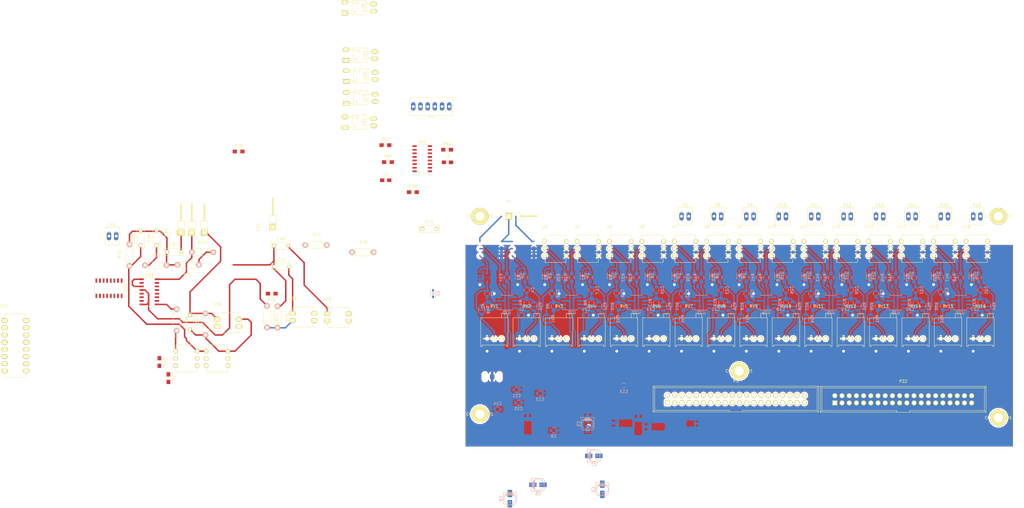
<source format=kicad_pcb>
(kicad_pcb (version 4) (host pcbnew 4.0.4+e1-6308~48~ubuntu15.04.1-stable)
  (layers (0 F.Cu signal) (31 B.Cu signal) (34 B.Paste user) (35 F.Paste user) (36 B.SilkS user) (37 F.SilkS user) (38 B.Mask user) (39 F.Mask user) (44 Edge.Cuts user))
  (net 0 "")
  (net 1 +5V)
  (net 2 DGND)
  (net 3 "Net-(C2-Pad1)")
  (net 4 "Net-(C2-Pad2)")
  (net 5 "Net-(C4-Pad1)")
  (net 6 "Net-(C4-Pad2)")
  (net 7 "Net-(D1-Pad2)")
  (net 8 "Net-(D2-Pad2)")
  (net 9 "Net-(P2-Pad1)")
  (net 10 "Net-(P2-Pad2)")
  (net 11 +3V3)
  (net 12 GND)
  (net 13 RLIN5)
  (net 14 MIDM12)
  (net 15 RLIN3)
  (net 16 MIDM3)
  (net 17 RLIN1)
  (net 18 PRESENCE)
  (net 19 LLIN2)
  (net 20 LLIN1)
  (net 21 HLIN2)
  (net 22 HLIN1)
  (net 23 GAINM3_H)
  (net 24 GAINM3_L)
  (net 25 HLOG2)
  (net 26 BASSM12)
  (net 27 DRIVE)
  (net 28 HLOG4)
  (net 29 GAINM12_L)
  (net 30 GAINM12_H)
  (net 31 BASSM3)
  (net 32 HLOG5)
  (net 33 LLOG6)
  (net 34 HLOG6)
  (net 35 "Net-(C16-Pad1)")
  (net 36 "Net-(C16-Pad2)")
  (net 37 "Net-(C17-Pad1)")
  (net 38 "Net-(C17-Pad2)")
  (net 39 "Net-(C19-Pad1)")
  (net 40 "Net-(C19-Pad2)")
  (net 41 "Net-(C20-Pad1)")
  (net 42 "Net-(C20-Pad2)")
  (net 43 "Net-(C22-Pad1)")
  (net 44 "Net-(C22-Pad2)")
  (net 45 "Net-(C23-Pad1)")
  (net 46 "Net-(C23-Pad2)")
  (net 47 "Net-(C25-Pad1)")
  (net 48 "Net-(C25-Pad2)")
  (net 49 "Net-(C26-Pad1)")
  (net 50 "Net-(C26-Pad2)")
  (net 51 "Net-(C28-Pad1)")
  (net 52 "Net-(C28-Pad2)")
  (net 53 "Net-(C29-Pad1)")
  (net 54 "Net-(C29-Pad2)")
  (net 55 "Net-(C31-Pad1)")
  (net 56 "Net-(C31-Pad2)")
  (net 57 "Net-(C32-Pad1)")
  (net 58 "Net-(C32-Pad2)")
  (net 59 "Net-(C34-Pad1)")
  (net 60 "Net-(C34-Pad2)")
  (net 61 "Net-(C35-Pad1)")
  (net 62 "Net-(C35-Pad2)")
  (net 63 "Net-(D3-Pad2)")
  (net 64 "Net-(D4-Pad2)")
  (net 65 "Net-(D5-Pad2)")
  (net 66 "Net-(D6-Pad2)")
  (net 67 "Net-(D7-Pad2)")
  (net 68 "Net-(D8-Pad2)")
  (net 69 "Net-(D9-Pad2)")
  (net 70 "Net-(D10-Pad2)")
  (net 71 "Net-(D11-Pad2)")
  (net 72 "Net-(D12-Pad2)")
  (net 73 "Net-(D13-Pad2)")
  (net 74 "Net-(D14-Pad2)")
  (net 75 "Net-(D15-Pad2)")
  (net 76 "Net-(D16-Pad2)")
  (net 77 "Net-(P4-Pad1)")
  (net 78 "Net-(P8-Pad1)")
  (net 79 "Net-(P8-Pad2)")
  (net 80 "Net-(P9-Pad1)")
  (net 81 "Net-(P9-Pad2)")
  (net 82 "Net-(P10-Pad1)")
  (net 83 "Net-(P10-Pad2)")
  (net 84 "Net-(P11-Pad1)")
  (net 85 "Net-(P11-Pad2)")
  (net 86 "Net-(P12-Pad1)")
  (net 87 "Net-(P12-Pad2)")
  (net 88 "Net-(P13-Pad1)")
  (net 89 "Net-(P13-Pad2)")
  (net 90 "Net-(P14-Pad1)")
  (net 91 "Net-(P14-Pad2)")
  (net 92 "Net-(P15-Pad1)")
  (net 93 "Net-(P15-Pad2)")
  (net 94 "Net-(P16-Pad1)")
  (net 95 "Net-(P16-Pad2)")
  (net 96 "Net-(R33-Pad1)")
  (net 97 "Net-(R34-Pad1)")
  (net 98 "Net-(R35-Pad1)")
  (net 99 "Net-(R36-Pad1)")
  (net 100 "Net-(R37-Pad1)")
  (net 101 "Net-(R38-Pad1)")
  (net 102 "Net-(R39-Pad1)")
  (net 103 "Net-(R40-Pad1)")
  (net 104 "Net-(R41-Pad1)")
  (net 105 "Net-(R42-Pad1)")
  (net 106 "Net-(R43-Pad1)")
  (net 107 "Net-(R44-Pad1)")
  (net 108 "Net-(R45-Pad1)")
  (net 109 "Net-(R46-Pad1)")
  (net 110 "Net-(R47-Pad1)")
  (net 111 "Net-(R48-Pad1)")
  (net 112 "Net-(R49-Pad1)")
  (net 113 "Net-(R50-Pad1)")
  (net 114 "Net-(R51-Pad1)")
  (net 115 "Net-(R52-Pad1)")
  (net 116 "Net-(R53-Pad1)")
  (net 117 "Net-(R54-Pad1)")
  (net 118 "Net-(R55-Pad1)")
  (net 119 "Net-(R56-Pad1)")
  (net 120 "Net-(R57-Pad1)")
  (net 121 "Net-(R58-Pad1)")
  (net 122 "Net-(R59-Pad1)")
  (net 123 "Net-(R60-Pad1)")
  (net 124 "Net-(R61-Pad1)")
  (net 125 "Net-(R62-Pad1)")
  (net 126 "Net-(R63-Pad1)")
  (net 127 "Net-(R64-Pad1)")
  (net 128 "Net-(L1-Pad1)")
  (net 129 "Net-(L2-Pad1)")
  (net 130 LED14)
  (net 131 LED15)
  (net 132 LED1)
  (net 133 LED16)
  (net 134 LED2)
  (net 135 LED17)
  (net 136 LED3)
  (net 137 LED18)
  (net 138 LED4)
  (net 139 LED19)
  (net 140 LED5)
  (net 141 LED20)
  (net 142 LED6)
  (net 143 LED21)
  (net 144 LED7)
  (net 145 LED22)
  (net 146 LED8)
  (net 147 LED23)
  (net 148 LED24)
  (net 149 LED25)
  (net 150 LED26)
  (net 151 LED9)
  (net 152 LED27)
  (net 153 LED28)
  (net 154 LED10)
  (net 155 LED29)
  (net 156 LED11)
  (net 157 LED30)
  (net 158 LED12)
  (net 159 LED31)
  (net 160 LED13)
  (net 161 LED32)
  (net 162 FXRETA)
  (net 163 "Net-(R65-Pad2)")
  (net 164 FXRETB)
  (net 165 "Net-(R66-Pad2)")
  (net 166 "Net-(R67-Pad2)")
  (net 167 "Net-(R68-Pad2)")
  (net 168 INPUT)
  (net 169 "Net-(U33-Pad2)")
  (net 170 "Net-(U40-Pad2)")
  (net 171 "Net-(U40-Pad4)")
  (net 172 FXSENDJACK)
  (net 173 FXSEND)
  (net 174 FXAJACK)
  (net 175 FXBJACK)
  (net 176 "Net-(C37-Pad1)")
  (net 177 GNDA)
  (net 178 "Net-(U3-Pad1)")
  (net 179 "Net-(U3-Pad6)")
  (net 180 "Net-(U4-Pad6)")
  (net 181 "Net-(U5-Pad1)")
  (net 182 "Net-(U5-Pad6)")
  (net 183 "Net-(U6-Pad1)")
  (net 184 "Net-(U6-Pad6)")
  (net 185 "Net-(U33-Pad6)")
  (net 186 "Net-(U33-Pad7)")
  (net 187 VLOGIC)
  (net 188 GNDREF)
  (net 189 "Net-(U35-Pad6)")
  (net 190 "Net-(U35-Pad7)")
  (net 191 "Net-(U35-Pad8)")
  (net 192 "Net-(U35-Pad9)")
  (net 193 "Net-(U35-Pad10)")
  (net 194 "Net-(U35-Pad11)")
  (net 195 "Net-(U35-Pad14)")
  (net 196 "Net-(U35-Pad15)")
  (net 197 "Net-(U35-Pad16)")
  (net 198 "Net-(U37-Pad10)")
  (net 199 "Net-(U37-Pad12)")
  (net 200 "Net-(C40-Pad2)")
  (net 201 "Net-(C41-Pad2)")
  (net 202 TOV1B)
  (net 203 "Net-(U40-Pad5)")
  (net 204 "Net-(U40-Pad6)")
  (net 205 "Net-(U40-Pad7)")
  (net 206 "Net-(U40-Pad8)")
  (net 207 "Net-(U40-Pad9)")
  (net 208 "Net-(U40-Pad10)")
  (net 209 "Net-(U40-Pad11)")
  (net 210 "Net-(U40-Pad12)")
  (net 211 "Net-(U40-Pad13)")
  (net 212 "Net-(U40-Pad14)")
  (net 213 "Net-(U40-Pad15)")
  (net 214 "Net-(U40-Pad16)")
  (net 215 V1AKAT)
  (net 216 GAIN1ABOTTOM)
  (net 217 V1AAN)
  (net 218 V1TREBSEND)
  (net 219 GAIN1ACENTER)
  (net 220 V1BKAT)
  (net 221 GAIN1ATOP)
  (net 222 V1AGIT)
  (net 223 "Net-(R69-Pad1)")
  (net 224 V1ASELECT)
  (net 225 V1TREBSELECT)
  (net 226 "Net-(U33-Pad5)")
  (net 227 +15V)
  (net 228 -15V)
  (net 229 V1ABASS)
  (net 230 V1BBASS2)
  (net 231 V1BBASS)
  (net 232 "Net-(U40-Pad1)")
  (net 233 "Net-(U40-Pad3)")
  (module Potentiometer_addons:Potentiometer_Piher_3-8Zoll__Angular_ScrewFront (layer F.Cu) (at 39.37 60.96)
    (fp_text reference RV2 (at -2.54 -8.89) (layer F.SilkS))
    (fp_text value POT)
    (pad 2 thru_hole circle (at -2.54 2.54 90) (size 1.524 1.524) (drill 0.8128) (layers *.Cu *.Mask F.SilkS) (net 113 "Net-(R50-Pad1)"))
    (pad 3 thru_hole circle (at -5.08 2.54 90) (size 1.524 1.524) (drill 0.8128) (layers *.Cu *.Mask F.SilkS) (net 2 DGND))
    (pad 1 thru_hole circle (at 0 2.54 90) (size 1.524 1.524) (drill 0.8128) (layers *.Cu *.Mask F.SilkS) (net 11 +3V3))
  )
  (module Housings_SOIC:SOIC-8_3.9x4.9mm_Pitch1.27mm (layer B.Cu) (at 29.845 50.8)
    (fp_text reference U20 (at 0 3.5) (layer B.SilkS) (effects (justify mirror)))
    (fp_text value LM358)
    (pad 1 smd rect (at -2.7 1.905) (size 1.55 0.6) (layers B.Cu B.Paste B.Mask) (net 4 "Net-(C2-Pad2)"))
    (pad 2 smd rect (at -2.7 0.635) (size 1.55 0.6) (layers B.Cu B.Paste B.Mask) (net 3 "Net-(C2-Pad1)"))
    (pad 3 smd rect (at -2.7 -0.635) (size 1.55 0.6) (layers B.Cu B.Paste B.Mask) (net 24 GAINM3_L))
    (pad 4 smd rect (at -2.7 -1.905) (size 1.55 0.6) (layers B.Cu B.Paste B.Mask) (net 2 DGND))
    (pad 5 smd rect (at 2.7 -1.905) (size 1.55 0.6) (layers B.Cu B.Paste B.Mask) (net 23 GAINM3_H))
    (pad 6 smd rect (at 2.7 -0.635) (size 1.55 0.6) (layers B.Cu B.Paste B.Mask) (net 5 "Net-(C4-Pad1)"))
    (pad 7 smd rect (at 2.7 0.635) (size 1.55 0.6) (layers B.Cu B.Paste B.Mask) (net 6 "Net-(C4-Pad2)"))
    (pad 8 smd rect (at 2.7 1.905) (size 1.55 0.6) (layers B.Cu B.Paste B.Mask) (net 1 +5V))
  )
  (module Potentiometer_addons:Potentiometer_Piher_3-8Zoll__Angular_ScrewFront (layer F.Cu) (at 27.94 60.96)
    (fp_text reference RV1 (at -2.54 -8.89) (layer F.SilkS))
    (fp_text value POT)
    (pad 2 thru_hole circle (at -2.54 2.54 90) (size 1.524 1.524) (drill 0.8128) (layers *.Cu *.Mask F.SilkS) (net 112 "Net-(R49-Pad1)"))
    (pad 3 thru_hole circle (at -5.08 2.54 90) (size 1.524 1.524) (drill 0.8128) (layers *.Cu *.Mask F.SilkS) (net 2 DGND))
    (pad 1 thru_hole circle (at 0 2.54 90) (size 1.524 1.524) (drill 0.8128) (layers *.Cu *.Mask F.SilkS) (net 11 +3V3))
  )
  (module Housings_DIP:DIP-6_W7.62mm (layer F.Cu) (at 43.18 29.21)
    (fp_text reference U3 (at 0 -5.22) (layer F.SilkS))
    (fp_text value DUAL_LDR)
    (pad 1 thru_hole oval (at 0 0) (size 1.6 1.6) (drill 0.8) (layers *.Cu *.Mask F.SilkS) (net 178 "Net-(U3-Pad1)"))
    (pad 2 thru_hole oval (at 0 2.54) (size 1.6 1.6) (drill 0.8) (layers *.Cu *.Mask F.SilkS) (net 98 "Net-(R35-Pad1)"))
    (pad 3 thru_hole oval (at 0 5.08) (size 1.6 1.6) (drill 0.8) (layers *.Cu *.Mask F.SilkS) (net 63 "Net-(D3-Pad2)"))
    (pad 4 thru_hole oval (at 7.62 5.08) (size 1.6 1.6) (drill 0.8) (layers *.Cu *.Mask F.SilkS) (net 2 DGND))
    (pad 5 thru_hole oval (at 7.62 2.54) (size 1.6 1.6) (drill 0.8) (layers *.Cu *.Mask F.SilkS) (net 2 DGND))
    (pad 6 thru_hole oval (at 7.62 0) (size 1.6 1.6) (drill 0.8) (layers *.Cu *.Mask F.SilkS) (net 179 "Net-(U3-Pad6)"))
  )
  (module Housings_DIP:DIP-6_W7.62mm (layer F.Cu) (at -86.995 67.945)
    (fp_text reference U1 (at 0 -5.22) (layer F.SilkS))
    (fp_text value DUAL_LDR)
    (pad 1 thru_hole oval (at 0 0) (size 1.6 1.6) (drill 0.8) (layers *.Cu *.Mask F.SilkS) (net 221 GAIN1ATOP))
    (pad 2 thru_hole oval (at 0 2.54) (size 1.6 1.6) (drill 0.8) (layers *.Cu *.Mask F.SilkS) (net 96 "Net-(R33-Pad1)"))
    (pad 3 thru_hole oval (at 0 5.08) (size 1.6 1.6) (drill 0.8) (layers *.Cu *.Mask F.SilkS) (net 7 "Net-(D1-Pad2)"))
    (pad 4 thru_hole oval (at 7.62 5.08) (size 1.6 1.6) (drill 0.8) (layers *.Cu *.Mask F.SilkS) (net 2 DGND))
    (pad 5 thru_hole oval (at 7.62 2.54) (size 1.6 1.6) (drill 0.8) (layers *.Cu *.Mask F.SilkS) (net 2 DGND))
    (pad 6 thru_hole oval (at 7.62 0) (size 1.6 1.6) (drill 0.8) (layers *.Cu *.Mask F.SilkS) (net 219 GAIN1ACENTER))
  )
  (module Capacitors_SMD:C_0805 (layer B.Cu) (at 34.925 55.245 180)
    (fp_text reference C1 (at 0 2.1 180) (layer B.SilkS) (effects (justify mirror)))
    (fp_text value 100nF)
    (pad 1 smd rect (at -1 0 180) (size 1 1.25) (layers B.Cu B.Paste B.Mask) (net 2 DGND))
    (pad 2 smd rect (at 1 0 180) (size 1 1.25) (layers B.Cu B.Paste B.Mask) (net 1 +5V))
  )
  (module Capacitors_SMD:C_0805 (layer B.Cu) (at 22.86 47.625 90)
    (fp_text reference C2 (at 0 2.1 90) (layer B.SilkS) (effects (justify mirror)))
    (fp_text value C)
    (pad 1 smd rect (at -1 0 90) (size 1 1.25) (layers B.Cu B.Paste B.Mask) (net 3 "Net-(C2-Pad1)"))
    (pad 2 smd rect (at 1 0 90) (size 1 1.25) (layers B.Cu B.Paste B.Mask) (net 4 "Net-(C2-Pad2)"))
  )
  (module Capacitors_SMD:C_0805 (layer B.Cu) (at 36.83 46.355 90)
    (fp_text reference C4 (at 0 2.1 90) (layer B.SilkS) (effects (justify mirror)))
    (fp_text value C)
    (pad 1 smd rect (at -1 0 90) (size 1 1.25) (layers B.Cu B.Paste B.Mask) (net 5 "Net-(C4-Pad1)"))
    (pad 2 smd rect (at 1 0 90) (size 1 1.25) (layers B.Cu B.Paste B.Mask) (net 6 "Net-(C4-Pad2)"))
  )
  (module Connect:PINHEAD1-2 (layer F.Cu) (at 92.71 20.32)
    (fp_text reference P2 (at 0 -3.9) (layer F.SilkS))
    (fp_text value CONN_01X02)
    (pad 1 thru_hole oval (at -1.27 0) (size 1.50622 3.01498) (drill 0.99822) (layers *.Cu *.Mask) (net 9 "Net-(P2-Pad1)"))
    (pad 2 thru_hole oval (at 1.27 0) (size 1.50622 3.01498) (drill 0.99822) (layers *.Cu *.Mask) (net 10 "Net-(P2-Pad2)"))
  )
  (module Connect:IDC_Header_Straight_40pins (layer F.Cu) (at 86.487 86.106)
    (fp_text reference P3 (at 24.13 -7.62) (layer F.SilkS))
    (fp_text value CONN_02X20)
    (pad 1 thru_hole rect (at 0 0) (size 1.7272 1.7272) (drill 1.016) (layers *.Cu *.Mask F.SilkS) (net 11 +3V3))
    (pad 2 thru_hole oval (at 0 -2.54) (size 1.7272 1.7272) (drill 1.016) (layers *.Cu *.Mask F.SilkS) (net 12 GND))
    (pad 3 thru_hole oval (at 2.54 0) (size 1.7272 1.7272) (drill 1.016) (layers *.Cu *.Mask F.SilkS) (net 13 RLIN5))
    (pad 4 thru_hole oval (at 2.54 -2.54) (size 1.7272 1.7272) (drill 1.016) (layers *.Cu *.Mask F.SilkS) (net 14 MIDM12))
    (pad 5 thru_hole oval (at 5.08 0) (size 1.7272 1.7272) (drill 1.016) (layers *.Cu *.Mask F.SilkS) (net 15 RLIN3))
    (pad 6 thru_hole oval (at 5.08 -2.54) (size 1.7272 1.7272) (drill 1.016) (layers *.Cu *.Mask F.SilkS) (net 16 MIDM3))
    (pad 7 thru_hole oval (at 7.62 0) (size 1.7272 1.7272) (drill 1.016) (layers *.Cu *.Mask F.SilkS) (net 17 RLIN1))
    (pad 8 thru_hole oval (at 7.62 -2.54) (size 1.7272 1.7272) (drill 1.016) (layers *.Cu *.Mask F.SilkS) (net 18 PRESENCE))
    (pad 9 thru_hole oval (at 10.16 0) (size 1.7272 1.7272) (drill 1.016) (layers *.Cu *.Mask F.SilkS) (net 19 LLIN2))
    (pad 10 thru_hole oval (at 10.16 -2.54) (size 1.7272 1.7272) (drill 1.016) (layers *.Cu *.Mask F.SilkS) (net 20 LLIN1))
    (pad 11 thru_hole oval (at 12.7 0) (size 1.7272 1.7272) (drill 1.016) (layers *.Cu *.Mask F.SilkS) (net 21 HLIN2))
    (pad 12 thru_hole oval (at 12.7 -2.54) (size 1.7272 1.7272) (drill 1.016) (layers *.Cu *.Mask F.SilkS) (net 22 HLIN1))
    (pad 13 thru_hole oval (at 15.24 0) (size 1.7272 1.7272) (drill 1.016) (layers *.Cu *.Mask F.SilkS) (net 11 +3V3))
    (pad 14 thru_hole oval (at 15.24 -2.54) (size 1.7272 1.7272) (drill 1.016) (layers *.Cu *.Mask F.SilkS) (net 11 +3V3))
    (pad 15 thru_hole oval (at 17.78 0) (size 1.7272 1.7272) (drill 1.016) (layers *.Cu *.Mask F.SilkS) (net 23 GAINM3_H))
    (pad 16 thru_hole oval (at 17.78 -2.54) (size 1.7272 1.7272) (drill 1.016) (layers *.Cu *.Mask F.SilkS) (net 24 GAINM3_L))
    (pad 17 thru_hole oval (at 20.32 0) (size 1.7272 1.7272) (drill 1.016) (layers *.Cu *.Mask F.SilkS) (net 25 HLOG2))
    (pad 18 thru_hole oval (at 20.32 -2.54) (size 1.7272 1.7272) (drill 1.016) (layers *.Cu *.Mask F.SilkS) (net 26 BASSM12))
    (pad 19 thru_hole oval (at 22.86 0) (size 1.7272 1.7272) (drill 1.016) (layers *.Cu *.Mask F.SilkS) (net 12 GND))
    (pad 20 thru_hole oval (at 22.86 -2.54) (size 1.7272 1.7272) (drill 1.016) (layers *.Cu *.Mask F.SilkS) (net 12 GND))
    (pad 21 thru_hole oval (at 25.4 0) (size 1.7272 1.7272) (drill 1.016) (layers *.Cu *.Mask F.SilkS) (net 11 +3V3))
    (pad 22 thru_hole oval (at 25.4 -2.54) (size 1.7272 1.7272) (drill 1.016) (layers *.Cu *.Mask F.SilkS) (net 12 GND))
    (pad 23 thru_hole oval (at 27.94 0) (size 1.7272 1.7272) (drill 1.016) (layers *.Cu *.Mask F.SilkS) (net 11 +3V3))
    (pad 24 thru_hole oval (at 27.94 -2.54) (size 1.7272 1.7272) (drill 1.016) (layers *.Cu *.Mask F.SilkS) (net 12 GND))
    (pad 25 thru_hole oval (at 30.48 0) (size 1.7272 1.7272) (drill 1.016) (layers *.Cu *.Mask F.SilkS) (net 11 +3V3))
    (pad 26 thru_hole oval (at 30.48 -2.54) (size 1.7272 1.7272) (drill 1.016) (layers *.Cu *.Mask F.SilkS) (net 12 GND))
    (pad 27 thru_hole oval (at 33.02 0) (size 1.7272 1.7272) (drill 1.016) (layers *.Cu *.Mask F.SilkS) (net 11 +3V3))
    (pad 28 thru_hole oval (at 33.02 -2.54) (size 1.7272 1.7272) (drill 1.016) (layers *.Cu *.Mask F.SilkS) (net 11 +3V3))
    (pad 29 thru_hole oval (at 35.56 0) (size 1.7272 1.7272) (drill 1.016) (layers *.Cu *.Mask F.SilkS) (net 27 DRIVE))
    (pad 30 thru_hole oval (at 35.56 -2.54) (size 1.7272 1.7272) (drill 1.016) (layers *.Cu *.Mask F.SilkS) (net 12 GND))
    (pad 31 thru_hole oval (at 38.1 0) (size 1.7272 1.7272) (drill 1.016) (layers *.Cu *.Mask F.SilkS) (net 28 HLOG4))
    (pad 32 thru_hole oval (at 38.1 -2.54) (size 1.7272 1.7272) (drill 1.016) (layers *.Cu *.Mask F.SilkS) (net 29 GAINM12_L))
    (pad 33 thru_hole oval (at 40.64 0) (size 1.7272 1.7272) (drill 1.016) (layers *.Cu *.Mask F.SilkS) (net 30 GAINM12_H))
    (pad 34 thru_hole oval (at 40.64 -2.54) (size 1.7272 1.7272) (drill 1.016) (layers *.Cu *.Mask F.SilkS) (net 11 +3V3))
    (pad 35 thru_hole oval (at 43.18 0) (size 1.7272 1.7272) (drill 1.016) (layers *.Cu *.Mask F.SilkS) (net 11 +3V3))
    (pad 36 thru_hole oval (at 43.18 -2.54) (size 1.7272 1.7272) (drill 1.016) (layers *.Cu *.Mask F.SilkS) (net 31 BASSM3))
    (pad 37 thru_hole oval (at 45.72 0) (size 1.7272 1.7272) (drill 1.016) (layers *.Cu *.Mask F.SilkS) (net 32 HLOG5))
    (pad 38 thru_hole oval (at 45.72 -2.54) (size 1.7272 1.7272) (drill 1.016) (layers *.Cu *.Mask F.SilkS) (net 33 LLOG6))
    (pad 39 thru_hole oval (at 48.26 0) (size 1.7272 1.7272) (drill 1.016) (layers *.Cu *.Mask F.SilkS) (net 34 HLOG6))
    (pad 40 thru_hole oval (at 48.26 -2.54) (size 1.7272 1.7272) (drill 1.016) (layers *.Cu *.Mask F.SilkS) (net 12 GND))
  )
  (module Resistors_SMD:R_0805_HandSoldering (layer F.Cu) (at -89.535 77.47 270)
    (fp_text reference R1 (at 0 -2.1 270) (layer F.SilkS))
    (fp_text value R)
    (pad 1 smd rect (at -1.35 0 270) (size 1.5 1.3) (layers F.Cu F.Paste F.Mask) (net 7 "Net-(D1-Pad2)"))
    (pad 2 smd rect (at 1.35 0 270) (size 1.5 1.3) (layers F.Cu F.Paste F.Mask) (net 4 "Net-(C2-Pad2)"))
  )
  (module Resistors_SMD:R_0805_HandSoldering (layer B.Cu) (at 23.495 52.07 270)
    (fp_text reference R2 (at 0 2.1 270) (layer B.SilkS) (effects (justify mirror)))
    (fp_text value R)
    (pad 1 smd rect (at -1.35 0 270) (size 1.5 1.3) (layers B.Cu B.Paste B.Mask) (net 3 "Net-(C2-Pad1)"))
    (pad 2 smd rect (at 1.35 0 270) (size 1.5 1.3) (layers B.Cu B.Paste B.Mask) (net 4 "Net-(C2-Pad2)"))
  )
  (module Resistors_SMD:R_0805_HandSoldering (layer B.Cu) (at 36.195 41.91 270)
    (fp_text reference R3 (at 0 2.1 270) (layer B.SilkS) (effects (justify mirror)))
    (fp_text value R)
    (pad 1 smd rect (at -1.35 0 270) (size 1.5 1.3) (layers B.Cu B.Paste B.Mask) (net 8 "Net-(D2-Pad2)"))
    (pad 2 smd rect (at 1.35 0 270) (size 1.5 1.3) (layers B.Cu B.Paste B.Mask) (net 6 "Net-(C4-Pad2)"))
  )
  (module Resistors_SMD:R_0805_HandSoldering (layer B.Cu) (at 36.83 50.8 270)
    (fp_text reference R4 (at 0 2.1 270) (layer B.SilkS) (effects (justify mirror)))
    (fp_text value R)
    (pad 1 smd rect (at -1.35 0 270) (size 1.5 1.3) (layers B.Cu B.Paste B.Mask) (net 5 "Net-(C4-Pad1)"))
    (pad 2 smd rect (at 1.35 0 270) (size 1.5 1.3) (layers B.Cu B.Paste B.Mask) (net 6 "Net-(C4-Pad2)"))
  )
  (module Housings_DIP:DIP-6_W7.62mm (layer F.Cu) (at -76.2 67.945)
    (fp_text reference U2 (at 0 -5.22) (layer F.SilkS))
    (fp_text value DUAL_LDR)
    (pad 1 thru_hole oval (at 0 0) (size 1.6 1.6) (drill 0.8) (layers *.Cu *.Mask F.SilkS) (net 219 GAIN1ACENTER))
    (pad 2 thru_hole oval (at 0 2.54) (size 1.6 1.6) (drill 0.8) (layers *.Cu *.Mask F.SilkS) (net 97 "Net-(R34-Pad1)"))
    (pad 3 thru_hole oval (at 0 5.08) (size 1.6 1.6) (drill 0.8) (layers *.Cu *.Mask F.SilkS) (net 8 "Net-(D2-Pad2)"))
    (pad 4 thru_hole oval (at 7.62 5.08) (size 1.6 1.6) (drill 0.8) (layers *.Cu *.Mask F.SilkS) (net 2 DGND))
    (pad 5 thru_hole oval (at 7.62 2.54) (size 1.6 1.6) (drill 0.8) (layers *.Cu *.Mask F.SilkS) (net 2 DGND))
    (pad 6 thru_hole oval (at 7.62 0) (size 1.6 1.6) (drill 0.8) (layers *.Cu *.Mask F.SilkS) (net 216 GAIN1ABOTTOM))
  )
  (module Housings_DIP:DIP-6_W7.62mm (layer F.Cu) (at 54.61 29.21)
    (fp_text reference U4 (at 0 -5.22) (layer F.SilkS))
    (fp_text value DUAL_LDR)
    (pad 1 thru_hole oval (at 0 0) (size 1.6 1.6) (drill 0.8) (layers *.Cu *.Mask F.SilkS) (net 179 "Net-(U3-Pad6)"))
    (pad 2 thru_hole oval (at 0 2.54) (size 1.6 1.6) (drill 0.8) (layers *.Cu *.Mask F.SilkS) (net 99 "Net-(R36-Pad1)"))
    (pad 3 thru_hole oval (at 0 5.08) (size 1.6 1.6) (drill 0.8) (layers *.Cu *.Mask F.SilkS) (net 64 "Net-(D4-Pad2)"))
    (pad 4 thru_hole oval (at 7.62 5.08) (size 1.6 1.6) (drill 0.8) (layers *.Cu *.Mask F.SilkS) (net 2 DGND))
    (pad 5 thru_hole oval (at 7.62 2.54) (size 1.6 1.6) (drill 0.8) (layers *.Cu *.Mask F.SilkS) (net 2 DGND))
    (pad 6 thru_hole oval (at 7.62 0) (size 1.6 1.6) (drill 0.8) (layers *.Cu *.Mask F.SilkS) (net 180 "Net-(U4-Pad6)"))
  )
  (module Housings_DIP:DIP-6_W7.62mm (layer F.Cu) (at 77.47 29.21)
    (fp_text reference U6 (at 0 -5.22) (layer F.SilkS))
    (fp_text value DUAL_LDR)
    (pad 1 thru_hole oval (at 0 0) (size 1.6 1.6) (drill 0.8) (layers *.Cu *.Mask F.SilkS) (net 183 "Net-(U6-Pad1)"))
    (pad 2 thru_hole oval (at 0 2.54) (size 1.6 1.6) (drill 0.8) (layers *.Cu *.Mask F.SilkS) (net 101 "Net-(R38-Pad1)"))
    (pad 3 thru_hole oval (at 0 5.08) (size 1.6 1.6) (drill 0.8) (layers *.Cu *.Mask F.SilkS) (net 66 "Net-(D6-Pad2)"))
    (pad 4 thru_hole oval (at 7.62 5.08) (size 1.6 1.6) (drill 0.8) (layers *.Cu *.Mask F.SilkS) (net 2 DGND))
    (pad 5 thru_hole oval (at 7.62 2.54) (size 1.6 1.6) (drill 0.8) (layers *.Cu *.Mask F.SilkS) (net 2 DGND))
    (pad 6 thru_hole oval (at 7.62 0) (size 1.6 1.6) (drill 0.8) (layers *.Cu *.Mask F.SilkS) (net 184 "Net-(U6-Pad6)"))
  )
  (module Housings_DIP:DIP-6_W7.62mm (layer F.Cu) (at 88.9 29.21)
    (fp_text reference U7 (at 0 -5.22) (layer F.SilkS))
    (fp_text value DUAL_LDR)
    (pad 1 thru_hole oval (at 0 0) (size 1.6 1.6) (drill 0.8) (layers *.Cu *.Mask F.SilkS) (net 9 "Net-(P2-Pad1)"))
    (pad 2 thru_hole oval (at 0 2.54) (size 1.6 1.6) (drill 0.8) (layers *.Cu *.Mask F.SilkS) (net 102 "Net-(R39-Pad1)"))
    (pad 3 thru_hole oval (at 0 5.08) (size 1.6 1.6) (drill 0.8) (layers *.Cu *.Mask F.SilkS) (net 67 "Net-(D7-Pad2)"))
    (pad 4 thru_hole oval (at 7.62 5.08) (size 1.6 1.6) (drill 0.8) (layers *.Cu *.Mask F.SilkS) (net 2 DGND))
    (pad 5 thru_hole oval (at 7.62 2.54) (size 1.6 1.6) (drill 0.8) (layers *.Cu *.Mask F.SilkS) (net 2 DGND))
    (pad 6 thru_hole oval (at 7.62 0) (size 1.6 1.6) (drill 0.8) (layers *.Cu *.Mask F.SilkS) (net 10 "Net-(P2-Pad2)"))
  )
  (module Housings_DIP:DIP-6_W7.62mm (layer F.Cu) (at 100.33 29.21)
    (fp_text reference U8 (at 0 -5.22) (layer F.SilkS))
    (fp_text value DUAL_LDR)
    (pad 1 thru_hole oval (at 0 0) (size 1.6 1.6) (drill 0.8) (layers *.Cu *.Mask F.SilkS) (net 78 "Net-(P8-Pad1)"))
    (pad 2 thru_hole oval (at 0 2.54) (size 1.6 1.6) (drill 0.8) (layers *.Cu *.Mask F.SilkS) (net 103 "Net-(R40-Pad1)"))
    (pad 3 thru_hole oval (at 0 5.08) (size 1.6 1.6) (drill 0.8) (layers *.Cu *.Mask F.SilkS) (net 68 "Net-(D8-Pad2)"))
    (pad 4 thru_hole oval (at 7.62 5.08) (size 1.6 1.6) (drill 0.8) (layers *.Cu *.Mask F.SilkS) (net 2 DGND))
    (pad 5 thru_hole oval (at 7.62 2.54) (size 1.6 1.6) (drill 0.8) (layers *.Cu *.Mask F.SilkS) (net 2 DGND))
    (pad 6 thru_hole oval (at 7.62 0) (size 1.6 1.6) (drill 0.8) (layers *.Cu *.Mask F.SilkS) (net 79 "Net-(P8-Pad2)"))
  )
  (module Housings_DIP:DIP-6_W7.62mm (layer F.Cu) (at 111.76 29.21)
    (fp_text reference U9 (at 0 -5.22) (layer F.SilkS))
    (fp_text value DUAL_LDR)
    (pad 1 thru_hole oval (at 0 0) (size 1.6 1.6) (drill 0.8) (layers *.Cu *.Mask F.SilkS) (net 80 "Net-(P9-Pad1)"))
    (pad 2 thru_hole oval (at 0 2.54) (size 1.6 1.6) (drill 0.8) (layers *.Cu *.Mask F.SilkS) (net 104 "Net-(R41-Pad1)"))
    (pad 3 thru_hole oval (at 0 5.08) (size 1.6 1.6) (drill 0.8) (layers *.Cu *.Mask F.SilkS) (net 69 "Net-(D9-Pad2)"))
    (pad 4 thru_hole oval (at 7.62 5.08) (size 1.6 1.6) (drill 0.8) (layers *.Cu *.Mask F.SilkS) (net 2 DGND))
    (pad 5 thru_hole oval (at 7.62 2.54) (size 1.6 1.6) (drill 0.8) (layers *.Cu *.Mask F.SilkS) (net 2 DGND))
    (pad 6 thru_hole oval (at 7.62 0) (size 1.6 1.6) (drill 0.8) (layers *.Cu *.Mask F.SilkS) (net 81 "Net-(P9-Pad2)"))
  )
  (module Housings_DIP:DIP-6_W7.62mm (layer F.Cu) (at 123.19 29.21)
    (fp_text reference U10 (at 0 -5.22) (layer F.SilkS))
    (fp_text value DUAL_LDR)
    (pad 1 thru_hole oval (at 0 0) (size 1.6 1.6) (drill 0.8) (layers *.Cu *.Mask F.SilkS) (net 82 "Net-(P10-Pad1)"))
    (pad 2 thru_hole oval (at 0 2.54) (size 1.6 1.6) (drill 0.8) (layers *.Cu *.Mask F.SilkS) (net 105 "Net-(R42-Pad1)"))
    (pad 3 thru_hole oval (at 0 5.08) (size 1.6 1.6) (drill 0.8) (layers *.Cu *.Mask F.SilkS) (net 70 "Net-(D10-Pad2)"))
    (pad 4 thru_hole oval (at 7.62 5.08) (size 1.6 1.6) (drill 0.8) (layers *.Cu *.Mask F.SilkS) (net 2 DGND))
    (pad 5 thru_hole oval (at 7.62 2.54) (size 1.6 1.6) (drill 0.8) (layers *.Cu *.Mask F.SilkS) (net 2 DGND))
    (pad 6 thru_hole oval (at 7.62 0) (size 1.6 1.6) (drill 0.8) (layers *.Cu *.Mask F.SilkS) (net 83 "Net-(P10-Pad2)"))
  )
  (module Housings_DIP:DIP-6_W7.62mm (layer F.Cu) (at 134.62 29.21)
    (fp_text reference U11 (at 0 -5.22) (layer F.SilkS))
    (fp_text value DUAL_LDR)
    (pad 1 thru_hole oval (at 0 0) (size 1.6 1.6) (drill 0.8) (layers *.Cu *.Mask F.SilkS) (net 84 "Net-(P11-Pad1)"))
    (pad 2 thru_hole oval (at 0 2.54) (size 1.6 1.6) (drill 0.8) (layers *.Cu *.Mask F.SilkS) (net 106 "Net-(R43-Pad1)"))
    (pad 3 thru_hole oval (at 0 5.08) (size 1.6 1.6) (drill 0.8) (layers *.Cu *.Mask F.SilkS) (net 71 "Net-(D11-Pad2)"))
    (pad 4 thru_hole oval (at 7.62 5.08) (size 1.6 1.6) (drill 0.8) (layers *.Cu *.Mask F.SilkS) (net 2 DGND))
    (pad 5 thru_hole oval (at 7.62 2.54) (size 1.6 1.6) (drill 0.8) (layers *.Cu *.Mask F.SilkS) (net 2 DGND))
    (pad 6 thru_hole oval (at 7.62 0) (size 1.6 1.6) (drill 0.8) (layers *.Cu *.Mask F.SilkS) (net 85 "Net-(P11-Pad2)"))
  )
  (module Housings_DIP:DIP-6_W7.62mm (layer F.Cu) (at 146.05 29.21)
    (fp_text reference U12 (at 0 -5.22) (layer F.SilkS))
    (fp_text value DUAL_LDR)
    (pad 1 thru_hole oval (at 0 0) (size 1.6 1.6) (drill 0.8) (layers *.Cu *.Mask F.SilkS) (net 86 "Net-(P12-Pad1)"))
    (pad 2 thru_hole oval (at 0 2.54) (size 1.6 1.6) (drill 0.8) (layers *.Cu *.Mask F.SilkS) (net 107 "Net-(R44-Pad1)"))
    (pad 3 thru_hole oval (at 0 5.08) (size 1.6 1.6) (drill 0.8) (layers *.Cu *.Mask F.SilkS) (net 72 "Net-(D12-Pad2)"))
    (pad 4 thru_hole oval (at 7.62 5.08) (size 1.6 1.6) (drill 0.8) (layers *.Cu *.Mask F.SilkS) (net 2 DGND))
    (pad 5 thru_hole oval (at 7.62 2.54) (size 1.6 1.6) (drill 0.8) (layers *.Cu *.Mask F.SilkS) (net 2 DGND))
    (pad 6 thru_hole oval (at 7.62 0) (size 1.6 1.6) (drill 0.8) (layers *.Cu *.Mask F.SilkS) (net 87 "Net-(P12-Pad2)"))
  )
  (module Housings_DIP:DIP-6_W7.62mm (layer F.Cu) (at 157.48 29.21)
    (fp_text reference U13 (at 0 -5.22) (layer F.SilkS))
    (fp_text value DUAL_LDR)
    (pad 1 thru_hole oval (at 0 0) (size 1.6 1.6) (drill 0.8) (layers *.Cu *.Mask F.SilkS) (net 88 "Net-(P13-Pad1)"))
    (pad 2 thru_hole oval (at 0 2.54) (size 1.6 1.6) (drill 0.8) (layers *.Cu *.Mask F.SilkS) (net 108 "Net-(R45-Pad1)"))
    (pad 3 thru_hole oval (at 0 5.08) (size 1.6 1.6) (drill 0.8) (layers *.Cu *.Mask F.SilkS) (net 73 "Net-(D13-Pad2)"))
    (pad 4 thru_hole oval (at 7.62 5.08) (size 1.6 1.6) (drill 0.8) (layers *.Cu *.Mask F.SilkS) (net 2 DGND))
    (pad 5 thru_hole oval (at 7.62 2.54) (size 1.6 1.6) (drill 0.8) (layers *.Cu *.Mask F.SilkS) (net 2 DGND))
    (pad 6 thru_hole oval (at 7.62 0) (size 1.6 1.6) (drill 0.8) (layers *.Cu *.Mask F.SilkS) (net 89 "Net-(P13-Pad2)"))
  )
  (module Housings_DIP:DIP-6_W7.62mm (layer F.Cu) (at 168.91 29.21)
    (fp_text reference U14 (at 0 -5.22) (layer F.SilkS))
    (fp_text value DUAL_LDR)
    (pad 1 thru_hole oval (at 0 0) (size 1.6 1.6) (drill 0.8) (layers *.Cu *.Mask F.SilkS) (net 90 "Net-(P14-Pad1)"))
    (pad 2 thru_hole oval (at 0 2.54) (size 1.6 1.6) (drill 0.8) (layers *.Cu *.Mask F.SilkS) (net 109 "Net-(R46-Pad1)"))
    (pad 3 thru_hole oval (at 0 5.08) (size 1.6 1.6) (drill 0.8) (layers *.Cu *.Mask F.SilkS) (net 74 "Net-(D14-Pad2)"))
    (pad 4 thru_hole oval (at 7.62 5.08) (size 1.6 1.6) (drill 0.8) (layers *.Cu *.Mask F.SilkS) (net 2 DGND))
    (pad 5 thru_hole oval (at 7.62 2.54) (size 1.6 1.6) (drill 0.8) (layers *.Cu *.Mask F.SilkS) (net 2 DGND))
    (pad 6 thru_hole oval (at 7.62 0) (size 1.6 1.6) (drill 0.8) (layers *.Cu *.Mask F.SilkS) (net 91 "Net-(P14-Pad2)"))
  )
  (module Housings_DIP:DIP-6_W7.62mm (layer F.Cu) (at 180.34 29.21)
    (fp_text reference U15 (at 0 -5.22) (layer F.SilkS))
    (fp_text value DUAL_LDR)
    (pad 1 thru_hole oval (at 0 0) (size 1.6 1.6) (drill 0.8) (layers *.Cu *.Mask F.SilkS) (net 92 "Net-(P15-Pad1)"))
    (pad 2 thru_hole oval (at 0 2.54) (size 1.6 1.6) (drill 0.8) (layers *.Cu *.Mask F.SilkS) (net 110 "Net-(R47-Pad1)"))
    (pad 3 thru_hole oval (at 0 5.08) (size 1.6 1.6) (drill 0.8) (layers *.Cu *.Mask F.SilkS) (net 75 "Net-(D15-Pad2)"))
    (pad 4 thru_hole oval (at 7.62 5.08) (size 1.6 1.6) (drill 0.8) (layers *.Cu *.Mask F.SilkS) (net 2 DGND))
    (pad 5 thru_hole oval (at 7.62 2.54) (size 1.6 1.6) (drill 0.8) (layers *.Cu *.Mask F.SilkS) (net 2 DGND))
    (pad 6 thru_hole oval (at 7.62 0) (size 1.6 1.6) (drill 0.8) (layers *.Cu *.Mask F.SilkS) (net 93 "Net-(P15-Pad2)"))
  )
  (module Housings_DIP:DIP-6_W7.62mm (layer F.Cu) (at 191.77 29.21)
    (fp_text reference U16 (at 0 -5.22) (layer F.SilkS))
    (fp_text value DUAL_LDR)
    (pad 1 thru_hole oval (at 0 0) (size 1.6 1.6) (drill 0.8) (layers *.Cu *.Mask F.SilkS) (net 94 "Net-(P16-Pad1)"))
    (pad 2 thru_hole oval (at 0 2.54) (size 1.6 1.6) (drill 0.8) (layers *.Cu *.Mask F.SilkS) (net 111 "Net-(R48-Pad1)"))
    (pad 3 thru_hole oval (at 0 5.08) (size 1.6 1.6) (drill 0.8) (layers *.Cu *.Mask F.SilkS) (net 76 "Net-(D16-Pad2)"))
    (pad 4 thru_hole oval (at 7.62 5.08) (size 1.6 1.6) (drill 0.8) (layers *.Cu *.Mask F.SilkS) (net 2 DGND))
    (pad 5 thru_hole oval (at 7.62 2.54) (size 1.6 1.6) (drill 0.8) (layers *.Cu *.Mask F.SilkS) (net 2 DGND))
    (pad 6 thru_hole oval (at 7.62 0) (size 1.6 1.6) (drill 0.8) (layers *.Cu *.Mask F.SilkS) (net 95 "Net-(P16-Pad2)"))
  )
  (module Capacitors_SMD:c_elec_4x5.8 (layer B.Cu) (at 58.293 93.599 270)
    (fp_text reference C5 (at 0 3.175 270) (layer B.SilkS) (effects (justify mirror)))
    (fp_text value 10uF)
    (pad 1 smd rect (at 1.80086 0 270) (size 2.60096 1.6002) (layers B.Cu B.Paste B.Mask) (net 1 +5V))
    (pad 2 smd rect (at -1.80086 0 270) (size 2.60096 1.6002) (layers B.Cu B.Paste B.Mask) (net 2 DGND))
  )
  (module Capacitors_SMD:c_elec_4x5.8 (layer B.Cu) (at 40.8 115.1)
    (fp_text reference C6 (at 0 3.175) (layer B.SilkS) (effects (justify mirror)))
    (fp_text value 10uF)
    (pad 1 smd rect (at 1.80086 0) (size 2.60096 1.6002) (layers B.Cu B.Paste B.Mask) (net 1 +5V))
    (pad 2 smd rect (at -1.80086 0) (size 2.60096 1.6002) (layers B.Cu B.Paste B.Mask) (net 2 DGND))
  )
  (module Capacitors_SMD:c_elec_4x5.8 (layer B.Cu) (at 60.5 104.9)
    (fp_text reference C7 (at 0 3.175) (layer B.SilkS) (effects (justify mirror)))
    (fp_text value 10uF)
    (pad 1 smd rect (at 1.80086 0) (size 2.60096 1.6002) (layers B.Cu B.Paste B.Mask) (net 1 +5V))
    (pad 2 smd rect (at -1.80086 0) (size 2.60096 1.6002) (layers B.Cu B.Paste B.Mask) (net 2 DGND))
  )
  (module Capacitors_SMD:c_elec_4x5.8 (layer B.Cu) (at 30.9 120 270)
    (fp_text reference C8 (at 0 3.175 270) (layer B.SilkS) (effects (justify mirror)))
    (fp_text value 10uF)
    (pad 1 smd rect (at 1.80086 0 270) (size 2.60096 1.6002) (layers B.Cu B.Paste B.Mask) (net 1 +5V))
    (pad 2 smd rect (at -1.80086 0 270) (size 2.60096 1.6002) (layers B.Cu B.Paste B.Mask) (net 2 DGND))
  )
  (module Capacitors_SMD:C_0805 (layer B.Cu) (at 46.355 95.885)
    (fp_text reference C9 (at 0 2.1) (layer B.SilkS) (effects (justify mirror)))
    (fp_text value 2uF)
    (pad 1 smd rect (at -1 0) (size 1 1.25) (layers B.Cu B.Paste B.Mask) (net 1 +5V))
    (pad 2 smd rect (at 1 0) (size 1 1.25) (layers B.Cu B.Paste B.Mask) (net 2 DGND))
  )
  (module Capacitors_SMD:C_0805 (layer B.Cu) (at 33.909 86.106)
    (fp_text reference C10 (at 0 2.1) (layer B.SilkS) (effects (justify mirror)))
    (fp_text value 2uF)
    (pad 1 smd rect (at -1 0) (size 1 1.25) (layers B.Cu B.Paste B.Mask) (net 1 +5V))
    (pad 2 smd rect (at 1 0) (size 1 1.25) (layers B.Cu B.Paste B.Mask) (net 2 DGND))
  )
  (module Capacitors_SMD:C_0805 (layer B.Cu) (at 33.274 81.534)
    (fp_text reference C11 (at 0 2.1) (layer B.SilkS) (effects (justify mirror)))
    (fp_text value 2uF)
    (pad 1 smd rect (at -1 0) (size 1 1.25) (layers B.Cu B.Paste B.Mask) (net 1 +5V))
    (pad 2 smd rect (at 1 0) (size 1 1.25) (layers B.Cu B.Paste B.Mask) (net 2 DGND))
  )
  (module Capacitors_SMD:C_0805 (layer B.Cu) (at 41.529 82.804)
    (fp_text reference C12 (at 0 2.1) (layer B.SilkS) (effects (justify mirror)))
    (fp_text value "10 nF")
    (pad 1 smd rect (at -1 0) (size 1 1.25) (layers B.Cu B.Paste B.Mask) (net 1 +5V))
    (pad 2 smd rect (at 1 0) (size 1 1.25) (layers B.Cu B.Paste B.Mask) (net 2 DGND))
  )
  (module Capacitors_SMD:C_0805 (layer B.Cu) (at 71.1 80.1)
    (fp_text reference C13 (at 0 2.1) (layer B.SilkS) (effects (justify mirror)))
    (fp_text value "10 nF")
    (pad 1 smd rect (at -1 0) (size 1 1.25) (layers B.Cu B.Paste B.Mask) (net 1 +5V))
    (pad 2 smd rect (at 1 0) (size 1 1.25) (layers B.Cu B.Paste B.Mask) (net 2 DGND))
  )
  (module Capacitors_SMD:C_0805 (layer B.Cu) (at 26.543 88.519 180)
    (fp_text reference C14 (at 0 2.1 180) (layer B.SilkS) (effects (justify mirror)))
    (fp_text value "10 nF")
    (pad 1 smd rect (at -1 0 180) (size 1 1.25) (layers B.Cu B.Paste B.Mask) (net 1 +5V))
    (pad 2 smd rect (at 1 0 180) (size 1 1.25) (layers B.Cu B.Paste B.Mask) (net 2 DGND))
  )
  (module Capacitors_SMD:C_0805 (layer B.Cu) (at 149.225 55.245 180)
    (fp_text reference C15 (at 0 2.1 180) (layer B.SilkS) (effects (justify mirror)))
    (fp_text value 100nF)
    (pad 1 smd rect (at -1 0 180) (size 1 1.25) (layers B.Cu B.Paste B.Mask) (net 2 DGND))
    (pad 2 smd rect (at 1 0 180) (size 1 1.25) (layers B.Cu B.Paste B.Mask) (net 1 +5V))
  )
  (module Capacitors_SMD:C_0805 (layer B.Cu) (at 45.72 47.625 90)
    (fp_text reference C16 (at 0 2.1 90) (layer B.SilkS) (effects (justify mirror)))
    (fp_text value C)
    (pad 1 smd rect (at -1 0 90) (size 1 1.25) (layers B.Cu B.Paste B.Mask) (net 35 "Net-(C16-Pad1)"))
    (pad 2 smd rect (at 1 0 90) (size 1 1.25) (layers B.Cu B.Paste B.Mask) (net 36 "Net-(C16-Pad2)"))
  )
  (module Capacitors_SMD:C_0805 (layer B.Cu) (at 59.69 46.355 90)
    (fp_text reference C17 (at 0 2.1 90) (layer B.SilkS) (effects (justify mirror)))
    (fp_text value C)
    (pad 1 smd rect (at -1 0 90) (size 1 1.25) (layers B.Cu B.Paste B.Mask) (net 37 "Net-(C17-Pad1)"))
    (pad 2 smd rect (at 1 0 90) (size 1 1.25) (layers B.Cu B.Paste B.Mask) (net 38 "Net-(C17-Pad2)"))
  )
  (module Capacitors_SMD:C_0805 (layer B.Cu) (at 126.365 55.245 180)
    (fp_text reference C18 (at 0 2.1 180) (layer B.SilkS) (effects (justify mirror)))
    (fp_text value 100nF)
    (pad 1 smd rect (at -1 0 180) (size 1 1.25) (layers B.Cu B.Paste B.Mask) (net 2 DGND))
    (pad 2 smd rect (at 1 0 180) (size 1 1.25) (layers B.Cu B.Paste B.Mask) (net 1 +5V))
  )
  (module Capacitors_SMD:C_0805 (layer B.Cu) (at 68.58 47.498 90)
    (fp_text reference C19 (at 0 2.1 90) (layer B.SilkS) (effects (justify mirror)))
    (fp_text value C)
    (pad 1 smd rect (at -1 0 90) (size 1 1.25) (layers B.Cu B.Paste B.Mask) (net 39 "Net-(C19-Pad1)"))
    (pad 2 smd rect (at 1 0 90) (size 1 1.25) (layers B.Cu B.Paste B.Mask) (net 40 "Net-(C19-Pad2)"))
  )
  (module Capacitors_SMD:C_0805 (layer B.Cu) (at 82.55 46.355 90)
    (fp_text reference C20 (at 0 2.1 90) (layer B.SilkS) (effects (justify mirror)))
    (fp_text value C)
    (pad 1 smd rect (at -1 0 90) (size 1 1.25) (layers B.Cu B.Paste B.Mask) (net 41 "Net-(C20-Pad1)"))
    (pad 2 smd rect (at 1 0 90) (size 1 1.25) (layers B.Cu B.Paste B.Mask) (net 42 "Net-(C20-Pad2)"))
  )
  (module Capacitors_SMD:C_0805 (layer B.Cu) (at 103.505 55.245 180)
    (fp_text reference C21 (at 0 2.1 180) (layer B.SilkS) (effects (justify mirror)))
    (fp_text value 100nF)
    (pad 1 smd rect (at -1 0 180) (size 1 1.25) (layers B.Cu B.Paste B.Mask) (net 2 DGND))
    (pad 2 smd rect (at 1 0 180) (size 1 1.25) (layers B.Cu B.Paste B.Mask) (net 1 +5V))
  )
  (module Capacitors_SMD:C_0805 (layer B.Cu) (at 91.44 47.625 90)
    (fp_text reference C22 (at 0 2.1 90) (layer B.SilkS) (effects (justify mirror)))
    (fp_text value C)
    (pad 1 smd rect (at -1 0 90) (size 1 1.25) (layers B.Cu B.Paste B.Mask) (net 43 "Net-(C22-Pad1)"))
    (pad 2 smd rect (at 1 0 90) (size 1 1.25) (layers B.Cu B.Paste B.Mask) (net 44 "Net-(C22-Pad2)"))
  )
  (module Capacitors_SMD:C_0805 (layer B.Cu) (at 105.41 46.355 90)
    (fp_text reference C23 (at 0 2.1 90) (layer B.SilkS) (effects (justify mirror)))
    (fp_text value C)
    (pad 1 smd rect (at -1 0 90) (size 1 1.25) (layers B.Cu B.Paste B.Mask) (net 45 "Net-(C23-Pad1)"))
    (pad 2 smd rect (at 1 0 90) (size 1 1.25) (layers B.Cu B.Paste B.Mask) (net 46 "Net-(C23-Pad2)"))
  )
  (module Capacitors_SMD:C_0805 (layer B.Cu) (at 57.785 55.245 180)
    (fp_text reference C24 (at 0 2.1 180) (layer B.SilkS) (effects (justify mirror)))
    (fp_text value 100nF)
    (pad 1 smd rect (at -1 0 180) (size 1 1.25) (layers B.Cu B.Paste B.Mask) (net 2 DGND))
    (pad 2 smd rect (at 1 0 180) (size 1 1.25) (layers B.Cu B.Paste B.Mask) (net 1 +5V))
  )
  (module Capacitors_SMD:C_0805 (layer B.Cu) (at 114.3 47.625 90)
    (fp_text reference C25 (at 0 2.1 90) (layer B.SilkS) (effects (justify mirror)))
    (fp_text value C)
    (pad 1 smd rect (at -1 0 90) (size 1 1.25) (layers B.Cu B.Paste B.Mask) (net 47 "Net-(C25-Pad1)"))
    (pad 2 smd rect (at 1 0 90) (size 1 1.25) (layers B.Cu B.Paste B.Mask) (net 48 "Net-(C25-Pad2)"))
  )
  (module Capacitors_SMD:C_0805 (layer B.Cu) (at 128.27 46.355 90)
    (fp_text reference C26 (at 0 2.1 90) (layer B.SilkS) (effects (justify mirror)))
    (fp_text value C)
    (pad 1 smd rect (at -1 0 90) (size 1 1.25) (layers B.Cu B.Paste B.Mask) (net 49 "Net-(C26-Pad1)"))
    (pad 2 smd rect (at 1 0 90) (size 1 1.25) (layers B.Cu B.Paste B.Mask) (net 50 "Net-(C26-Pad2)"))
  )
  (module Capacitors_SMD:C_0805 (layer B.Cu) (at 194.945 55.245 180)
    (fp_text reference C27 (at 0 2.1 180) (layer B.SilkS) (effects (justify mirror)))
    (fp_text value 100nF)
    (pad 1 smd rect (at -1 0 180) (size 1 1.25) (layers B.Cu B.Paste B.Mask) (net 2 DGND))
    (pad 2 smd rect (at 1 0 180) (size 1 1.25) (layers B.Cu B.Paste B.Mask) (net 1 +5V))
  )
  (module Capacitors_SMD:C_0805 (layer B.Cu) (at 137.16 47.625 90)
    (fp_text reference C28 (at 0 2.1 90) (layer B.SilkS) (effects (justify mirror)))
    (fp_text value C)
    (pad 1 smd rect (at -1 0 90) (size 1 1.25) (layers B.Cu B.Paste B.Mask) (net 51 "Net-(C28-Pad1)"))
    (pad 2 smd rect (at 1 0 90) (size 1 1.25) (layers B.Cu B.Paste B.Mask) (net 52 "Net-(C28-Pad2)"))
  )
  (module Capacitors_SMD:C_0805 (layer B.Cu) (at 151.13 46.355 90)
    (fp_text reference C29 (at 0 2.1 90) (layer B.SilkS) (effects (justify mirror)))
    (fp_text value C)
    (pad 1 smd rect (at -1 0 90) (size 1 1.25) (layers B.Cu B.Paste B.Mask) (net 53 "Net-(C29-Pad1)"))
    (pad 2 smd rect (at 1 0 90) (size 1 1.25) (layers B.Cu B.Paste B.Mask) (net 54 "Net-(C29-Pad2)"))
  )
  (module Capacitors_SMD:C_0805 (layer B.Cu) (at 172.085 55.245 180)
    (fp_text reference C30 (at 0 2.1 180) (layer B.SilkS) (effects (justify mirror)))
    (fp_text value 100nF)
    (pad 1 smd rect (at -1 0 180) (size 1 1.25) (layers B.Cu B.Paste B.Mask) (net 2 DGND))
    (pad 2 smd rect (at 1 0 180) (size 1 1.25) (layers B.Cu B.Paste B.Mask) (net 1 +5V))
  )
  (module Capacitors_SMD:C_0805 (layer B.Cu) (at 160.02 47.625 90)
    (fp_text reference C31 (at 0 2.1 90) (layer B.SilkS) (effects (justify mirror)))
    (fp_text value C)
    (pad 1 smd rect (at -1 0 90) (size 1 1.25) (layers B.Cu B.Paste B.Mask) (net 55 "Net-(C31-Pad1)"))
    (pad 2 smd rect (at 1 0 90) (size 1 1.25) (layers B.Cu B.Paste B.Mask) (net 56 "Net-(C31-Pad2)"))
  )
  (module Capacitors_SMD:C_0805 (layer B.Cu) (at 173.99 46.355 90)
    (fp_text reference C32 (at 0 2.1 90) (layer B.SilkS) (effects (justify mirror)))
    (fp_text value C)
    (pad 1 smd rect (at -1 0 90) (size 1 1.25) (layers B.Cu B.Paste B.Mask) (net 57 "Net-(C32-Pad1)"))
    (pad 2 smd rect (at 1 0 90) (size 1 1.25) (layers B.Cu B.Paste B.Mask) (net 58 "Net-(C32-Pad2)"))
  )
  (module Capacitors_SMD:C_0805 (layer B.Cu) (at 80.645 55.245 180)
    (fp_text reference C33 (at 0 2.1 180) (layer B.SilkS) (effects (justify mirror)))
    (fp_text value 100nF)
    (pad 1 smd rect (at -1 0 180) (size 1 1.25) (layers B.Cu B.Paste B.Mask) (net 2 DGND))
    (pad 2 smd rect (at 1 0 180) (size 1 1.25) (layers B.Cu B.Paste B.Mask) (net 1 +5V))
  )
  (module Capacitors_SMD:C_0805 (layer B.Cu) (at 182.88 46.99 90)
    (fp_text reference C34 (at 0 2.1 90) (layer B.SilkS) (effects (justify mirror)))
    (fp_text value C)
    (pad 1 smd rect (at -1 0 90) (size 1 1.25) (layers B.Cu B.Paste B.Mask) (net 59 "Net-(C34-Pad1)"))
    (pad 2 smd rect (at 1 0 90) (size 1 1.25) (layers B.Cu B.Paste B.Mask) (net 60 "Net-(C34-Pad2)"))
  )
  (module Capacitors_SMD:C_0805 (layer B.Cu) (at 196.85 46.355 90)
    (fp_text reference C35 (at 0 2.1 90) (layer B.SilkS) (effects (justify mirror)))
    (fp_text value C)
    (pad 1 smd rect (at -1 0 90) (size 1 1.25) (layers B.Cu B.Paste B.Mask) (net 61 "Net-(C35-Pad1)"))
    (pad 2 smd rect (at 1 0 90) (size 1 1.25) (layers B.Cu B.Paste B.Mask) (net 62 "Net-(C35-Pad2)"))
  )
  (module Connect:PINHEAD1-2 (layer F.Cu) (at 104.14 20.32)
    (fp_text reference P8 (at 0 -3.9) (layer F.SilkS))
    (fp_text value CONN_01X02)
    (pad 1 thru_hole oval (at -1.27 0) (size 1.50622 3.01498) (drill 0.99822) (layers *.Cu *.Mask) (net 78 "Net-(P8-Pad1)"))
    (pad 2 thru_hole oval (at 1.27 0) (size 1.50622 3.01498) (drill 0.99822) (layers *.Cu *.Mask) (net 79 "Net-(P8-Pad2)"))
  )
  (module Connect:PINHEAD1-2 (layer F.Cu) (at 115.57 20.32)
    (fp_text reference P9 (at 0 -3.9) (layer F.SilkS))
    (fp_text value CONN_01X02)
    (pad 1 thru_hole oval (at -1.27 0) (size 1.50622 3.01498) (drill 0.99822) (layers *.Cu *.Mask) (net 80 "Net-(P9-Pad1)"))
    (pad 2 thru_hole oval (at 1.27 0) (size 1.50622 3.01498) (drill 0.99822) (layers *.Cu *.Mask) (net 81 "Net-(P9-Pad2)"))
  )
  (module Connect:PINHEAD1-2 (layer F.Cu) (at 127 20.32)
    (fp_text reference P10 (at 0 -3.9) (layer F.SilkS))
    (fp_text value CONN_01X02)
    (pad 1 thru_hole oval (at -1.27 0) (size 1.50622 3.01498) (drill 0.99822) (layers *.Cu *.Mask) (net 82 "Net-(P10-Pad1)"))
    (pad 2 thru_hole oval (at 1.27 0) (size 1.50622 3.01498) (drill 0.99822) (layers *.Cu *.Mask) (net 83 "Net-(P10-Pad2)"))
  )
  (module Connect:PINHEAD1-2 (layer F.Cu) (at 138.43 20.32)
    (fp_text reference P11 (at 0 -3.9) (layer F.SilkS))
    (fp_text value CONN_01X02)
    (pad 1 thru_hole oval (at -1.27 0) (size 1.50622 3.01498) (drill 0.99822) (layers *.Cu *.Mask) (net 84 "Net-(P11-Pad1)"))
    (pad 2 thru_hole oval (at 1.27 0) (size 1.50622 3.01498) (drill 0.99822) (layers *.Cu *.Mask) (net 85 "Net-(P11-Pad2)"))
  )
  (module Connect:PINHEAD1-2 (layer F.Cu) (at 149.86 20.32)
    (fp_text reference P12 (at 0 -3.9) (layer F.SilkS))
    (fp_text value CONN_01X02)
    (pad 1 thru_hole oval (at -1.27 0) (size 1.50622 3.01498) (drill 0.99822) (layers *.Cu *.Mask) (net 86 "Net-(P12-Pad1)"))
    (pad 2 thru_hole oval (at 1.27 0) (size 1.50622 3.01498) (drill 0.99822) (layers *.Cu *.Mask) (net 87 "Net-(P12-Pad2)"))
  )
  (module Connect:PINHEAD1-2 (layer F.Cu) (at 161.29 20.32)
    (fp_text reference P13 (at 0 -3.9) (layer F.SilkS))
    (fp_text value CONN_01X02)
    (pad 1 thru_hole oval (at -1.27 0) (size 1.50622 3.01498) (drill 0.99822) (layers *.Cu *.Mask) (net 88 "Net-(P13-Pad1)"))
    (pad 2 thru_hole oval (at 1.27 0) (size 1.50622 3.01498) (drill 0.99822) (layers *.Cu *.Mask) (net 89 "Net-(P13-Pad2)"))
  )
  (module Connect:PINHEAD1-2 (layer F.Cu) (at 172.72 20.32)
    (fp_text reference P14 (at 0 -3.9) (layer F.SilkS))
    (fp_text value CONN_01X02)
    (pad 1 thru_hole oval (at -1.27 0) (size 1.50622 3.01498) (drill 0.99822) (layers *.Cu *.Mask) (net 90 "Net-(P14-Pad1)"))
    (pad 2 thru_hole oval (at 1.27 0) (size 1.50622 3.01498) (drill 0.99822) (layers *.Cu *.Mask) (net 91 "Net-(P14-Pad2)"))
  )
  (module Connect:PINHEAD1-2 (layer F.Cu) (at 184.15 20.32)
    (fp_text reference P15 (at 0 -3.9) (layer F.SilkS))
    (fp_text value CONN_01X02)
    (pad 1 thru_hole oval (at -1.27 0) (size 1.50622 3.01498) (drill 0.99822) (layers *.Cu *.Mask) (net 92 "Net-(P15-Pad1)"))
    (pad 2 thru_hole oval (at 1.27 0) (size 1.50622 3.01498) (drill 0.99822) (layers *.Cu *.Mask) (net 93 "Net-(P15-Pad2)"))
  )
  (module Connect:PINHEAD1-2 (layer F.Cu) (at 195.58 20.32)
    (fp_text reference P16 (at 0 -3.9) (layer F.SilkS))
    (fp_text value CONN_01X02)
    (pad 1 thru_hole oval (at -1.27 0) (size 1.50622 3.01498) (drill 0.99822) (layers *.Cu *.Mask) (net 94 "Net-(P16-Pad1)"))
    (pad 2 thru_hole oval (at 1.27 0) (size 1.50622 3.01498) (drill 0.99822) (layers *.Cu *.Mask) (net 95 "Net-(P16-Pad2)"))
  )
  (module Resistors_SMD:R_0805_HandSoldering (layer B.Cu) (at 45.72 41.91 270)
    (fp_text reference R5 (at 0 2.1 270) (layer B.SilkS) (effects (justify mirror)))
    (fp_text value R)
    (pad 1 smd rect (at -1.35 0 270) (size 1.5 1.3) (layers B.Cu B.Paste B.Mask) (net 63 "Net-(D3-Pad2)"))
    (pad 2 smd rect (at 1.35 0 270) (size 1.5 1.3) (layers B.Cu B.Paste B.Mask) (net 36 "Net-(C16-Pad2)"))
  )
  (module Resistors_SMD:R_0805_HandSoldering (layer B.Cu) (at 46.355 52.07 270)
    (fp_text reference R6 (at 0 2.1 270) (layer B.SilkS) (effects (justify mirror)))
    (fp_text value R)
    (pad 1 smd rect (at -1.35 0 270) (size 1.5 1.3) (layers B.Cu B.Paste B.Mask) (net 35 "Net-(C16-Pad1)"))
    (pad 2 smd rect (at 1.35 0 270) (size 1.5 1.3) (layers B.Cu B.Paste B.Mask) (net 36 "Net-(C16-Pad2)"))
  )
  (module Resistors_SMD:R_0805_HandSoldering (layer B.Cu) (at 59.055 41.91 270)
    (fp_text reference R7 (at 0 2.1 270) (layer B.SilkS) (effects (justify mirror)))
    (fp_text value R)
    (pad 1 smd rect (at -1.35 0 270) (size 1.5 1.3) (layers B.Cu B.Paste B.Mask) (net 64 "Net-(D4-Pad2)"))
    (pad 2 smd rect (at 1.35 0 270) (size 1.5 1.3) (layers B.Cu B.Paste B.Mask) (net 38 "Net-(C17-Pad2)"))
  )
  (module Resistors_SMD:R_0805_HandSoldering (layer B.Cu) (at 59.69 50.8 270)
    (fp_text reference R8 (at 0 2.1 270) (layer B.SilkS) (effects (justify mirror)))
    (fp_text value R)
    (pad 1 smd rect (at -1.35 0 270) (size 1.5 1.3) (layers B.Cu B.Paste B.Mask) (net 37 "Net-(C17-Pad1)"))
    (pad 2 smd rect (at 1.35 0 270) (size 1.5 1.3) (layers B.Cu B.Paste B.Mask) (net 38 "Net-(C17-Pad2)"))
  )
  (module Resistors_SMD:R_0805_HandSoldering (layer B.Cu) (at 68.58 41.91 270)
    (fp_text reference R9 (at 0 2.1 270) (layer B.SilkS) (effects (justify mirror)))
    (fp_text value R)
    (pad 1 smd rect (at -1.35 0 270) (size 1.5 1.3) (layers B.Cu B.Paste B.Mask) (net 65 "Net-(D5-Pad2)"))
    (pad 2 smd rect (at 1.35 0 270) (size 1.5 1.3) (layers B.Cu B.Paste B.Mask) (net 40 "Net-(C19-Pad2)"))
  )
  (module Resistors_SMD:R_0805_HandSoldering (layer B.Cu) (at 69.215 52.07 270)
    (fp_text reference R10 (at 0 2.1 270) (layer B.SilkS) (effects (justify mirror)))
    (fp_text value R)
    (pad 1 smd rect (at -1.35 0 270) (size 1.5 1.3) (layers B.Cu B.Paste B.Mask) (net 39 "Net-(C19-Pad1)"))
    (pad 2 smd rect (at 1.35 0 270) (size 1.5 1.3) (layers B.Cu B.Paste B.Mask) (net 40 "Net-(C19-Pad2)"))
  )
  (module Resistors_SMD:R_0805_HandSoldering (layer B.Cu) (at 81.915 41.91 270)
    (fp_text reference R11 (at 0 2.1 270) (layer B.SilkS) (effects (justify mirror)))
    (fp_text value R)
    (pad 1 smd rect (at -1.35 0 270) (size 1.5 1.3) (layers B.Cu B.Paste B.Mask) (net 66 "Net-(D6-Pad2)"))
    (pad 2 smd rect (at 1.35 0 270) (size 1.5 1.3) (layers B.Cu B.Paste B.Mask) (net 42 "Net-(C20-Pad2)"))
  )
  (module Resistors_SMD:R_0805_HandSoldering (layer B.Cu) (at 82.55 50.8 270)
    (fp_text reference R12 (at 0 2.1 270) (layer B.SilkS) (effects (justify mirror)))
    (fp_text value R)
    (pad 1 smd rect (at -1.35 0 270) (size 1.5 1.3) (layers B.Cu B.Paste B.Mask) (net 41 "Net-(C20-Pad1)"))
    (pad 2 smd rect (at 1.35 0 270) (size 1.5 1.3) (layers B.Cu B.Paste B.Mask) (net 42 "Net-(C20-Pad2)"))
  )
  (module Resistors_SMD:R_0805_HandSoldering (layer B.Cu) (at 91.44 41.91 270)
    (fp_text reference R13 (at 0 2.1 270) (layer B.SilkS) (effects (justify mirror)))
    (fp_text value R)
    (pad 1 smd rect (at -1.35 0 270) (size 1.5 1.3) (layers B.Cu B.Paste B.Mask) (net 67 "Net-(D7-Pad2)"))
    (pad 2 smd rect (at 1.35 0 270) (size 1.5 1.3) (layers B.Cu B.Paste B.Mask) (net 44 "Net-(C22-Pad2)"))
  )
  (module Resistors_SMD:R_0805_HandSoldering (layer B.Cu) (at 92.075 52.07 270)
    (fp_text reference R14 (at 0 2.1 270) (layer B.SilkS) (effects (justify mirror)))
    (fp_text value R)
    (pad 1 smd rect (at -1.35 0 270) (size 1.5 1.3) (layers B.Cu B.Paste B.Mask) (net 43 "Net-(C22-Pad1)"))
    (pad 2 smd rect (at 1.35 0 270) (size 1.5 1.3) (layers B.Cu B.Paste B.Mask) (net 44 "Net-(C22-Pad2)"))
  )
  (module Resistors_SMD:R_0805_HandSoldering (layer B.Cu) (at 104.775 41.91 270)
    (fp_text reference R15 (at 0 2.1 270) (layer B.SilkS) (effects (justify mirror)))
    (fp_text value R)
    (pad 1 smd rect (at -1.35 0 270) (size 1.5 1.3) (layers B.Cu B.Paste B.Mask) (net 68 "Net-(D8-Pad2)"))
    (pad 2 smd rect (at 1.35 0 270) (size 1.5 1.3) (layers B.Cu B.Paste B.Mask) (net 46 "Net-(C23-Pad2)"))
  )
  (module Resistors_SMD:R_0805_HandSoldering (layer B.Cu) (at 105.41 50.8 270)
    (fp_text reference R16 (at 0 2.1 270) (layer B.SilkS) (effects (justify mirror)))
    (fp_text value R)
    (pad 1 smd rect (at -1.35 0 270) (size 1.5 1.3) (layers B.Cu B.Paste B.Mask) (net 45 "Net-(C23-Pad1)"))
    (pad 2 smd rect (at 1.35 0 270) (size 1.5 1.3) (layers B.Cu B.Paste B.Mask) (net 46 "Net-(C23-Pad2)"))
  )
  (module Resistors_SMD:R_0805_HandSoldering (layer B.Cu) (at 114.3 41.91 270)
    (fp_text reference R17 (at 0 2.1 270) (layer B.SilkS) (effects (justify mirror)))
    (fp_text value R)
    (pad 1 smd rect (at -1.35 0 270) (size 1.5 1.3) (layers B.Cu B.Paste B.Mask) (net 69 "Net-(D9-Pad2)"))
    (pad 2 smd rect (at 1.35 0 270) (size 1.5 1.3) (layers B.Cu B.Paste B.Mask) (net 48 "Net-(C25-Pad2)"))
  )
  (module Resistors_SMD:R_0805_HandSoldering (layer B.Cu) (at 114.935 52.07 270)
    (fp_text reference R18 (at 0 2.1 270) (layer B.SilkS) (effects (justify mirror)))
    (fp_text value R)
    (pad 1 smd rect (at -1.35 0 270) (size 1.5 1.3) (layers B.Cu B.Paste B.Mask) (net 47 "Net-(C25-Pad1)"))
    (pad 2 smd rect (at 1.35 0 270) (size 1.5 1.3) (layers B.Cu B.Paste B.Mask) (net 48 "Net-(C25-Pad2)"))
  )
  (module Resistors_SMD:R_0805_HandSoldering (layer B.Cu) (at 127.635 41.91 270)
    (fp_text reference R19 (at 0 2.1 270) (layer B.SilkS) (effects (justify mirror)))
    (fp_text value R)
    (pad 1 smd rect (at -1.35 0 270) (size 1.5 1.3) (layers B.Cu B.Paste B.Mask) (net 70 "Net-(D10-Pad2)"))
    (pad 2 smd rect (at 1.35 0 270) (size 1.5 1.3) (layers B.Cu B.Paste B.Mask) (net 50 "Net-(C26-Pad2)"))
  )
  (module Resistors_SMD:R_0805_HandSoldering (layer B.Cu) (at 128.27 50.8 270)
    (fp_text reference R20 (at 0 2.1 270) (layer B.SilkS) (effects (justify mirror)))
    (fp_text value R)
    (pad 1 smd rect (at -1.35 0 270) (size 1.5 1.3) (layers B.Cu B.Paste B.Mask) (net 49 "Net-(C26-Pad1)"))
    (pad 2 smd rect (at 1.35 0 270) (size 1.5 1.3) (layers B.Cu B.Paste B.Mask) (net 50 "Net-(C26-Pad2)"))
  )
  (module Resistors_SMD:R_0805_HandSoldering (layer B.Cu) (at 137.16 41.91 270)
    (fp_text reference R21 (at 0 2.1 270) (layer B.SilkS) (effects (justify mirror)))
    (fp_text value R)
    (pad 1 smd rect (at -1.35 0 270) (size 1.5 1.3) (layers B.Cu B.Paste B.Mask) (net 71 "Net-(D11-Pad2)"))
    (pad 2 smd rect (at 1.35 0 270) (size 1.5 1.3) (layers B.Cu B.Paste B.Mask) (net 52 "Net-(C28-Pad2)"))
  )
  (module Resistors_SMD:R_0805_HandSoldering (layer B.Cu) (at 137.795 52.07 270)
    (fp_text reference R22 (at 0 2.1 270) (layer B.SilkS) (effects (justify mirror)))
    (fp_text value R)
    (pad 1 smd rect (at -1.35 0 270) (size 1.5 1.3) (layers B.Cu B.Paste B.Mask) (net 51 "Net-(C28-Pad1)"))
    (pad 2 smd rect (at 1.35 0 270) (size 1.5 1.3) (layers B.Cu B.Paste B.Mask) (net 52 "Net-(C28-Pad2)"))
  )
  (module Resistors_SMD:R_0805_HandSoldering (layer B.Cu) (at 150.495 41.91 270)
    (fp_text reference R23 (at 0 2.1 270) (layer B.SilkS) (effects (justify mirror)))
    (fp_text value R)
    (pad 1 smd rect (at -1.35 0 270) (size 1.5 1.3) (layers B.Cu B.Paste B.Mask) (net 72 "Net-(D12-Pad2)"))
    (pad 2 smd rect (at 1.35 0 270) (size 1.5 1.3) (layers B.Cu B.Paste B.Mask) (net 54 "Net-(C29-Pad2)"))
  )
  (module Resistors_SMD:R_0805_HandSoldering (layer B.Cu) (at 151.13 50.8 270)
    (fp_text reference R24 (at 0 2.1 270) (layer B.SilkS) (effects (justify mirror)))
    (fp_text value R)
    (pad 1 smd rect (at -1.35 0 270) (size 1.5 1.3) (layers B.Cu B.Paste B.Mask) (net 53 "Net-(C29-Pad1)"))
    (pad 2 smd rect (at 1.35 0 270) (size 1.5 1.3) (layers B.Cu B.Paste B.Mask) (net 54 "Net-(C29-Pad2)"))
  )
  (module Resistors_SMD:R_0805_HandSoldering (layer B.Cu) (at 160.02 41.91 270)
    (fp_text reference R25 (at 0 2.1 270) (layer B.SilkS) (effects (justify mirror)))
    (fp_text value R)
    (pad 1 smd rect (at -1.35 0 270) (size 1.5 1.3) (layers B.Cu B.Paste B.Mask) (net 73 "Net-(D13-Pad2)"))
    (pad 2 smd rect (at 1.35 0 270) (size 1.5 1.3) (layers B.Cu B.Paste B.Mask) (net 56 "Net-(C31-Pad2)"))
  )
  (module Resistors_SMD:R_0805_HandSoldering (layer B.Cu) (at 160.655 52.07 270)
    (fp_text reference R26 (at 0 2.1 270) (layer B.SilkS) (effects (justify mirror)))
    (fp_text value R)
    (pad 1 smd rect (at -1.35 0 270) (size 1.5 1.3) (layers B.Cu B.Paste B.Mask) (net 55 "Net-(C31-Pad1)"))
    (pad 2 smd rect (at 1.35 0 270) (size 1.5 1.3) (layers B.Cu B.Paste B.Mask) (net 56 "Net-(C31-Pad2)"))
  )
  (module Resistors_SMD:R_0805_HandSoldering (layer B.Cu) (at 173.355 41.91 270)
    (fp_text reference R27 (at 0 2.1 270) (layer B.SilkS) (effects (justify mirror)))
    (fp_text value R)
    (pad 1 smd rect (at -1.35 0 270) (size 1.5 1.3) (layers B.Cu B.Paste B.Mask) (net 74 "Net-(D14-Pad2)"))
    (pad 2 smd rect (at 1.35 0 270) (size 1.5 1.3) (layers B.Cu B.Paste B.Mask) (net 58 "Net-(C32-Pad2)"))
  )
  (module Resistors_SMD:R_0805_HandSoldering (layer B.Cu) (at 173.99 50.8 270)
    (fp_text reference R28 (at 0 2.1 270) (layer B.SilkS) (effects (justify mirror)))
    (fp_text value R)
    (pad 1 smd rect (at -1.35 0 270) (size 1.5 1.3) (layers B.Cu B.Paste B.Mask) (net 57 "Net-(C32-Pad1)"))
    (pad 2 smd rect (at 1.35 0 270) (size 1.5 1.3) (layers B.Cu B.Paste B.Mask) (net 58 "Net-(C32-Pad2)"))
  )
  (module Resistors_SMD:R_0805_HandSoldering (layer B.Cu) (at 182.88 41.91 270)
    (fp_text reference R29 (at 0 2.1 270) (layer B.SilkS) (effects (justify mirror)))
    (fp_text value R)
    (pad 1 smd rect (at -1.35 0 270) (size 1.5 1.3) (layers B.Cu B.Paste B.Mask) (net 75 "Net-(D15-Pad2)"))
    (pad 2 smd rect (at 1.35 0 270) (size 1.5 1.3) (layers B.Cu B.Paste B.Mask) (net 60 "Net-(C34-Pad2)"))
  )
  (module Resistors_SMD:R_0805_HandSoldering (layer B.Cu) (at 183.515 52.07 270)
    (fp_text reference R30 (at 0 2.1 270) (layer B.SilkS) (effects (justify mirror)))
    (fp_text value R)
    (pad 1 smd rect (at -1.35 0 270) (size 1.5 1.3) (layers B.Cu B.Paste B.Mask) (net 59 "Net-(C34-Pad1)"))
    (pad 2 smd rect (at 1.35 0 270) (size 1.5 1.3) (layers B.Cu B.Paste B.Mask) (net 60 "Net-(C34-Pad2)"))
  )
  (module Resistors_SMD:R_0805_HandSoldering (layer B.Cu) (at 196.215 41.91 270)
    (fp_text reference R31 (at 0 2.1 270) (layer B.SilkS) (effects (justify mirror)))
    (fp_text value R)
    (pad 1 smd rect (at -1.35 0 270) (size 1.5 1.3) (layers B.Cu B.Paste B.Mask) (net 76 "Net-(D16-Pad2)"))
    (pad 2 smd rect (at 1.35 0 270) (size 1.5 1.3) (layers B.Cu B.Paste B.Mask) (net 62 "Net-(C35-Pad2)"))
  )
  (module Resistors_SMD:R_0805_HandSoldering (layer B.Cu) (at 196.85 50.8 270)
    (fp_text reference R32 (at 0 2.1 270) (layer B.SilkS) (effects (justify mirror)))
    (fp_text value R)
    (pad 1 smd rect (at -1.35 0 270) (size 1.5 1.3) (layers B.Cu B.Paste B.Mask) (net 61 "Net-(C35-Pad1)"))
    (pad 2 smd rect (at 1.35 0 270) (size 1.5 1.3) (layers B.Cu B.Paste B.Mask) (net 62 "Net-(C35-Pad2)"))
  )
  (module Potentiometer_addons:Potentiometer_Piher_3-8Zoll__Angular_ScrewFront (layer F.Cu) (at 62.23 60.96)
    (fp_text reference RV4 (at -2.54 -8.89) (layer F.SilkS))
    (fp_text value POT)
    (pad 2 thru_hole circle (at -2.54 2.54 90) (size 1.524 1.524) (drill 0.8128) (layers *.Cu *.Mask F.SilkS) (net 115 "Net-(R52-Pad1)"))
    (pad 3 thru_hole circle (at -5.08 2.54 90) (size 1.524 1.524) (drill 0.8128) (layers *.Cu *.Mask F.SilkS) (net 2 DGND))
    (pad 1 thru_hole circle (at 0 2.54 90) (size 1.524 1.524) (drill 0.8128) (layers *.Cu *.Mask F.SilkS) (net 11 +3V3))
  )
  (module Potentiometer_addons:Potentiometer_Piher_3-8Zoll__Angular_ScrewFront (layer F.Cu) (at 73.66 60.96)
    (fp_text reference RV5 (at -2.54 -8.89) (layer F.SilkS))
    (fp_text value POT)
    (pad 2 thru_hole circle (at -2.54 2.54 90) (size 1.524 1.524) (drill 0.8128) (layers *.Cu *.Mask F.SilkS) (net 116 "Net-(R53-Pad1)"))
    (pad 3 thru_hole circle (at -5.08 2.54 90) (size 1.524 1.524) (drill 0.8128) (layers *.Cu *.Mask F.SilkS) (net 2 DGND))
    (pad 1 thru_hole circle (at 0 2.54 90) (size 1.524 1.524) (drill 0.8128) (layers *.Cu *.Mask F.SilkS) (net 11 +3V3))
  )
  (module Potentiometer_addons:Potentiometer_Piher_3-8Zoll__Angular_ScrewFront (layer F.Cu) (at 85.09 60.96)
    (fp_text reference RV6 (at -2.54 -8.89) (layer F.SilkS))
    (fp_text value POT)
    (pad 2 thru_hole circle (at -2.54 2.54 90) (size 1.524 1.524) (drill 0.8128) (layers *.Cu *.Mask F.SilkS) (net 117 "Net-(R54-Pad1)"))
    (pad 3 thru_hole circle (at -5.08 2.54 90) (size 1.524 1.524) (drill 0.8128) (layers *.Cu *.Mask F.SilkS) (net 2 DGND))
    (pad 1 thru_hole circle (at 0 2.54 90) (size 1.524 1.524) (drill 0.8128) (layers *.Cu *.Mask F.SilkS) (net 11 +3V3))
  )
  (module Potentiometer_addons:Potentiometer_Piher_3-8Zoll__Angular_ScrewFront (layer F.Cu) (at 96.52 60.96)
    (fp_text reference RV7 (at -2.54 -8.89) (layer F.SilkS))
    (fp_text value POT)
    (pad 2 thru_hole circle (at -2.54 2.54 90) (size 1.524 1.524) (drill 0.8128) (layers *.Cu *.Mask F.SilkS) (net 118 "Net-(R55-Pad1)"))
    (pad 3 thru_hole circle (at -5.08 2.54 90) (size 1.524 1.524) (drill 0.8128) (layers *.Cu *.Mask F.SilkS) (net 2 DGND))
    (pad 1 thru_hole circle (at 0 2.54 90) (size 1.524 1.524) (drill 0.8128) (layers *.Cu *.Mask F.SilkS) (net 11 +3V3))
  )
  (module Potentiometer_addons:Potentiometer_Piher_3-8Zoll__Angular_ScrewFront (layer F.Cu) (at 107.95 60.96)
    (fp_text reference RV8 (at -2.54 -8.89) (layer F.SilkS))
    (fp_text value POT)
    (pad 2 thru_hole circle (at -2.54 2.54 90) (size 1.524 1.524) (drill 0.8128) (layers *.Cu *.Mask F.SilkS) (net 119 "Net-(R56-Pad1)"))
    (pad 3 thru_hole circle (at -5.08 2.54 90) (size 1.524 1.524) (drill 0.8128) (layers *.Cu *.Mask F.SilkS) (net 2 DGND))
    (pad 1 thru_hole circle (at 0 2.54 90) (size 1.524 1.524) (drill 0.8128) (layers *.Cu *.Mask F.SilkS) (net 11 +3V3))
  )
  (module Potentiometer_addons:Potentiometer_Piher_3-8Zoll__Angular_ScrewFront (layer F.Cu) (at 119.38 60.96)
    (fp_text reference RV9 (at -2.54 -8.89) (layer F.SilkS))
    (fp_text value POT)
    (pad 2 thru_hole circle (at -2.54 2.54 90) (size 1.524 1.524) (drill 0.8128) (layers *.Cu *.Mask F.SilkS) (net 120 "Net-(R57-Pad1)"))
    (pad 3 thru_hole circle (at -5.08 2.54 90) (size 1.524 1.524) (drill 0.8128) (layers *.Cu *.Mask F.SilkS) (net 2 DGND))
    (pad 1 thru_hole circle (at 0 2.54 90) (size 1.524 1.524) (drill 0.8128) (layers *.Cu *.Mask F.SilkS) (net 11 +3V3))
  )
  (module Potentiometer_addons:Potentiometer_Piher_3-8Zoll__Angular_ScrewFront (layer F.Cu) (at 130.81 60.96)
    (fp_text reference RV10 (at -2.54 -8.89) (layer F.SilkS))
    (fp_text value POT)
    (pad 2 thru_hole circle (at -2.54 2.54 90) (size 1.524 1.524) (drill 0.8128) (layers *.Cu *.Mask F.SilkS) (net 121 "Net-(R58-Pad1)"))
    (pad 3 thru_hole circle (at -5.08 2.54 90) (size 1.524 1.524) (drill 0.8128) (layers *.Cu *.Mask F.SilkS) (net 2 DGND))
    (pad 1 thru_hole circle (at 0 2.54 90) (size 1.524 1.524) (drill 0.8128) (layers *.Cu *.Mask F.SilkS) (net 11 +3V3))
  )
  (module Potentiometer_addons:Potentiometer_Piher_3-8Zoll__Angular_ScrewFront (layer F.Cu) (at 142.24 60.96)
    (fp_text reference RV11 (at -2.54 -8.89) (layer F.SilkS))
    (fp_text value POT)
    (pad 2 thru_hole circle (at -2.54 2.54 90) (size 1.524 1.524) (drill 0.8128) (layers *.Cu *.Mask F.SilkS) (net 122 "Net-(R59-Pad1)"))
    (pad 3 thru_hole circle (at -5.08 2.54 90) (size 1.524 1.524) (drill 0.8128) (layers *.Cu *.Mask F.SilkS) (net 2 DGND))
    (pad 1 thru_hole circle (at 0 2.54 90) (size 1.524 1.524) (drill 0.8128) (layers *.Cu *.Mask F.SilkS) (net 11 +3V3))
  )
  (module Potentiometer_addons:Potentiometer_Piher_3-8Zoll__Angular_ScrewFront (layer F.Cu) (at 153.67 60.96)
    (fp_text reference RV12 (at -2.54 -8.89) (layer F.SilkS))
    (fp_text value POT)
    (pad 2 thru_hole circle (at -2.54 2.54 90) (size 1.524 1.524) (drill 0.8128) (layers *.Cu *.Mask F.SilkS) (net 123 "Net-(R60-Pad1)"))
    (pad 3 thru_hole circle (at -5.08 2.54 90) (size 1.524 1.524) (drill 0.8128) (layers *.Cu *.Mask F.SilkS) (net 2 DGND))
    (pad 1 thru_hole circle (at 0 2.54 90) (size 1.524 1.524) (drill 0.8128) (layers *.Cu *.Mask F.SilkS) (net 11 +3V3))
  )
  (module Potentiometer_addons:Potentiometer_Piher_3-8Zoll__Angular_ScrewFront (layer F.Cu) (at 165.1 60.96)
    (fp_text reference RV13 (at -2.54 -8.89) (layer F.SilkS))
    (fp_text value POT)
    (pad 2 thru_hole circle (at -2.54 2.54 90) (size 1.524 1.524) (drill 0.8128) (layers *.Cu *.Mask F.SilkS) (net 124 "Net-(R61-Pad1)"))
    (pad 3 thru_hole circle (at -5.08 2.54 90) (size 1.524 1.524) (drill 0.8128) (layers *.Cu *.Mask F.SilkS) (net 2 DGND))
    (pad 1 thru_hole circle (at 0 2.54 90) (size 1.524 1.524) (drill 0.8128) (layers *.Cu *.Mask F.SilkS) (net 11 +3V3))
  )
  (module Potentiometer_addons:Potentiometer_Piher_3-8Zoll__Angular_ScrewFront (layer F.Cu) (at 176.53 60.96)
    (fp_text reference RV14 (at -2.54 -8.89) (layer F.SilkS))
    (fp_text value POT)
    (pad 2 thru_hole circle (at -2.54 2.54 90) (size 1.524 1.524) (drill 0.8128) (layers *.Cu *.Mask F.SilkS) (net 125 "Net-(R62-Pad1)"))
    (pad 3 thru_hole circle (at -5.08 2.54 90) (size 1.524 1.524) (drill 0.8128) (layers *.Cu *.Mask F.SilkS) (net 2 DGND))
    (pad 1 thru_hole circle (at 0 2.54 90) (size 1.524 1.524) (drill 0.8128) (layers *.Cu *.Mask F.SilkS) (net 11 +3V3))
  )
  (module Potentiometer_addons:Potentiometer_Piher_3-8Zoll__Angular_ScrewFront (layer F.Cu) (at 187.96 60.96)
    (fp_text reference RV15 (at -2.54 -8.89) (layer F.SilkS))
    (fp_text value POT)
    (pad 2 thru_hole circle (at -2.54 2.54 90) (size 1.524 1.524) (drill 0.8128) (layers *.Cu *.Mask F.SilkS) (net 126 "Net-(R63-Pad1)"))
    (pad 3 thru_hole circle (at -5.08 2.54 90) (size 1.524 1.524) (drill 0.8128) (layers *.Cu *.Mask F.SilkS) (net 2 DGND))
    (pad 1 thru_hole circle (at 0 2.54 90) (size 1.524 1.524) (drill 0.8128) (layers *.Cu *.Mask F.SilkS) (net 11 +3V3))
  )
  (module Potentiometer_addons:Potentiometer_Piher_3-8Zoll__Angular_ScrewFront (layer F.Cu) (at 199.39 60.96)
    (fp_text reference RV16 (at -2.54 -8.89) (layer F.SilkS))
    (fp_text value POT)
    (pad 2 thru_hole circle (at -2.54 2.54 90) (size 1.524 1.524) (drill 0.8128) (layers *.Cu *.Mask F.SilkS) (net 127 "Net-(R64-Pad1)"))
    (pad 3 thru_hole circle (at -5.08 2.54 90) (size 1.524 1.524) (drill 0.8128) (layers *.Cu *.Mask F.SilkS) (net 2 DGND))
    (pad 1 thru_hole circle (at 0 2.54 90) (size 1.524 1.524) (drill 0.8128) (layers *.Cu *.Mask F.SilkS) (net 11 +3V3))
  )
  (module Housings_DIP:DIP-6_W7.62mm (layer F.Cu) (at 66.04 29.21)
    (fp_text reference U5 (at 0 -5.22) (layer F.SilkS))
    (fp_text value DUAL_LDR)
    (pad 1 thru_hole oval (at 0 0) (size 1.6 1.6) (drill 0.8) (layers *.Cu *.Mask F.SilkS) (net 181 "Net-(U5-Pad1)"))
    (pad 2 thru_hole oval (at 0 2.54) (size 1.6 1.6) (drill 0.8) (layers *.Cu *.Mask F.SilkS) (net 100 "Net-(R37-Pad1)"))
    (pad 3 thru_hole oval (at 0 5.08) (size 1.6 1.6) (drill 0.8) (layers *.Cu *.Mask F.SilkS) (net 65 "Net-(D5-Pad2)"))
    (pad 4 thru_hole oval (at 7.62 5.08) (size 1.6 1.6) (drill 0.8) (layers *.Cu *.Mask F.SilkS) (net 2 DGND))
    (pad 5 thru_hole oval (at 7.62 2.54) (size 1.6 1.6) (drill 0.8) (layers *.Cu *.Mask F.SilkS) (net 2 DGND))
    (pad 6 thru_hole oval (at 7.62 0) (size 1.6 1.6) (drill 0.8) (layers *.Cu *.Mask F.SilkS) (net 182 "Net-(U5-Pad6)"))
  )
  (module Housings_SOIC:SOIC-8_3.9x4.9mm_Pitch1.27mm (layer B.Cu) (at 52.705 50.8)
    (fp_text reference U21 (at 0 3.5) (layer B.SilkS) (effects (justify mirror)))
    (fp_text value LM358)
    (pad 1 smd rect (at -2.7 1.905) (size 1.55 0.6) (layers B.Cu B.Paste B.Mask) (net 36 "Net-(C16-Pad2)"))
    (pad 2 smd rect (at -2.7 0.635) (size 1.55 0.6) (layers B.Cu B.Paste B.Mask) (net 35 "Net-(C16-Pad1)"))
    (pad 3 smd rect (at -2.7 -0.635) (size 1.55 0.6) (layers B.Cu B.Paste B.Mask) (net 20 LLIN1))
    (pad 4 smd rect (at -2.7 -1.905) (size 1.55 0.6) (layers B.Cu B.Paste B.Mask) (net 2 DGND))
    (pad 5 smd rect (at 2.7 -1.905) (size 1.55 0.6) (layers B.Cu B.Paste B.Mask) (net 22 HLIN1))
    (pad 6 smd rect (at 2.7 -0.635) (size 1.55 0.6) (layers B.Cu B.Paste B.Mask) (net 37 "Net-(C17-Pad1)"))
    (pad 7 smd rect (at 2.7 0.635) (size 1.55 0.6) (layers B.Cu B.Paste B.Mask) (net 38 "Net-(C17-Pad2)"))
    (pad 8 smd rect (at 2.7 1.905) (size 1.55 0.6) (layers B.Cu B.Paste B.Mask) (net 1 +5V))
  )
  (module Housings_SOIC:SOIC-8_3.9x4.9mm_Pitch1.27mm (layer B.Cu) (at 75.565 50.8)
    (fp_text reference U22 (at 0 3.5) (layer B.SilkS) (effects (justify mirror)))
    (fp_text value LM358)
    (pad 1 smd rect (at -2.7 1.905) (size 1.55 0.6) (layers B.Cu B.Paste B.Mask) (net 40 "Net-(C19-Pad2)"))
    (pad 2 smd rect (at -2.7 0.635) (size 1.55 0.6) (layers B.Cu B.Paste B.Mask) (net 39 "Net-(C19-Pad1)"))
    (pad 3 smd rect (at -2.7 -0.635) (size 1.55 0.6) (layers B.Cu B.Paste B.Mask) (net 14 MIDM12))
    (pad 4 smd rect (at -2.7 -1.905) (size 1.55 0.6) (layers B.Cu B.Paste B.Mask) (net 2 DGND))
    (pad 5 smd rect (at 2.7 -1.905) (size 1.55 0.6) (layers B.Cu B.Paste B.Mask) (net 26 BASSM12))
    (pad 6 smd rect (at 2.7 -0.635) (size 1.55 0.6) (layers B.Cu B.Paste B.Mask) (net 41 "Net-(C20-Pad1)"))
    (pad 7 smd rect (at 2.7 0.635) (size 1.55 0.6) (layers B.Cu B.Paste B.Mask) (net 42 "Net-(C20-Pad2)"))
    (pad 8 smd rect (at 2.7 1.905) (size 1.55 0.6) (layers B.Cu B.Paste B.Mask) (net 1 +5V))
  )
  (module Housings_SOIC:SOIC-8_3.9x4.9mm_Pitch1.27mm (layer B.Cu) (at 98.425 50.8)
    (fp_text reference U23 (at 0 3.5) (layer B.SilkS) (effects (justify mirror)))
    (fp_text value LM358)
    (pad 1 smd rect (at -2.7 1.905) (size 1.55 0.6) (layers B.Cu B.Paste B.Mask) (net 44 "Net-(C22-Pad2)"))
    (pad 2 smd rect (at -2.7 0.635) (size 1.55 0.6) (layers B.Cu B.Paste B.Mask) (net 43 "Net-(C22-Pad1)"))
    (pad 3 smd rect (at -2.7 -0.635) (size 1.55 0.6) (layers B.Cu B.Paste B.Mask) (net 27 DRIVE))
    (pad 4 smd rect (at -2.7 -1.905) (size 1.55 0.6) (layers B.Cu B.Paste B.Mask) (net 2 DGND))
    (pad 5 smd rect (at 2.7 -1.905) (size 1.55 0.6) (layers B.Cu B.Paste B.Mask) (net 18 PRESENCE))
    (pad 6 smd rect (at 2.7 -0.635) (size 1.55 0.6) (layers B.Cu B.Paste B.Mask) (net 45 "Net-(C23-Pad1)"))
    (pad 7 smd rect (at 2.7 0.635) (size 1.55 0.6) (layers B.Cu B.Paste B.Mask) (net 46 "Net-(C23-Pad2)"))
    (pad 8 smd rect (at 2.7 1.905) (size 1.55 0.6) (layers B.Cu B.Paste B.Mask) (net 1 +5V))
  )
  (module Housings_SOIC:SOIC-8_3.9x4.9mm_Pitch1.27mm (layer B.Cu) (at 121.285 50.8)
    (fp_text reference U24 (at 0 3.5) (layer B.SilkS) (effects (justify mirror)))
    (fp_text value LM358)
    (pad 1 smd rect (at -2.7 1.905) (size 1.55 0.6) (layers B.Cu B.Paste B.Mask) (net 48 "Net-(C25-Pad2)"))
    (pad 2 smd rect (at -2.7 0.635) (size 1.55 0.6) (layers B.Cu B.Paste B.Mask) (net 47 "Net-(C25-Pad1)"))
    (pad 3 smd rect (at -2.7 -0.635) (size 1.55 0.6) (layers B.Cu B.Paste B.Mask) (net 29 GAINM12_L))
    (pad 4 smd rect (at -2.7 -1.905) (size 1.55 0.6) (layers B.Cu B.Paste B.Mask) (net 2 DGND))
    (pad 5 smd rect (at 2.7 -1.905) (size 1.55 0.6) (layers B.Cu B.Paste B.Mask) (net 30 GAINM12_H))
    (pad 6 smd rect (at 2.7 -0.635) (size 1.55 0.6) (layers B.Cu B.Paste B.Mask) (net 49 "Net-(C26-Pad1)"))
    (pad 7 smd rect (at 2.7 0.635) (size 1.55 0.6) (layers B.Cu B.Paste B.Mask) (net 50 "Net-(C26-Pad2)"))
    (pad 8 smd rect (at 2.7 1.905) (size 1.55 0.6) (layers B.Cu B.Paste B.Mask) (net 1 +5V))
  )
  (module Housings_SOIC:SOIC-8_3.9x4.9mm_Pitch1.27mm (layer B.Cu) (at 144.145 50.8)
    (fp_text reference U25 (at 0 3.5) (layer B.SilkS) (effects (justify mirror)))
    (fp_text value LM358)
    (pad 1 smd rect (at -2.7 1.905) (size 1.55 0.6) (layers B.Cu B.Paste B.Mask) (net 52 "Net-(C28-Pad2)"))
    (pad 2 smd rect (at -2.7 0.635) (size 1.55 0.6) (layers B.Cu B.Paste B.Mask) (net 51 "Net-(C28-Pad1)"))
    (pad 3 smd rect (at -2.7 -0.635) (size 1.55 0.6) (layers B.Cu B.Paste B.Mask) (net 19 LLIN2))
    (pad 4 smd rect (at -2.7 -1.905) (size 1.55 0.6) (layers B.Cu B.Paste B.Mask) (net 2 DGND))
    (pad 5 smd rect (at 2.7 -1.905) (size 1.55 0.6) (layers B.Cu B.Paste B.Mask) (net 21 HLIN2))
    (pad 6 smd rect (at 2.7 -0.635) (size 1.55 0.6) (layers B.Cu B.Paste B.Mask) (net 53 "Net-(C29-Pad1)"))
    (pad 7 smd rect (at 2.7 0.635) (size 1.55 0.6) (layers B.Cu B.Paste B.Mask) (net 54 "Net-(C29-Pad2)"))
    (pad 8 smd rect (at 2.7 1.905) (size 1.55 0.6) (layers B.Cu B.Paste B.Mask) (net 1 +5V))
  )
  (module Housings_SOIC:SOIC-8_3.9x4.9mm_Pitch1.27mm (layer B.Cu) (at 167.005 50.8)
    (fp_text reference U26 (at 0 3.5) (layer B.SilkS) (effects (justify mirror)))
    (fp_text value LM358)
    (pad 1 smd rect (at -2.7 1.905) (size 1.55 0.6) (layers B.Cu B.Paste B.Mask) (net 56 "Net-(C31-Pad2)"))
    (pad 2 smd rect (at -2.7 0.635) (size 1.55 0.6) (layers B.Cu B.Paste B.Mask) (net 55 "Net-(C31-Pad1)"))
    (pad 3 smd rect (at -2.7 -0.635) (size 1.55 0.6) (layers B.Cu B.Paste B.Mask) (net 31 BASSM3))
    (pad 4 smd rect (at -2.7 -1.905) (size 1.55 0.6) (layers B.Cu B.Paste B.Mask) (net 2 DGND))
    (pad 5 smd rect (at 2.7 -1.905) (size 1.55 0.6) (layers B.Cu B.Paste B.Mask) (net 16 MIDM3))
    (pad 6 smd rect (at 2.7 -0.635) (size 1.55 0.6) (layers B.Cu B.Paste B.Mask) (net 57 "Net-(C32-Pad1)"))
    (pad 7 smd rect (at 2.7 0.635) (size 1.55 0.6) (layers B.Cu B.Paste B.Mask) (net 58 "Net-(C32-Pad2)"))
    (pad 8 smd rect (at 2.7 1.905) (size 1.55 0.6) (layers B.Cu B.Paste B.Mask) (net 1 +5V))
  )
  (module Housings_SOIC:SOIC-8_3.9x4.9mm_Pitch1.27mm (layer B.Cu) (at 189.865 50.8)
    (fp_text reference U27 (at 0 3.5) (layer B.SilkS) (effects (justify mirror)))
    (fp_text value LM358)
    (pad 1 smd rect (at -2.7 1.905) (size 1.55 0.6) (layers B.Cu B.Paste B.Mask) (net 60 "Net-(C34-Pad2)"))
    (pad 2 smd rect (at -2.7 0.635) (size 1.55 0.6) (layers B.Cu B.Paste B.Mask) (net 59 "Net-(C34-Pad1)"))
    (pad 3 smd rect (at -2.7 -0.635) (size 1.55 0.6) (layers B.Cu B.Paste B.Mask) (net 33 LLOG6))
    (pad 4 smd rect (at -2.7 -1.905) (size 1.55 0.6) (layers B.Cu B.Paste B.Mask) (net 2 DGND))
    (pad 5 smd rect (at 2.7 -1.905) (size 1.55 0.6) (layers B.Cu B.Paste B.Mask) (net 34 HLOG6))
    (pad 6 smd rect (at 2.7 -0.635) (size 1.55 0.6) (layers B.Cu B.Paste B.Mask) (net 61 "Net-(C35-Pad1)"))
    (pad 7 smd rect (at 2.7 0.635) (size 1.55 0.6) (layers B.Cu B.Paste B.Mask) (net 62 "Net-(C35-Pad2)"))
    (pad 8 smd rect (at 2.7 1.905) (size 1.55 0.6) (layers B.Cu B.Paste B.Mask) (net 1 +5V))
  )
  (module Capacitors_SMD:c_elec_4x5.8 (layer B.Cu) (at 63.5 116.7 270)
    (fp_text reference C3 (at 0 3.175 270) (layer B.SilkS) (effects (justify mirror)))
    (fp_text value 10uF)
    (pad 1 smd rect (at 1.80086 0 270) (size 2.60096 1.6002) (layers B.Cu B.Paste B.Mask) (net 1 +5V))
    (pad 2 smd rect (at -1.80086 0 270) (size 2.60096 1.6002) (layers B.Cu B.Paste B.Mask) (net 2 DGND))
  )
  (module Diodes_SMD_Addons:SOD-323-Handsoldering (layer B.Cu) (at 3.81 47.625 90)
    (fp_text reference D1 (at 0 1.85 90) (layer B.SilkS) (effects (justify mirror)))
    (fp_text value DIODE)
    (pad 1 smd rect (at -1.143 0 90) (size 0.9 0.6) (layers B.Cu B.Paste B.Mask) (net 2 DGND))
    (pad 2 smd rect (at 1.143 0 90) (size 0.9 0.6) (layers B.Cu B.Paste B.Mask) (net 7 "Net-(D1-Pad2)"))
  )
  (module Diodes_SMD_Addons:SOD-323-Handsoldering (layer B.Cu) (at 33.655 41.275 90)
    (fp_text reference D2 (at 0 1.85 90) (layer B.SilkS) (effects (justify mirror)))
    (fp_text value DIODE)
    (pad 1 smd rect (at -1.143 0 90) (size 0.9 0.6) (layers B.Cu B.Paste B.Mask) (net 2 DGND))
    (pad 2 smd rect (at 1.143 0 90) (size 0.9 0.6) (layers B.Cu B.Paste B.Mask) (net 8 "Net-(D2-Pad2)"))
  )
  (module Diodes_SMD_Addons:SOD-323-Handsoldering (layer B.Cu) (at 43.18 41.275 90)
    (fp_text reference D3 (at 0 1.85 90) (layer B.SilkS) (effects (justify mirror)))
    (fp_text value DIODE)
    (pad 1 smd rect (at -1.143 0 90) (size 0.9 0.6) (layers B.Cu B.Paste B.Mask) (net 2 DGND))
    (pad 2 smd rect (at 1.143 0 90) (size 0.9 0.6) (layers B.Cu B.Paste B.Mask) (net 63 "Net-(D3-Pad2)"))
  )
  (module Diodes_SMD_Addons:SOD-323-Handsoldering (layer B.Cu) (at 56.515 41.275 90)
    (fp_text reference D4 (at 0 1.85 90) (layer B.SilkS) (effects (justify mirror)))
    (fp_text value DIODE)
    (pad 1 smd rect (at -1.143 0 90) (size 0.9 0.6) (layers B.Cu B.Paste B.Mask) (net 2 DGND))
    (pad 2 smd rect (at 1.143 0 90) (size 0.9 0.6) (layers B.Cu B.Paste B.Mask) (net 64 "Net-(D4-Pad2)"))
  )
  (module Diodes_SMD_Addons:SOD-323-Handsoldering (layer B.Cu) (at 66.04 41.148 90)
    (fp_text reference D5 (at 0 1.85 90) (layer B.SilkS) (effects (justify mirror)))
    (fp_text value DIODE)
    (pad 1 smd rect (at -1.143 0 90) (size 0.9 0.6) (layers B.Cu B.Paste B.Mask) (net 2 DGND))
    (pad 2 smd rect (at 1.143 0 90) (size 0.9 0.6) (layers B.Cu B.Paste B.Mask) (net 65 "Net-(D5-Pad2)"))
  )
  (module Diodes_SMD_Addons:SOD-323-Handsoldering (layer B.Cu) (at 79.375 41.275 90)
    (fp_text reference D6 (at 0 1.85 90) (layer B.SilkS) (effects (justify mirror)))
    (fp_text value DIODE)
    (pad 1 smd rect (at -1.143 0 90) (size 0.9 0.6) (layers B.Cu B.Paste B.Mask) (net 2 DGND))
    (pad 2 smd rect (at 1.143 0 90) (size 0.9 0.6) (layers B.Cu B.Paste B.Mask) (net 66 "Net-(D6-Pad2)"))
  )
  (module Diodes_SMD_Addons:SOD-323-Handsoldering (layer B.Cu) (at 88.9 41.275 90)
    (fp_text reference D7 (at 0 1.85 90) (layer B.SilkS) (effects (justify mirror)))
    (fp_text value DIODE)
    (pad 1 smd rect (at -1.143 0 90) (size 0.9 0.6) (layers B.Cu B.Paste B.Mask) (net 2 DGND))
    (pad 2 smd rect (at 1.143 0 90) (size 0.9 0.6) (layers B.Cu B.Paste B.Mask) (net 67 "Net-(D7-Pad2)"))
  )
  (module Diodes_SMD_Addons:SOD-323-Handsoldering (layer B.Cu) (at 102.235 41.275 90)
    (fp_text reference D8 (at 0 1.85 90) (layer B.SilkS) (effects (justify mirror)))
    (fp_text value DIODE)
    (pad 1 smd rect (at -1.143 0 90) (size 0.9 0.6) (layers B.Cu B.Paste B.Mask) (net 2 DGND))
    (pad 2 smd rect (at 1.143 0 90) (size 0.9 0.6) (layers B.Cu B.Paste B.Mask) (net 68 "Net-(D8-Pad2)"))
  )
  (module Diodes_SMD_Addons:SOD-323-Handsoldering (layer B.Cu) (at 111.76 41.275 90)
    (fp_text reference D9 (at 0 1.85 90) (layer B.SilkS) (effects (justify mirror)))
    (fp_text value DIODE)
    (pad 1 smd rect (at -1.143 0 90) (size 0.9 0.6) (layers B.Cu B.Paste B.Mask) (net 2 DGND))
    (pad 2 smd rect (at 1.143 0 90) (size 0.9 0.6) (layers B.Cu B.Paste B.Mask) (net 69 "Net-(D9-Pad2)"))
  )
  (module Diodes_SMD_Addons:SOD-323-Handsoldering (layer B.Cu) (at 125.095 41.275 90)
    (fp_text reference D10 (at 0 1.85 90) (layer B.SilkS) (effects (justify mirror)))
    (fp_text value DIODE)
    (pad 1 smd rect (at -1.143 0 90) (size 0.9 0.6) (layers B.Cu B.Paste B.Mask) (net 2 DGND))
    (pad 2 smd rect (at 1.143 0 90) (size 0.9 0.6) (layers B.Cu B.Paste B.Mask) (net 70 "Net-(D10-Pad2)"))
  )
  (module Diodes_SMD_Addons:SOD-323-Handsoldering (layer B.Cu) (at 134.62 41.275 90)
    (fp_text reference D11 (at 0 1.85 90) (layer B.SilkS) (effects (justify mirror)))
    (fp_text value DIODE)
    (pad 1 smd rect (at -1.143 0 90) (size 0.9 0.6) (layers B.Cu B.Paste B.Mask) (net 2 DGND))
    (pad 2 smd rect (at 1.143 0 90) (size 0.9 0.6) (layers B.Cu B.Paste B.Mask) (net 71 "Net-(D11-Pad2)"))
  )
  (module Diodes_SMD_Addons:SOD-323-Handsoldering (layer B.Cu) (at 147.955 41.275 90)
    (fp_text reference D12 (at 0 1.85 90) (layer B.SilkS) (effects (justify mirror)))
    (fp_text value DIODE)
    (pad 1 smd rect (at -1.143 0 90) (size 0.9 0.6) (layers B.Cu B.Paste B.Mask) (net 2 DGND))
    (pad 2 smd rect (at 1.143 0 90) (size 0.9 0.6) (layers B.Cu B.Paste B.Mask) (net 72 "Net-(D12-Pad2)"))
  )
  (module Diodes_SMD_Addons:SOD-323-Handsoldering (layer B.Cu) (at 157.48 41.275 90)
    (fp_text reference D13 (at 0 1.85 90) (layer B.SilkS) (effects (justify mirror)))
    (fp_text value DIODE)
    (pad 1 smd rect (at -1.143 0 90) (size 0.9 0.6) (layers B.Cu B.Paste B.Mask) (net 2 DGND))
    (pad 2 smd rect (at 1.143 0 90) (size 0.9 0.6) (layers B.Cu B.Paste B.Mask) (net 73 "Net-(D13-Pad2)"))
  )
  (module Diodes_SMD_Addons:SOD-323-Handsoldering (layer B.Cu) (at 170.815 41.275 90)
    (fp_text reference D14 (at 0 1.85 90) (layer B.SilkS) (effects (justify mirror)))
    (fp_text value DIODE)
    (pad 1 smd rect (at -1.143 0 90) (size 0.9 0.6) (layers B.Cu B.Paste B.Mask) (net 2 DGND))
    (pad 2 smd rect (at 1.143 0 90) (size 0.9 0.6) (layers B.Cu B.Paste B.Mask) (net 74 "Net-(D14-Pad2)"))
  )
  (module Diodes_SMD_Addons:SOD-323-Handsoldering (layer B.Cu) (at 180.34 41.275 90)
    (fp_text reference D15 (at 0 1.85 90) (layer B.SilkS) (effects (justify mirror)))
    (fp_text value DIODE)
    (pad 1 smd rect (at -1.143 0 90) (size 0.9 0.6) (layers B.Cu B.Paste B.Mask) (net 2 DGND))
    (pad 2 smd rect (at 1.143 0 90) (size 0.9 0.6) (layers B.Cu B.Paste B.Mask) (net 75 "Net-(D15-Pad2)"))
  )
  (module Diodes_SMD_Addons:SOD-323-Handsoldering (layer B.Cu) (at 193.675 41.275 90)
    (fp_text reference D16 (at 0 1.85 90) (layer B.SilkS) (effects (justify mirror)))
    (fp_text value DIODE)
    (pad 1 smd rect (at -1.143 0 90) (size 0.9 0.6) (layers B.Cu B.Paste B.Mask) (net 2 DGND))
    (pad 2 smd rect (at 1.143 0 90) (size 0.9 0.6) (layers B.Cu B.Paste B.Mask) (net 76 "Net-(D16-Pad2)"))
  )
  (module Resistors_SMD:R_0805_HandSoldering (layer F.Cu) (at -92.71 71.755 270)
    (fp_text reference R33 (at 0 -2.1 270) (layer F.SilkS))
    (fp_text value R)
    (pad 1 smd rect (at -1.35 0 270) (size 1.5 1.3) (layers F.Cu F.Paste F.Mask) (net 96 "Net-(R33-Pad1)"))
    (pad 2 smd rect (at 1.35 0 270) (size 1.5 1.3) (layers F.Cu F.Paste F.Mask) (net 24 GAINM3_L))
  )
  (module Resistors_SMD:R_0805_HandSoldering (layer B.Cu) (at 29.845 41.91 270)
    (fp_text reference R34 (at 0 2.1 270) (layer B.SilkS) (effects (justify mirror)))
    (fp_text value R)
    (pad 1 smd rect (at -1.35 0 270) (size 1.5 1.3) (layers B.Cu B.Paste B.Mask) (net 97 "Net-(R34-Pad1)"))
    (pad 2 smd rect (at 1.35 0 270) (size 1.5 1.3) (layers B.Cu B.Paste B.Mask) (net 23 GAINM3_H))
  )
  (module Resistors_SMD:R_0805_HandSoldering (layer B.Cu) (at 50.165 41.91 270)
    (fp_text reference R35 (at 0 2.1 270) (layer B.SilkS) (effects (justify mirror)))
    (fp_text value R)
    (pad 1 smd rect (at -1.35 0 270) (size 1.5 1.3) (layers B.Cu B.Paste B.Mask) (net 98 "Net-(R35-Pad1)"))
    (pad 2 smd rect (at 1.35 0 270) (size 1.5 1.3) (layers B.Cu B.Paste B.Mask) (net 20 LLIN1))
  )
  (module Resistors_SMD:R_0805_HandSoldering (layer B.Cu) (at 52.705 41.91 270)
    (fp_text reference R36 (at 0 2.1 270) (layer B.SilkS) (effects (justify mirror)))
    (fp_text value R)
    (pad 1 smd rect (at -1.35 0 270) (size 1.5 1.3) (layers B.Cu B.Paste B.Mask) (net 99 "Net-(R36-Pad1)"))
    (pad 2 smd rect (at 1.35 0 270) (size 1.5 1.3) (layers B.Cu B.Paste B.Mask) (net 22 HLIN1))
  )
  (module Resistors_SMD:R_0805_HandSoldering (layer B.Cu) (at 73.025 41.91 270)
    (fp_text reference R37 (at 0 2.1 270) (layer B.SilkS) (effects (justify mirror)))
    (fp_text value R)
    (pad 1 smd rect (at -1.35 0 270) (size 1.5 1.3) (layers B.Cu B.Paste B.Mask) (net 100 "Net-(R37-Pad1)"))
    (pad 2 smd rect (at 1.35 0 270) (size 1.5 1.3) (layers B.Cu B.Paste B.Mask) (net 14 MIDM12))
  )
  (module Resistors_SMD:R_0805_HandSoldering (layer B.Cu) (at 75.565 41.91 270)
    (fp_text reference R38 (at 0 2.1 270) (layer B.SilkS) (effects (justify mirror)))
    (fp_text value R)
    (pad 1 smd rect (at -1.35 0 270) (size 1.5 1.3) (layers B.Cu B.Paste B.Mask) (net 101 "Net-(R38-Pad1)"))
    (pad 2 smd rect (at 1.35 0 270) (size 1.5 1.3) (layers B.Cu B.Paste B.Mask) (net 26 BASSM12))
  )
  (module Resistors_SMD:R_0805_HandSoldering (layer B.Cu) (at 95.885 41.91 270)
    (fp_text reference R39 (at 0 2.1 270) (layer B.SilkS) (effects (justify mirror)))
    (fp_text value R)
    (pad 1 smd rect (at -1.35 0 270) (size 1.5 1.3) (layers B.Cu B.Paste B.Mask) (net 102 "Net-(R39-Pad1)"))
    (pad 2 smd rect (at 1.35 0 270) (size 1.5 1.3) (layers B.Cu B.Paste B.Mask) (net 27 DRIVE))
  )
  (module Resistors_SMD:R_0805_HandSoldering (layer B.Cu) (at 98.425 41.91 270)
    (fp_text reference R40 (at 0 2.1 270) (layer B.SilkS) (effects (justify mirror)))
    (fp_text value R)
    (pad 1 smd rect (at -1.35 0 270) (size 1.5 1.3) (layers B.Cu B.Paste B.Mask) (net 103 "Net-(R40-Pad1)"))
    (pad 2 smd rect (at 1.35 0 270) (size 1.5 1.3) (layers B.Cu B.Paste B.Mask) (net 18 PRESENCE))
  )
  (module Resistors_SMD:R_0805_HandSoldering (layer B.Cu) (at 118.745 41.91 270)
    (fp_text reference R41 (at 0 2.1 270) (layer B.SilkS) (effects (justify mirror)))
    (fp_text value R)
    (pad 1 smd rect (at -1.35 0 270) (size 1.5 1.3) (layers B.Cu B.Paste B.Mask) (net 104 "Net-(R41-Pad1)"))
    (pad 2 smd rect (at 1.35 0 270) (size 1.5 1.3) (layers B.Cu B.Paste B.Mask) (net 29 GAINM12_L))
  )
  (module Resistors_SMD:R_0805_HandSoldering (layer B.Cu) (at 121.285 41.91 270)
    (fp_text reference R42 (at 0 2.1 270) (layer B.SilkS) (effects (justify mirror)))
    (fp_text value R)
    (pad 1 smd rect (at -1.35 0 270) (size 1.5 1.3) (layers B.Cu B.Paste B.Mask) (net 105 "Net-(R42-Pad1)"))
    (pad 2 smd rect (at 1.35 0 270) (size 1.5 1.3) (layers B.Cu B.Paste B.Mask) (net 30 GAINM12_H))
  )
  (module Resistors_SMD:R_0805_HandSoldering (layer B.Cu) (at 141.605 41.91 270)
    (fp_text reference R43 (at 0 2.1 270) (layer B.SilkS) (effects (justify mirror)))
    (fp_text value R)
    (pad 1 smd rect (at -1.35 0 270) (size 1.5 1.3) (layers B.Cu B.Paste B.Mask) (net 106 "Net-(R43-Pad1)"))
    (pad 2 smd rect (at 1.35 0 270) (size 1.5 1.3) (layers B.Cu B.Paste B.Mask) (net 19 LLIN2))
  )
  (module Resistors_SMD:R_0805_HandSoldering (layer B.Cu) (at 144.145 41.91 270)
    (fp_text reference R44 (at 0 2.1 270) (layer B.SilkS) (effects (justify mirror)))
    (fp_text value R)
    (pad 1 smd rect (at -1.35 0 270) (size 1.5 1.3) (layers B.Cu B.Paste B.Mask) (net 107 "Net-(R44-Pad1)"))
    (pad 2 smd rect (at 1.35 0 270) (size 1.5 1.3) (layers B.Cu B.Paste B.Mask) (net 21 HLIN2))
  )
  (module Resistors_SMD:R_0805_HandSoldering (layer B.Cu) (at 164.465 41.91 270)
    (fp_text reference R45 (at 0 2.1 270) (layer B.SilkS) (effects (justify mirror)))
    (fp_text value R)
    (pad 1 smd rect (at -1.35 0 270) (size 1.5 1.3) (layers B.Cu B.Paste B.Mask) (net 108 "Net-(R45-Pad1)"))
    (pad 2 smd rect (at 1.35 0 270) (size 1.5 1.3) (layers B.Cu B.Paste B.Mask) (net 31 BASSM3))
  )
  (module Resistors_SMD:R_0805_HandSoldering (layer B.Cu) (at 167.005 41.91 270)
    (fp_text reference R46 (at 0 2.1 270) (layer B.SilkS) (effects (justify mirror)))
    (fp_text value R)
    (pad 1 smd rect (at -1.35 0 270) (size 1.5 1.3) (layers B.Cu B.Paste B.Mask) (net 109 "Net-(R46-Pad1)"))
    (pad 2 smd rect (at 1.35 0 270) (size 1.5 1.3) (layers B.Cu B.Paste B.Mask) (net 16 MIDM3))
  )
  (module Resistors_SMD:R_0805_HandSoldering (layer B.Cu) (at 187.325 41.91 270)
    (fp_text reference R47 (at 0 2.1 270) (layer B.SilkS) (effects (justify mirror)))
    (fp_text value R)
    (pad 1 smd rect (at -1.35 0 270) (size 1.5 1.3) (layers B.Cu B.Paste B.Mask) (net 110 "Net-(R47-Pad1)"))
    (pad 2 smd rect (at 1.35 0 270) (size 1.5 1.3) (layers B.Cu B.Paste B.Mask) (net 33 LLOG6))
  )
  (module Resistors_SMD:R_0805_HandSoldering (layer B.Cu) (at 189.865 41.91 270)
    (fp_text reference R48 (at 0 2.1 270) (layer B.SilkS) (effects (justify mirror)))
    (fp_text value R)
    (pad 1 smd rect (at -1.35 0 270) (size 1.5 1.3) (layers B.Cu B.Paste B.Mask) (net 111 "Net-(R48-Pad1)"))
    (pad 2 smd rect (at 1.35 0 270) (size 1.5 1.3) (layers B.Cu B.Paste B.Mask) (net 34 HLOG6))
  )
  (module Resistors_SMD:R_1206 (layer B.Cu) (at 20.955 53.34 90)
    (fp_text reference R49 (at 0 2.3 90) (layer B.SilkS) (effects (justify mirror)))
    (fp_text value 0R0)
    (pad 1 smd rect (at -1.45 0 90) (size 0.9 1.7) (layers B.Cu B.Paste B.Mask) (net 112 "Net-(R49-Pad1)"))
    (pad 2 smd rect (at 1.45 0 90) (size 0.9 1.7) (layers B.Cu B.Paste B.Mask) (net 3 "Net-(C2-Pad1)"))
  )
  (module Resistors_SMD:R_1206 (layer B.Cu) (at 39.37 52.07 90)
    (fp_text reference R50 (at 0 2.3 90) (layer B.SilkS) (effects (justify mirror)))
    (fp_text value 0R0)
    (pad 1 smd rect (at -1.45 0 90) (size 0.9 1.7) (layers B.Cu B.Paste B.Mask) (net 113 "Net-(R50-Pad1)"))
    (pad 2 smd rect (at 1.45 0 90) (size 0.9 1.7) (layers B.Cu B.Paste B.Mask) (net 5 "Net-(C4-Pad1)"))
  )
  (module Resistors_SMD:R_1206 (layer B.Cu) (at 43.815 56.515 90)
    (fp_text reference R51 (at 0 2.3 90) (layer B.SilkS) (effects (justify mirror)))
    (fp_text value 0R0)
    (pad 1 smd rect (at -1.45 0 90) (size 0.9 1.7) (layers B.Cu B.Paste B.Mask) (net 114 "Net-(R51-Pad1)"))
    (pad 2 smd rect (at 1.45 0 90) (size 0.9 1.7) (layers B.Cu B.Paste B.Mask) (net 35 "Net-(C16-Pad1)"))
  )
  (module Resistors_SMD:R_1206 (layer B.Cu) (at 62.23 52.07 90)
    (fp_text reference R52 (at 0 2.300001 90) (layer B.SilkS) (effects (justify mirror)))
    (fp_text value 0R0)
    (pad 1 smd rect (at -1.45 0 90) (size 0.9 1.7) (layers B.Cu B.Paste B.Mask) (net 115 "Net-(R52-Pad1)"))
    (pad 2 smd rect (at 1.45 0 90) (size 0.9 1.7) (layers B.Cu B.Paste B.Mask) (net 37 "Net-(C17-Pad1)"))
  )
  (module Resistors_SMD:R_1206 (layer B.Cu) (at 66.675 56.515 90)
    (fp_text reference R53 (at 0 2.3 90) (layer B.SilkS) (effects (justify mirror)))
    (fp_text value 0R0)
    (pad 1 smd rect (at -1.45 0 90) (size 0.9 1.7) (layers B.Cu B.Paste B.Mask) (net 116 "Net-(R53-Pad1)"))
    (pad 2 smd rect (at 1.45 0 90) (size 0.9 1.7) (layers B.Cu B.Paste B.Mask) (net 39 "Net-(C19-Pad1)"))
  )
  (module Resistors_SMD:R_1206 (layer B.Cu) (at 85.09 52.07 90)
    (fp_text reference R54 (at 0 2.3 90) (layer B.SilkS) (effects (justify mirror)))
    (fp_text value 0R0)
    (pad 1 smd rect (at -1.45 0 90) (size 0.9 1.7) (layers B.Cu B.Paste B.Mask) (net 117 "Net-(R54-Pad1)"))
    (pad 2 smd rect (at 1.45 0 90) (size 0.9 1.7) (layers B.Cu B.Paste B.Mask) (net 41 "Net-(C20-Pad1)"))
  )
  (module Resistors_SMD:R_1206 (layer B.Cu) (at 89.535 56.515 90)
    (fp_text reference R55 (at 0 2.3 90) (layer B.SilkS) (effects (justify mirror)))
    (fp_text value 0R0)
    (pad 1 smd rect (at -1.45 0 90) (size 0.9 1.7) (layers B.Cu B.Paste B.Mask) (net 118 "Net-(R55-Pad1)"))
    (pad 2 smd rect (at 1.45 0 90) (size 0.9 1.7) (layers B.Cu B.Paste B.Mask) (net 43 "Net-(C22-Pad1)"))
  )
  (module Resistors_SMD:R_1206 (layer B.Cu) (at 107.95 52.07 90)
    (fp_text reference R56 (at 0 2.3 90) (layer B.SilkS) (effects (justify mirror)))
    (fp_text value 0R0)
    (pad 1 smd rect (at -1.45 0 90) (size 0.9 1.7) (layers B.Cu B.Paste B.Mask) (net 119 "Net-(R56-Pad1)"))
    (pad 2 smd rect (at 1.45 0 90) (size 0.9 1.7) (layers B.Cu B.Paste B.Mask) (net 45 "Net-(C23-Pad1)"))
  )
  (module Resistors_SMD:R_1206 (layer B.Cu) (at 112.395 56.515 90)
    (fp_text reference R57 (at 0 2.3 90) (layer B.SilkS) (effects (justify mirror)))
    (fp_text value 0R0)
    (pad 1 smd rect (at -1.45 0 90) (size 0.9 1.7) (layers B.Cu B.Paste B.Mask) (net 120 "Net-(R57-Pad1)"))
    (pad 2 smd rect (at 1.45 0 90) (size 0.9 1.7) (layers B.Cu B.Paste B.Mask) (net 47 "Net-(C25-Pad1)"))
  )
  (module Resistors_SMD:R_1206 (layer B.Cu) (at 130.81 52.07 90)
    (fp_text reference R58 (at 0 2.3 90) (layer B.SilkS) (effects (justify mirror)))
    (fp_text value 0R0)
    (pad 1 smd rect (at -1.45 0 90) (size 0.9 1.7) (layers B.Cu B.Paste B.Mask) (net 121 "Net-(R58-Pad1)"))
    (pad 2 smd rect (at 1.45 0 90) (size 0.9 1.7) (layers B.Cu B.Paste B.Mask) (net 49 "Net-(C26-Pad1)"))
  )
  (module Resistors_SMD:R_1206 (layer B.Cu) (at 135.255 56.515 90)
    (fp_text reference R59 (at 0 2.3 90) (layer B.SilkS) (effects (justify mirror)))
    (fp_text value 0R0)
    (pad 1 smd rect (at -1.45 0 90) (size 0.9 1.7) (layers B.Cu B.Paste B.Mask) (net 122 "Net-(R59-Pad1)"))
    (pad 2 smd rect (at 1.45 0 90) (size 0.9 1.7) (layers B.Cu B.Paste B.Mask) (net 51 "Net-(C28-Pad1)"))
  )
  (module Resistors_SMD:R_1206 (layer B.Cu) (at 153.67 52.07 90)
    (fp_text reference R60 (at 0 2.3 90) (layer B.SilkS) (effects (justify mirror)))
    (fp_text value 0R0)
    (pad 1 smd rect (at -1.45 0 90) (size 0.9 1.7) (layers B.Cu B.Paste B.Mask) (net 123 "Net-(R60-Pad1)"))
    (pad 2 smd rect (at 1.45 0 90) (size 0.9 1.7) (layers B.Cu B.Paste B.Mask) (net 53 "Net-(C29-Pad1)"))
  )
  (module Resistors_SMD:R_1206 (layer B.Cu) (at 158.115 56.515 90)
    (fp_text reference R61 (at 0 2.3 90) (layer B.SilkS) (effects (justify mirror)))
    (fp_text value 0R0)
    (pad 1 smd rect (at -1.45 0 90) (size 0.9 1.7) (layers B.Cu B.Paste B.Mask) (net 124 "Net-(R61-Pad1)"))
    (pad 2 smd rect (at 1.45 0 90) (size 0.9 1.7) (layers B.Cu B.Paste B.Mask) (net 55 "Net-(C31-Pad1)"))
  )
  (module Resistors_SMD:R_1206 (layer B.Cu) (at 176.53 52.07 90)
    (fp_text reference R62 (at 0 2.3 90) (layer B.SilkS) (effects (justify mirror)))
    (fp_text value 0R0)
    (pad 1 smd rect (at -1.45 0 90) (size 0.9 1.7) (layers B.Cu B.Paste B.Mask) (net 125 "Net-(R62-Pad1)"))
    (pad 2 smd rect (at 1.45 0 90) (size 0.9 1.7) (layers B.Cu B.Paste B.Mask) (net 57 "Net-(C32-Pad1)"))
  )
  (module Resistors_SMD:R_1206 (layer B.Cu) (at 180.975 56.515 90)
    (fp_text reference R63 (at 0 2.3 90) (layer B.SilkS) (effects (justify mirror)))
    (fp_text value 0R0)
    (pad 1 smd rect (at -1.45 0 90) (size 0.9 1.7) (layers B.Cu B.Paste B.Mask) (net 126 "Net-(R63-Pad1)"))
    (pad 2 smd rect (at 1.45 0 90) (size 0.9 1.7) (layers B.Cu B.Paste B.Mask) (net 59 "Net-(C34-Pad1)"))
  )
  (module Resistors_SMD:R_1206 (layer B.Cu) (at 199.39 52.07 90)
    (fp_text reference R64 (at 0 2.300001 90) (layer B.SilkS) (effects (justify mirror)))
    (fp_text value 0R0)
    (pad 1 smd rect (at -1.45 0 90) (size 0.9 1.7) (layers B.Cu B.Paste B.Mask) (net 127 "Net-(R64-Pad1)"))
    (pad 2 smd rect (at 1.45 0 90) (size 0.9 1.7) (layers B.Cu B.Paste B.Mask) (net 61 "Net-(C35-Pad1)"))
  )
  (module Potentiometer_addons:Potentiometer_Piher_3-8Zoll__Angular_ScrewFront (layer F.Cu) (at 50.8 60.96)
    (fp_text reference RV3 (at -2.54 -8.89) (layer F.SilkS))
    (fp_text value POT)
    (pad 2 thru_hole circle (at -2.54 2.54 90) (size 1.524 1.524) (drill 0.8128) (layers *.Cu *.Mask F.SilkS) (net 114 "Net-(R51-Pad1)"))
    (pad 3 thru_hole circle (at -5.08 2.54 90) (size 1.524 1.524) (drill 0.8128) (layers *.Cu *.Mask F.SilkS) (net 2 DGND))
    (pad 1 thru_hole circle (at 0 2.54 90) (size 1.524 1.524) (drill 0.8128) (layers *.Cu *.Mask F.SilkS) (net 11 +3V3))
  )
  (module drillhole:hole (layer F.Cu) (at 203.2 91.44)
    (fp_text reference P17 (at 0 0) (layer F.SilkS))
    (fp_text value CONN_01X01 (at 0 0) (layer F.SilkS))
    (pad "" np_thru_hole circle (at 0 0) (size 6 6) (drill 3.2) (layers *.Cu *.Mask F.SilkS))
  )
  (module drillhole:hole (layer F.Cu) (at 203.2 20.32)
    (fp_text reference P18 (at 0 0) (layer F.SilkS))
    (fp_text value CONN_01X01 (at 0 0) (layer F.SilkS))
    (pad "" np_thru_hole circle (at 0 0) (size 6 6) (drill 3.2) (layers *.Cu *.Mask F.SilkS))
  )
  (module drillhole:hole (layer F.Cu) (at 20.32 90.17)
    (fp_text reference P19 (at 0 0) (layer F.SilkS))
    (fp_text value CONN_01X01 (at 0 0) (layer F.SilkS))
    (pad "" np_thru_hole circle (at 0 0) (size 6 6) (drill 3.2) (layers *.Cu *.Mask F.SilkS))
  )
  (module drillhole:hole (layer F.Cu) (at 20.32 20.32)
    (fp_text reference P20 (at 0 0) (layer F.SilkS))
    (fp_text value CONN_01X01 (at 0 0) (layer F.SilkS))
    (pad "" np_thru_hole circle (at 0 0) (size 6 6) (drill 3.2) (layers *.Cu *.Mask F.SilkS))
  )
  (module drillhole:hole (layer F.Cu) (at 111.76 74.93)
    (fp_text reference P21 (at 0 0) (layer F.SilkS))
    (fp_text value CONN_01X01 (at 0 0) (layer F.SilkS))
    (pad "" np_thru_hole circle (at 0 0) (size 6 6) (drill 3.2) (layers *.Cu *.Mask F.SilkS))
  )
  (module Capacitors_SMD:C_0805_HandSoldering (layer F.Cu) (at -12.9 7.6)
    (fp_text reference L1 (at 0 -2.1) (layer F.SilkS))
    (fp_text value INDUCTOR_SMALL)
    (pad 1 smd rect (at -1.25 0) (size 1.5 1.25) (layers F.Cu F.Paste F.Mask) (net 128 "Net-(L1-Pad1)"))
    (pad 2 smd rect (at 1.25 0) (size 1.5 1.25) (layers F.Cu F.Paste F.Mask) (net 1 +5V))
  )
  (module Capacitors_SMD:C_0805_HandSoldering (layer F.Cu) (at 8.89 1.27)
    (fp_text reference L2 (at 0 -2.1) (layer F.SilkS))
    (fp_text value INDUCTOR_SMALL)
    (pad 1 smd rect (at -1.25 0) (size 1.5 1.25) (layers F.Cu F.Paste F.Mask) (net 129 "Net-(L2-Pad1)"))
    (pad 2 smd rect (at 1.25 0) (size 1.5 1.25) (layers F.Cu F.Paste F.Mask) (net 2 DGND))
  )
  (module Connect:IDC_Header_Straight_40pins (layer F.Cu) (at 145.5 86.2)
    (fp_text reference P22 (at 24.13 -7.62) (layer F.SilkS))
    (fp_text value CONN_02X20)
    (pad 1 thru_hole rect (at 0 0) (size 1.7272 1.7272) (drill 1.016) (layers *.Cu *.Mask F.SilkS) (net 130 LED14))
    (pad 2 thru_hole oval (at 0 -2.54) (size 1.7272 1.7272) (drill 1.016) (layers *.Cu *.Mask F.SilkS) (net 12 GND))
    (pad 3 thru_hole oval (at 2.54 0) (size 1.7272 1.7272) (drill 1.016) (layers *.Cu *.Mask F.SilkS) (net 131 LED15))
    (pad 4 thru_hole oval (at 2.54 -2.54) (size 1.7272 1.7272) (drill 1.016) (layers *.Cu *.Mask F.SilkS) (net 132 LED1))
    (pad 5 thru_hole oval (at 5.08 0) (size 1.7272 1.7272) (drill 1.016) (layers *.Cu *.Mask F.SilkS) (net 133 LED16))
    (pad 6 thru_hole oval (at 5.08 -2.54) (size 1.7272 1.7272) (drill 1.016) (layers *.Cu *.Mask F.SilkS) (net 134 LED2))
    (pad 7 thru_hole oval (at 7.62 0) (size 1.7272 1.7272) (drill 1.016) (layers *.Cu *.Mask F.SilkS) (net 135 LED17))
    (pad 8 thru_hole oval (at 7.62 -2.54) (size 1.7272 1.7272) (drill 1.016) (layers *.Cu *.Mask F.SilkS) (net 136 LED3))
    (pad 9 thru_hole oval (at 10.16 0) (size 1.7272 1.7272) (drill 1.016) (layers *.Cu *.Mask F.SilkS) (net 137 LED18))
    (pad 10 thru_hole oval (at 10.16 -2.54) (size 1.7272 1.7272) (drill 1.016) (layers *.Cu *.Mask F.SilkS) (net 138 LED4))
    (pad 11 thru_hole oval (at 12.7 0) (size 1.7272 1.7272) (drill 1.016) (layers *.Cu *.Mask F.SilkS) (net 139 LED19))
    (pad 12 thru_hole oval (at 12.7 -2.54) (size 1.7272 1.7272) (drill 1.016) (layers *.Cu *.Mask F.SilkS) (net 140 LED5))
    (pad 13 thru_hole oval (at 15.24 0) (size 1.7272 1.7272) (drill 1.016) (layers *.Cu *.Mask F.SilkS) (net 141 LED20))
    (pad 14 thru_hole oval (at 15.24 -2.54) (size 1.7272 1.7272) (drill 1.016) (layers *.Cu *.Mask F.SilkS) (net 142 LED6))
    (pad 15 thru_hole oval (at 17.78 0) (size 1.7272 1.7272) (drill 1.016) (layers *.Cu *.Mask F.SilkS) (net 143 LED21))
    (pad 16 thru_hole oval (at 17.78 -2.54) (size 1.7272 1.7272) (drill 1.016) (layers *.Cu *.Mask F.SilkS) (net 144 LED7))
    (pad 17 thru_hole oval (at 20.32 0) (size 1.7272 1.7272) (drill 1.016) (layers *.Cu *.Mask F.SilkS) (net 145 LED22))
    (pad 18 thru_hole oval (at 20.32 -2.54) (size 1.7272 1.7272) (drill 1.016) (layers *.Cu *.Mask F.SilkS) (net 146 LED8))
    (pad 19 thru_hole oval (at 22.86 0) (size 1.7272 1.7272) (drill 1.016) (layers *.Cu *.Mask F.SilkS) (net 12 GND))
    (pad 20 thru_hole oval (at 22.86 -2.54) (size 1.7272 1.7272) (drill 1.016) (layers *.Cu *.Mask F.SilkS) (net 12 GND))
    (pad 21 thru_hole oval (at 25.4 0) (size 1.7272 1.7272) (drill 1.016) (layers *.Cu *.Mask F.SilkS) (net 147 LED23))
    (pad 22 thru_hole oval (at 25.4 -2.54) (size 1.7272 1.7272) (drill 1.016) (layers *.Cu *.Mask F.SilkS) (net 12 GND))
    (pad 23 thru_hole oval (at 27.94 0) (size 1.7272 1.7272) (drill 1.016) (layers *.Cu *.Mask F.SilkS) (net 148 LED24))
    (pad 24 thru_hole oval (at 27.94 -2.54) (size 1.7272 1.7272) (drill 1.016) (layers *.Cu *.Mask F.SilkS) (net 12 GND))
    (pad 25 thru_hole oval (at 30.48 0) (size 1.7272 1.7272) (drill 1.016) (layers *.Cu *.Mask F.SilkS) (net 149 LED25))
    (pad 26 thru_hole oval (at 30.48 -2.54) (size 1.7272 1.7272) (drill 1.016) (layers *.Cu *.Mask F.SilkS) (net 12 GND))
    (pad 27 thru_hole oval (at 33.02 0) (size 1.7272 1.7272) (drill 1.016) (layers *.Cu *.Mask F.SilkS) (net 150 LED26))
    (pad 28 thru_hole oval (at 33.02 -2.54) (size 1.7272 1.7272) (drill 1.016) (layers *.Cu *.Mask F.SilkS) (net 151 LED9))
    (pad 29 thru_hole oval (at 35.56 0) (size 1.7272 1.7272) (drill 1.016) (layers *.Cu *.Mask F.SilkS) (net 152 LED27))
    (pad 30 thru_hole oval (at 35.56 -2.54) (size 1.7272 1.7272) (drill 1.016) (layers *.Cu *.Mask F.SilkS) (net 12 GND))
    (pad 31 thru_hole oval (at 38.1 0) (size 1.7272 1.7272) (drill 1.016) (layers *.Cu *.Mask F.SilkS) (net 153 LED28))
    (pad 32 thru_hole oval (at 38.1 -2.54) (size 1.7272 1.7272) (drill 1.016) (layers *.Cu *.Mask F.SilkS) (net 154 LED10))
    (pad 33 thru_hole oval (at 40.64 0) (size 1.7272 1.7272) (drill 1.016) (layers *.Cu *.Mask F.SilkS) (net 155 LED29))
    (pad 34 thru_hole oval (at 40.64 -2.54) (size 1.7272 1.7272) (drill 1.016) (layers *.Cu *.Mask F.SilkS) (net 156 LED11))
    (pad 35 thru_hole oval (at 43.18 0) (size 1.7272 1.7272) (drill 1.016) (layers *.Cu *.Mask F.SilkS) (net 157 LED30))
    (pad 36 thru_hole oval (at 43.18 -2.54) (size 1.7272 1.7272) (drill 1.016) (layers *.Cu *.Mask F.SilkS) (net 158 LED12))
    (pad 37 thru_hole oval (at 45.72 0) (size 1.7272 1.7272) (drill 1.016) (layers *.Cu *.Mask F.SilkS) (net 159 LED31))
    (pad 38 thru_hole oval (at 45.72 -2.54) (size 1.7272 1.7272) (drill 1.016) (layers *.Cu *.Mask F.SilkS) (net 160 LED13))
    (pad 39 thru_hole oval (at 48.26 0) (size 1.7272 1.7272) (drill 1.016) (layers *.Cu *.Mask F.SilkS) (net 161 LED32))
    (pad 40 thru_hole oval (at 48.26 -2.54) (size 1.7272 1.7272) (drill 1.016) (layers *.Cu *.Mask F.SilkS) (net 12 GND))
  )
  (module Resistors_SMD:R_0805_HandSoldering (layer F.Cu) (at -12.1 1.2)
    (fp_text reference R65 (at 0 -2.1) (layer F.SilkS))
    (fp_text value 4K7)
    (pad 1 smd rect (at -1.35 0) (size 1.5 1.3) (layers F.Cu F.Paste F.Mask) (net 162 FXRETA))
    (pad 2 smd rect (at 1.35 0) (size 1.5 1.3) (layers F.Cu F.Paste F.Mask) (net 163 "Net-(R65-Pad2)"))
  )
  (module Resistors_SMD:R_0805_HandSoldering (layer F.Cu) (at 8.763 -3.175)
    (fp_text reference R66 (at 0 -2.1) (layer F.SilkS))
    (fp_text value 4K7)
    (pad 1 smd rect (at -1.35 0) (size 1.5 1.3) (layers F.Cu F.Paste F.Mask) (net 164 FXRETB))
    (pad 2 smd rect (at 1.35 0) (size 1.5 1.3) (layers F.Cu F.Paste F.Mask) (net 165 "Net-(R66-Pad2)"))
  )
  (module Resistors_SMD:R_0805_HandSoldering (layer F.Cu) (at -13 -4.8)
    (fp_text reference R67 (at 0 -2.1) (layer F.SilkS))
    (fp_text value 4K7)
    (pad 1 smd rect (at -1.35 0) (size 1.5 1.3) (layers F.Cu F.Paste F.Mask) (net 162 FXRETA))
    (pad 2 smd rect (at 1.35 0) (size 1.5 1.3) (layers F.Cu F.Paste F.Mask) (net 166 "Net-(R67-Pad2)"))
  )
  (module Resistors_SMD:R_0805_HandSoldering (layer F.Cu) (at -3.3 11.8)
    (fp_text reference R68 (at 0 -2.1) (layer F.SilkS))
    (fp_text value 4K7)
    (pad 1 smd rect (at -1.35 0) (size 1.5 1.3) (layers F.Cu F.Paste F.Mask) (net 164 FXRETB))
    (pad 2 smd rect (at 1.35 0) (size 1.5 1.3) (layers F.Cu F.Paste F.Mask) (net 167 "Net-(R68-Pad2)"))
  )
  (module Opto-Devices:Optoisolator_NSL-32 (layer F.Cu) (at -22.225 -53.34)
    (fp_text reference U28 (at 1.524 0 90) (layer F.SilkS))
    (fp_text value NSL-32)
    (fp_text user A (at -1.524 1.524) (layer F.SilkS))
    (fp_text user K (at -0.508 -1.524) (layer F.SilkS))
    (pad 1 thru_hole rect (at -5.08 1.905) (size 2.286 1.5748) (drill 0.8128) (layers *.Cu *.Mask F.SilkS) (net 1 +5V))
    (pad 2 thru_hole oval (at -5.08 -1.905) (size 2.286 1.5748) (drill 0.8128) (layers *.Cu *.Mask F.SilkS) (net 152 LED27))
    (pad 3 thru_hole oval (at 5.08 -1.27) (size 2.286 1.5748) (drill 0.8128) (layers *.Cu *.Mask F.SilkS) (net 172 FXSENDJACK))
    (pad 4 thru_hole oval (at 5.08 1.27) (size 2.286 1.5748) (drill 0.8128) (layers *.Cu *.Mask F.SilkS) (net 173 FXSEND))
  )
  (module Opto-Devices:Optoisolator_NSL-32 (layer F.Cu) (at -21.7 -21.5)
    (fp_text reference U29 (at 1.524 0 90) (layer F.SilkS))
    (fp_text value NSL-32)
    (fp_text user A (at -1.524 1.524) (layer F.SilkS))
    (fp_text user K (at -0.508 -1.524) (layer F.SilkS))
    (pad 1 thru_hole rect (at -5.08 1.905) (size 2.286 1.5748) (drill 0.8128) (layers *.Cu *.Mask F.SilkS) (net 1 +5V))
    (pad 2 thru_hole oval (at -5.08 -1.905) (size 2.286 1.5748) (drill 0.8128) (layers *.Cu *.Mask F.SilkS) (net 153 LED28))
    (pad 3 thru_hole oval (at 5.08 -1.27) (size 2.286 1.5748) (drill 0.8128) (layers *.Cu *.Mask F.SilkS) (net 163 "Net-(R65-Pad2)"))
    (pad 4 thru_hole oval (at 5.08 1.27) (size 2.286 1.5748) (drill 0.8128) (layers *.Cu *.Mask F.SilkS) (net 173 FXSEND))
  )
  (module Opto-Devices:Optoisolator_NSL-32 (layer F.Cu) (at -21.7 -29.2)
    (fp_text reference U30 (at 1.524 0 90) (layer F.SilkS))
    (fp_text value NSL-32)
    (fp_text user A (at -1.524 1.524) (layer F.SilkS))
    (fp_text user K (at -0.508 -1.524) (layer F.SilkS))
    (pad 1 thru_hole rect (at -5.08 1.905) (size 2.286 1.5748) (drill 0.8128) (layers *.Cu *.Mask F.SilkS) (net 1 +5V))
    (pad 2 thru_hole oval (at -5.08 -1.905) (size 2.286 1.5748) (drill 0.8128) (layers *.Cu *.Mask F.SilkS) (net 155 LED29))
    (pad 3 thru_hole oval (at 5.08 -1.27) (size 2.286 1.5748) (drill 0.8128) (layers *.Cu *.Mask F.SilkS) (net 165 "Net-(R66-Pad2)"))
    (pad 4 thru_hole oval (at 5.08 1.27) (size 2.286 1.5748) (drill 0.8128) (layers *.Cu *.Mask F.SilkS) (net 173 FXSEND))
  )
  (module Opto-Devices:Optoisolator_NSL-32 (layer F.Cu) (at -22.2 -12.9)
    (fp_text reference U31 (at 1.524 0 90) (layer F.SilkS))
    (fp_text value NSL-32)
    (fp_text user A (at -1.524 1.524) (layer F.SilkS))
    (fp_text user K (at -0.508 -1.524) (layer F.SilkS))
    (pad 1 thru_hole rect (at -5.08 1.905) (size 2.286 1.5748) (drill 0.8128) (layers *.Cu *.Mask F.SilkS) (net 1 +5V))
    (pad 2 thru_hole oval (at -5.08 -1.905) (size 2.286 1.5748) (drill 0.8128) (layers *.Cu *.Mask F.SilkS) (net 157 LED30))
    (pad 3 thru_hole oval (at 5.08 -1.27) (size 2.286 1.5748) (drill 0.8128) (layers *.Cu *.Mask F.SilkS) (net 166 "Net-(R67-Pad2)"))
    (pad 4 thru_hole oval (at 5.08 1.27) (size 2.286 1.5748) (drill 0.8128) (layers *.Cu *.Mask F.SilkS) (net 174 FXAJACK))
  )
  (module Opto-Devices:Optoisolator_NSL-32 (layer F.Cu) (at -21.8 -36.6)
    (fp_text reference U32 (at 1.524 0 90) (layer F.SilkS))
    (fp_text value NSL-32)
    (fp_text user A (at -1.524 1.524) (layer F.SilkS))
    (fp_text user K (at -0.508 -1.524) (layer F.SilkS))
    (pad 1 thru_hole rect (at -5.08 1.905) (size 2.286 1.5748) (drill 0.8128) (layers *.Cu *.Mask F.SilkS) (net 1 +5V))
    (pad 2 thru_hole oval (at -5.08 -1.905) (size 2.286 1.5748) (drill 0.8128) (layers *.Cu *.Mask F.SilkS) (net 159 LED31))
    (pad 3 thru_hole oval (at 5.08 -1.27) (size 2.286 1.5748) (drill 0.8128) (layers *.Cu *.Mask F.SilkS) (net 167 "Net-(R68-Pad2)"))
    (pad 4 thru_hole oval (at 5.08 1.27) (size 2.286 1.5748) (drill 0.8128) (layers *.Cu *.Mask F.SilkS) (net 175 FXBJACK))
  )
  (module Capacitors_ThroughHole:C_Rect_L7_W2.5_P5 (layer F.Cu) (at -81.915 55.245 270)
    (fp_text reference C36 (at 2.5 -2.5 270) (layer F.SilkS))
    (fp_text value C)
    (pad 1 thru_hole rect (at 0 0 270) (size 1.3 1.3) (drill 0.8) (layers *.Cu *.Mask F.SilkS) (net 215 V1AKAT))
    (pad 2 thru_hole circle (at 5 0 270) (size 1.3 1.3) (drill 0.8) (layers *.Cu *.Mask F.SilkS) (net 216 GAIN1ABOTTOM))
  )
  (module Capacitors_ThroughHole:C_Rect_L7_W2.5_P5 (layer F.Cu) (at -90.043 32.893)
    (fp_text reference C37 (at 2.5 -2.5) (layer F.SilkS))
    (fp_text value 20nF)
    (pad 1 thru_hole rect (at 0 0) (size 1.3 1.3) (drill 0.8) (layers *.Cu *.Mask F.SilkS) (net 176 "Net-(C37-Pad1)"))
    (pad 2 thru_hole circle (at 5 0) (size 1.3 1.3) (drill 0.8) (layers *.Cu *.Mask F.SilkS) (net 217 V1AAN))
  )
  (module Capacitors_ThroughHole:C_Rect_L7_W2.5_P5 (layer F.Cu) (at -93.726 30.607 90)
    (fp_text reference C38 (at 2.5 -2.5 90) (layer F.SilkS))
    (fp_text value 2nF)
    (pad 1 thru_hole rect (at 0 0 90) (size 1.3 1.3) (drill 0.8) (layers *.Cu *.Mask F.SilkS) (net 218 V1TREBSEND))
    (pad 2 thru_hole circle (at 5 0 90) (size 1.3 1.3) (drill 0.8) (layers *.Cu *.Mask F.SilkS) (net 176 "Net-(C37-Pad1)"))
  )
  (module Capacitors_ThroughHole:C_Rect_L7_W2.5_P5 (layer F.Cu) (at -99.314 30.607 90)
    (fp_text reference C39 (at 2.5 -2.5 90) (layer F.SilkS))
    (fp_text value 82pF)
    (pad 1 thru_hole rect (at 0 0 90) (size 1.3 1.3) (drill 0.8) (layers *.Cu *.Mask F.SilkS) (net 219 GAIN1ACENTER))
    (pad 2 thru_hole circle (at 5 0 90) (size 1.3 1.3) (drill 0.8) (layers *.Cu *.Mask F.SilkS) (net 176 "Net-(C37-Pad1)"))
  )
  (module Resistors_ThroughHole:Resistor_Horizontal_RM7mm (layer F.Cu) (at -86.614 53.086 270)
    (fp_text reference R69 (at 4.05892 -3.50012 270) (layer F.SilkS))
    (fp_text value 470K)
    (pad 1 thru_hole circle (at 0 0 270) (size 1.99898 1.99898) (drill 1.00076) (layers *.Cu *.SilkS *.Mask) (net 223 "Net-(R69-Pad1)"))
    (pad 2 thru_hole circle (at 7.62 0 270) (size 1.99898 1.99898) (drill 1.00076) (layers *.Cu *.SilkS *.Mask) (net 221 GAIN1ATOP))
  )
  (module Resistors_ThroughHole:Resistor_Horizontal_RM7mm (layer F.Cu) (at -76.454 54.61 270)
    (fp_text reference R70 (at 4.05892 -3.50012 270) (layer F.SilkS))
    (fp_text value 1K8)
    (pad 1 thru_hole circle (at 0 0 270) (size 1.99898 1.99898) (drill 1.00076) (layers *.Cu *.SilkS *.Mask) (net 215 V1AKAT))
    (pad 2 thru_hole circle (at 7.62 0 270) (size 1.99898 1.99898) (drill 1.00076) (layers *.Cu *.SilkS *.Mask) (net 216 GAIN1ABOTTOM))
  )
  (module Resistors_ThroughHole:Resistor_Horizontal_RM7mm (layer F.Cu) (at -78.74 37.465 180)
    (fp_text reference R71 (at 4.05892 -3.50012 180) (layer F.SilkS))
    (fp_text value 2M2)
    (pad 1 thru_hole circle (at 0 0 180) (size 1.99898 1.99898) (drill 1.00076) (layers *.Cu *.SilkS *.Mask) (net 216 GAIN1ABOTTOM))
    (pad 2 thru_hole circle (at 7.62 0 180) (size 1.99898 1.99898) (drill 1.00076) (layers *.Cu *.SilkS *.Mask) (net 176 "Net-(C37-Pad1)"))
  )
  (module Resistors_ThroughHole:Resistor_Horizontal_RM7mm (layer F.Cu) (at -97.79 37.592)
    (fp_text reference R72 (at 4.05892 -3.50012) (layer F.SilkS))
    (fp_text value 680K)
    (pad 1 thru_hole circle (at 0 0) (size 1.99898 1.99898) (drill 1.00076) (layers *.Cu *.SilkS *.Mask) (net 218 V1TREBSEND))
    (pad 2 thru_hole circle (at 7.62 0) (size 1.99898 1.99898) (drill 1.00076) (layers *.Cu *.SilkS *.Mask) (net 176 "Net-(C37-Pad1)"))
  )
  (module Resistors_ThroughHole:Resistor_Horizontal_RM7mm (layer F.Cu) (at -103.251 37.846 90)
    (fp_text reference R73 (at 4.05892 -3.50012 90) (layer F.SilkS))
    (fp_text value 2M2)
    (pad 1 thru_hole circle (at 0 0 90) (size 1.99898 1.99898) (drill 1.00076) (layers *.Cu *.SilkS *.Mask) (net 219 GAIN1ACENTER))
    (pad 2 thru_hole circle (at 7.62 0 90) (size 1.99898 1.99898) (drill 1.00076) (layers *.Cu *.SilkS *.Mask) (net 176 "Net-(C37-Pad1)"))
  )
  (module Housings_SOIC:SOIC-16_3.9x9.9mm_Pitch1.27mm (layer F.Cu) (at -96.266 46.99)
    (fp_text reference U33 (at 0 -6) (layer F.SilkS))
    (fp_text value DG403)
    (pad 1 smd rect (at -2.7 -4.445) (size 1.5 0.6) (layers F.Cu F.Paste F.Mask) (net 168 INPUT))
    (pad 2 smd rect (at -2.7 -3.175) (size 1.5 0.6) (layers F.Cu F.Paste F.Mask) (net 169 "Net-(U33-Pad2)"))
    (pad 3 smd rect (at -2.7 -1.905) (size 1.5 0.6) (layers F.Cu F.Paste F.Mask) (net 168 INPUT))
    (pad 4 smd rect (at -2.7 -0.635) (size 1.5 0.6) (layers F.Cu F.Paste F.Mask) (net 202 TOV1B))
    (pad 5 smd rect (at -2.7 0.635) (size 1.5 0.6) (layers F.Cu F.Paste F.Mask) (net 226 "Net-(U33-Pad5)"))
    (pad 6 smd rect (at -2.7 1.905) (size 1.5 0.6) (layers F.Cu F.Paste F.Mask) (net 185 "Net-(U33-Pad6)"))
    (pad 7 smd rect (at -2.7 3.175) (size 1.5 0.6) (layers F.Cu F.Paste F.Mask) (net 186 "Net-(U33-Pad7)"))
    (pad 8 smd rect (at -2.7 4.445) (size 1.5 0.6) (layers F.Cu F.Paste F.Mask) (net 202 TOV1B))
    (pad 9 smd rect (at 2.7 4.445) (size 1.5 0.6) (layers F.Cu F.Paste F.Mask) (net 223 "Net-(R69-Pad1)"))
    (pad 10 smd rect (at 2.7 3.175) (size 1.5 0.6) (layers F.Cu F.Paste F.Mask) (net 224 V1ASELECT))
    (pad 11 smd rect (at 2.7 1.905) (size 1.5 0.6) (layers F.Cu F.Paste F.Mask) (net 227 +15V))
    (pad 12 smd rect (at 2.7 0.635) (size 1.5 0.6) (layers F.Cu F.Paste F.Mask) (net 187 VLOGIC))
    (pad 13 smd rect (at 2.7 -0.635) (size 1.5 0.6) (layers F.Cu F.Paste F.Mask) (net 188 GNDREF))
    (pad 14 smd rect (at 2.7 -1.905) (size 1.5 0.6) (layers F.Cu F.Paste F.Mask) (net 228 -15V))
    (pad 15 smd rect (at 2.7 -3.175) (size 1.5 0.6) (layers F.Cu F.Paste F.Mask) (net 224 V1ASELECT))
    (pad 16 smd rect (at 2.7 -4.445) (size 1.5 0.6) (layers F.Cu F.Paste F.Mask) (net 222 V1AGIT))
  )
  (module Housings_SOIC:SOIC-16_3.9x9.9mm_Pitch1.27mm (layer F.Cu) (at -110.49 45.72 270)
    (fp_text reference U35 (at 0 -6 270) (layer F.SilkS))
    (fp_text value DG445)
    (pad 1 smd rect (at -2.7 -4.445 270) (size 1.5 0.6) (layers F.Cu F.Paste F.Mask) (net 225 V1TREBSELECT))
    (pad 2 smd rect (at -2.7 -3.175 270) (size 1.5 0.6) (layers F.Cu F.Paste F.Mask) (net 218 V1TREBSEND))
    (pad 3 smd rect (at -2.7 -1.905 270) (size 1.5 0.6) (layers F.Cu F.Paste F.Mask) (net 219 GAIN1ACENTER))
    (pad 4 smd rect (at -2.7 -0.635 270) (size 1.5 0.6) (layers F.Cu F.Paste F.Mask) (net 228 -15V))
    (pad 5 smd rect (at -2.7 0.635 270) (size 1.5 0.6) (layers F.Cu F.Paste F.Mask) (net 188 GNDREF))
    (pad 6 smd rect (at -2.7 1.905 270) (size 1.5 0.6) (layers F.Cu F.Paste F.Mask) (net 189 "Net-(U35-Pad6)"))
    (pad 7 smd rect (at -2.7 3.175 270) (size 1.5 0.6) (layers F.Cu F.Paste F.Mask) (net 190 "Net-(U35-Pad7)"))
    (pad 8 smd rect (at -2.7 4.445 270) (size 1.5 0.6) (layers F.Cu F.Paste F.Mask) (net 191 "Net-(U35-Pad8)"))
    (pad 9 smd rect (at 2.7 4.445 270) (size 1.5 0.6) (layers F.Cu F.Paste F.Mask) (net 192 "Net-(U35-Pad9)"))
    (pad 10 smd rect (at 2.7 3.175 270) (size 1.5 0.6) (layers F.Cu F.Paste F.Mask) (net 193 "Net-(U35-Pad10)"))
    (pad 11 smd rect (at 2.7 1.905 270) (size 1.5 0.6) (layers F.Cu F.Paste F.Mask) (net 194 "Net-(U35-Pad11)"))
    (pad 12 smd rect (at 2.7 0.635 270) (size 1.5 0.6) (layers F.Cu F.Paste F.Mask) (net 187 VLOGIC))
    (pad 13 smd rect (at 2.7 -0.635 270) (size 1.5 0.6) (layers F.Cu F.Paste F.Mask) (net 227 +15V))
    (pad 14 smd rect (at 2.7 -1.905 270) (size 1.5 0.6) (layers F.Cu F.Paste F.Mask) (net 195 "Net-(U35-Pad14)"))
    (pad 15 smd rect (at 2.7 -3.175 270) (size 1.5 0.6) (layers F.Cu F.Paste F.Mask) (net 196 "Net-(U35-Pad15)"))
    (pad 16 smd rect (at 2.7 -4.445 270) (size 1.5 0.6) (layers F.Cu F.Paste F.Mask) (net 197 "Net-(U35-Pad16)"))
  )
  (module Housings_DIP:DIP-16_W7.62mm_LongPads (layer F.Cu) (at -147.32 57.15)
    (fp_text reference U37 (at 0 -5.22) (layer F.SilkS))
    (fp_text value LTV847S)
    (pad 1 thru_hole oval (at 0 0) (size 2.3 1.6) (drill 0.8) (layers *.Cu *.Mask F.SilkS) (net 1 +5V))
    (pad 2 thru_hole oval (at 0 2.54) (size 2.3 1.6) (drill 0.8) (layers *.Cu *.Mask F.SilkS) (net 132 LED1))
    (pad 3 thru_hole oval (at 0 5.08) (size 2.3 1.6) (drill 0.8) (layers *.Cu *.Mask F.SilkS) (net 1 +5V))
    (pad 4 thru_hole oval (at 0 7.62) (size 2.3 1.6) (drill 0.8) (layers *.Cu *.Mask F.SilkS) (net 134 LED2))
    (pad 5 thru_hole oval (at 0 10.16) (size 2.3 1.6) (drill 0.8) (layers *.Cu *.Mask F.SilkS) (net 1 +5V))
    (pad 6 thru_hole oval (at 0 12.7) (size 2.3 1.6) (drill 0.8) (layers *.Cu *.Mask F.SilkS) (net 136 LED3))
    (pad 7 thru_hole oval (at 0 15.24) (size 2.3 1.6) (drill 0.8) (layers *.Cu *.Mask F.SilkS) (net 1 +5V))
    (pad 8 thru_hole oval (at 0 17.78) (size 2.3 1.6) (drill 0.8) (layers *.Cu *.Mask F.SilkS) (net 138 LED4))
    (pad 9 thru_hole oval (at 7.62 17.78) (size 2.3 1.6) (drill 0.8) (layers *.Cu *.Mask F.SilkS) (net 188 GNDREF))
    (pad 10 thru_hole oval (at 7.62 15.24) (size 2.3 1.6) (drill 0.8) (layers *.Cu *.Mask F.SilkS) (net 198 "Net-(U37-Pad10)"))
    (pad 11 thru_hole oval (at 7.62 12.7) (size 2.3 1.6) (drill 0.8) (layers *.Cu *.Mask F.SilkS) (net 188 GNDREF))
    (pad 12 thru_hole oval (at 7.62 10.16) (size 2.3 1.6) (drill 0.8) (layers *.Cu *.Mask F.SilkS) (net 199 "Net-(U37-Pad12)"))
    (pad 13 thru_hole oval (at 7.62 7.62) (size 2.3 1.6) (drill 0.8) (layers *.Cu *.Mask F.SilkS) (net 188 GNDREF))
    (pad 14 thru_hole oval (at 7.62 5.08) (size 2.3 1.6) (drill 0.8) (layers *.Cu *.Mask F.SilkS) (net 225 V1TREBSELECT))
    (pad 15 thru_hole oval (at 7.62 2.54) (size 2.3 1.6) (drill 0.8) (layers *.Cu *.Mask F.SilkS) (net 188 GNDREF))
    (pad 16 thru_hole oval (at 7.62 0) (size 2.3 1.6) (drill 0.8) (layers *.Cu *.Mask F.SilkS) (net 224 V1ASELECT))
  )
  (module Capacitors_ThroughHole:C_Rect_L7_W2.5_P5 (layer F.Cu) (at -52.324 30.734)
    (fp_text reference C40 (at 2.5 -2.5) (layer F.SilkS))
    (fp_text value 1u)
    (pad 1 thru_hole rect (at 0 0) (size 1.3 1.3) (drill 0.8) (layers *.Cu *.Mask F.SilkS) (net 220 V1BKAT))
    (pad 2 thru_hole circle (at 5 0) (size 1.3 1.3) (drill 0.8) (layers *.Cu *.Mask F.SilkS) (net 200 "Net-(C40-Pad2)"))
  )
  (module Capacitors_ThroughHole:C_Rect_L7_W2.5_P5 (layer F.Cu) (at -52.07 38.1)
    (fp_text reference C41 (at 2.5 -2.5) (layer F.SilkS))
    (fp_text value 15u)
    (pad 1 thru_hole rect (at 0 0) (size 1.3 1.3) (drill 0.8) (layers *.Cu *.Mask F.SilkS) (net 220 V1BKAT))
    (pad 2 thru_hole circle (at 5 0) (size 1.3 1.3) (drill 0.8) (layers *.Cu *.Mask F.SilkS) (net 201 "Net-(C41-Pad2)"))
  )
  (module Resistors_ThroughHole:Resistor_Horizontal_RM7mm (layer F.Cu) (at -54.737 51.943 270)
    (fp_text reference R74 (at 4.05892 -3.50012 270) (layer F.SilkS))
    (fp_text value 1M)
    (pad 1 thru_hole circle (at 0 0 270) (size 1.99898 1.99898) (drill 1.00076) (layers *.Cu *.SilkS *.Mask) (net 202 TOV1B))
    (pad 2 thru_hole circle (at 7.62 0 270) (size 1.99898 1.99898) (drill 1.00076) (layers *.Cu *.SilkS *.Mask) (net 216 GAIN1ABOTTOM))
  )
  (module Resistors_ThroughHole:Resistor_Horizontal_RM7mm (layer F.Cu) (at -51.054 52.07 270)
    (fp_text reference R75 (at 4.05892 -3.50012 270) (layer F.SilkS))
    (fp_text value 1K8)
    (pad 1 thru_hole circle (at 0 0 270) (size 1.99898 1.99898) (drill 1.00076) (layers *.Cu *.SilkS *.Mask) (net 220 V1BKAT))
    (pad 2 thru_hole circle (at 7.62 0 270) (size 1.99898 1.99898) (drill 1.00076) (layers *.Cu *.SilkS *.Mask) (net 216 GAIN1ABOTTOM))
  )
  (module Resistors_ThroughHole:Resistor_Horizontal_RM7mm (layer F.Cu) (at -41.275 30.48)
    (fp_text reference R77 (at 4.05892 -3.50012) (layer F.SilkS))
    (fp_text value 47K)
    (pad 1 thru_hole circle (at 0 0) (size 1.99898 1.99898) (drill 1.00076) (layers *.Cu *.SilkS *.Mask) (net 200 "Net-(C40-Pad2)"))
    (pad 2 thru_hole circle (at 7.62 0) (size 1.99898 1.99898) (drill 1.00076) (layers *.Cu *.SilkS *.Mask) (net 216 GAIN1ABOTTOM))
  )
  (module Resistors_ThroughHole:Resistor_Horizontal_RM7mm (layer F.Cu) (at -24.765 33.02)
    (fp_text reference R78 (at 4.05892 -3.50012) (layer F.SilkS))
    (fp_text value 47K)
    (pad 1 thru_hole circle (at 0 0) (size 1.99898 1.99898) (drill 1.00076) (layers *.Cu *.SilkS *.Mask) (net 201 "Net-(C41-Pad2)"))
    (pad 2 thru_hole circle (at 7.62 0) (size 1.99898 1.99898) (drill 1.00076) (layers *.Cu *.SilkS *.Mask) (net 216 GAIN1ABOTTOM))
  )
  (module Housings_DIP:DIP-4_W7.62mm_LongPads (layer F.Cu) (at -72.263 56.642)
    (fp_text reference U36 (at 0 -5.22) (layer F.SilkS))
    (fp_text value TLP222A)
    (pad 1 thru_hole oval (at 0 0) (size 2.3 1.6) (drill 0.8) (layers *.Cu *.Mask F.SilkS) (net 1 +5V))
    (pad 2 thru_hole oval (at 0 2.54) (size 2.3 1.6) (drill 0.8) (layers *.Cu *.Mask F.SilkS) (net 229 V1ABASS))
    (pad 3 thru_hole oval (at 7.62 2.54) (size 2.3 1.6) (drill 0.8) (layers *.Cu *.Mask F.SilkS) (net 215 V1AKAT))
    (pad 4 thru_hole oval (at 7.62 0) (size 2.3 1.6) (drill 0.8) (layers *.Cu *.Mask F.SilkS) (net 216 GAIN1ABOTTOM))
  )
  (module Housings_DIP:DIP-4_W7.62mm_LongPads (layer F.Cu) (at -33.528 54.737)
    (fp_text reference U38 (at 0 -5.22) (layer F.SilkS))
    (fp_text value TLP222A)
    (pad 1 thru_hole oval (at 0 0) (size 2.3 1.6) (drill 0.8) (layers *.Cu *.Mask F.SilkS) (net 1 +5V))
    (pad 2 thru_hole oval (at 0 2.54) (size 2.3 1.6) (drill 0.8) (layers *.Cu *.Mask F.SilkS) (net 230 V1BBASS2))
    (pad 3 thru_hole oval (at 7.62 2.54) (size 2.3 1.6) (drill 0.8) (layers *.Cu *.Mask F.SilkS) (net 200 "Net-(C40-Pad2)"))
    (pad 4 thru_hole oval (at 7.62 0) (size 2.3 1.6) (drill 0.8) (layers *.Cu *.Mask F.SilkS) (net 216 GAIN1ABOTTOM))
  )
  (module Housings_DIP:DIP-4_W7.62mm_LongPads (layer F.Cu) (at -45.72 54.61)
    (fp_text reference U39 (at 0 -5.22) (layer F.SilkS))
    (fp_text value TLP222A)
    (pad 1 thru_hole oval (at 0 0) (size 2.3 1.6) (drill 0.8) (layers *.Cu *.Mask F.SilkS) (net 1 +5V))
    (pad 2 thru_hole oval (at 0 2.54) (size 2.3 1.6) (drill 0.8) (layers *.Cu *.Mask F.SilkS) (net 231 V1BBASS))
    (pad 3 thru_hole oval (at 7.62 2.54) (size 2.3 1.6) (drill 0.8) (layers *.Cu *.Mask F.SilkS) (net 201 "Net-(C41-Pad2)"))
    (pad 4 thru_hole oval (at 7.62 0) (size 2.3 1.6) (drill 0.8) (layers *.Cu *.Mask F.SilkS) (net 216 GAIN1ABOTTOM))
  )
  (module Housings_SOIC:SOIC-16_3.9x9.9mm_Pitch1.27mm (layer F.Cu) (at 0 0)
    (fp_text reference U40 (at 0 -6) (layer F.SilkS))
    (fp_text value DG403)
    (pad 1 smd rect (at -2.7 -4.445) (size 1.5 0.6) (layers F.Cu F.Paste F.Mask) (net 232 "Net-(U40-Pad1)"))
    (pad 2 smd rect (at -2.7 -3.175) (size 1.5 0.6) (layers F.Cu F.Paste F.Mask) (net 170 "Net-(U40-Pad2)"))
    (pad 3 smd rect (at -2.7 -1.905) (size 1.5 0.6) (layers F.Cu F.Paste F.Mask) (net 233 "Net-(U40-Pad3)"))
    (pad 4 smd rect (at -2.7 -0.635) (size 1.5 0.6) (layers F.Cu F.Paste F.Mask) (net 171 "Net-(U40-Pad4)"))
    (pad 5 smd rect (at -2.7 0.635) (size 1.5 0.6) (layers F.Cu F.Paste F.Mask) (net 203 "Net-(U40-Pad5)"))
    (pad 6 smd rect (at -2.7 1.905) (size 1.5 0.6) (layers F.Cu F.Paste F.Mask) (net 204 "Net-(U40-Pad6)"))
    (pad 7 smd rect (at -2.7 3.175) (size 1.5 0.6) (layers F.Cu F.Paste F.Mask) (net 205 "Net-(U40-Pad7)"))
    (pad 8 smd rect (at -2.7 4.445) (size 1.5 0.6) (layers F.Cu F.Paste F.Mask) (net 206 "Net-(U40-Pad8)"))
    (pad 9 smd rect (at 2.7 4.445) (size 1.5 0.6) (layers F.Cu F.Paste F.Mask) (net 207 "Net-(U40-Pad9)"))
    (pad 10 smd rect (at 2.7 3.175) (size 1.5 0.6) (layers F.Cu F.Paste F.Mask) (net 208 "Net-(U40-Pad10)"))
    (pad 11 smd rect (at 2.7 1.905) (size 1.5 0.6) (layers F.Cu F.Paste F.Mask) (net 209 "Net-(U40-Pad11)"))
    (pad 12 smd rect (at 2.7 0.635) (size 1.5 0.6) (layers F.Cu F.Paste F.Mask) (net 210 "Net-(U40-Pad12)"))
    (pad 13 smd rect (at 2.7 -0.635) (size 1.5 0.6) (layers F.Cu F.Paste F.Mask) (net 211 "Net-(U40-Pad13)"))
    (pad 14 smd rect (at 2.7 -1.905) (size 1.5 0.6) (layers F.Cu F.Paste F.Mask) (net 212 "Net-(U40-Pad14)"))
    (pad 15 smd rect (at 2.7 -3.175) (size 1.5 0.6) (layers F.Cu F.Paste F.Mask) (net 213 "Net-(U40-Pad15)"))
    (pad 16 smd rect (at 2.7 -4.445) (size 1.5 0.6) (layers F.Cu F.Paste F.Mask) (net 214 "Net-(U40-Pad16)"))
  )
  (module Capacitors_ThroughHole:C_Rect_L7_W2.5_P5 (layer F.Cu) (at 0 24.765)
    (fp_text reference C42 (at 2.5 -2.5) (layer F.SilkS))
    (fp_text value 1nF)
    (pad 1 thru_hole rect (at 0 0) (size 1.3 1.3) (drill 0.8) (layers *.Cu *.Mask F.SilkS) (net 219 GAIN1ACENTER))
    (pad 2 thru_hole circle (at 5 0) (size 1.3 1.3) (drill 0.8) (layers *.Cu *.Mask F.SilkS) (net 221 GAIN1ATOP))
  )
  (module Pin_Headers:Pin_Header_Angled_1x01 (layer F.Cu) (at 30.48 20.32)
    (fp_text reference P1 (at 0 -5.1) (layer F.SilkS))
    (fp_text value CONN_01X01)
    (pad 1 thru_hole rect (at 0 0) (size 2.2352 2.2352) (drill 1.016) (layers *.Cu *.Mask F.SilkS) (net 202 TOV1B))
  )
  (module Connect:PINHEAD1-6 (layer F.Cu) (at 3.175 -18.415 180)
    (fp_text reference P4 (at 0 -3.75 180) (layer F.SilkS))
    (fp_text value CONN_01X06)
    (pad 1 thru_hole oval (at -6.35 0 180) (size 1.50622 3.01498) (drill 0.99822) (layers *.Cu *.Mask) (net 77 "Net-(P4-Pad1)"))
    (pad 2 thru_hole oval (at -3.81 0 180) (size 1.50622 3.01498) (drill 0.99822) (layers *.Cu *.Mask) (net 77 "Net-(P4-Pad1)"))
    (pad 3 thru_hole oval (at -1.27 0 180) (size 1.50622 3.01498) (drill 0.99822) (layers *.Cu *.Mask) (net 129 "Net-(L2-Pad1)"))
    (pad 4 thru_hole oval (at 1.27 0 180) (size 1.50622 3.01498) (drill 0.99822) (layers *.Cu *.Mask) (net 129 "Net-(L2-Pad1)"))
    (pad 5 thru_hole oval (at 3.81 0 180) (size 1.50622 3.01498) (drill 0.99822) (layers *.Cu *.Mask) (net 128 "Net-(L1-Pad1)"))
    (pad 6 thru_hole oval (at 6.35 0 180) (size 1.50622 3.01498) (drill 0.99822) (layers *.Cu *.Mask) (net 128 "Net-(L1-Pad1)"))
  )
  (module Connect:PINHEAD1-2 (layer F.Cu) (at -109.22 27.305)
    (fp_text reference P5 (at 0 -3.9) (layer F.SilkS))
    (fp_text value CONN_01X02)
    (pad 1 thru_hole oval (at -1.27 0) (size 1.50622 3.01498) (drill 0.99822) (layers *.Cu *.Mask) (net 177 GNDA))
    (pad 2 thru_hole oval (at 1.27 0) (size 1.50622 3.01498) (drill 0.99822) (layers *.Cu *.Mask) (net 168 INPUT))
  )
  (module Pin_Headers:Pin_Header_Angled_1x01 (layer F.Cu) (at -81.28 26.035 90)
    (fp_text reference P6 (at 0 -5.1 90) (layer F.SilkS))
    (fp_text value CONN_01X01)
    (pad 1 thru_hole rect (at 0 0 90) (size 2.2352 2.2352) (drill 1.016) (layers *.Cu *.Mask F.SilkS) (net 222 V1AGIT))
  )
  (module Pin_Headers:Pin_Header_Angled_1x01 (layer F.Cu) (at -76.835 26.035 90)
    (fp_text reference P7 (at 0 -5.1 90) (layer F.SilkS))
    (fp_text value CONN_01X01)
    (pad 1 thru_hole rect (at 0 0 90) (size 2.2352 2.2352) (drill 1.016) (layers *.Cu *.Mask F.SilkS) (net 215 V1AKAT))
  )
  (module Pin_Headers:Pin_Header_Angled_1x01 (layer F.Cu) (at -85.09 26.035 90)
    (fp_text reference P23 (at 0 -5.1 90) (layer F.SilkS))
    (fp_text value CONN_01X01)
    (pad 1 thru_hole rect (at 0 0 90) (size 2.2352 2.2352) (drill 1.016) (layers *.Cu *.Mask F.SilkS) (net 217 V1AAN))
  )
  (module Pin_Headers:Pin_Header_Angled_1x01 (layer F.Cu) (at -52.705 24.13 90)
    (fp_text reference P24 (at 0 -5.1 90) (layer F.SilkS))
    (fp_text value CONN_01X01)
    (pad 1 thru_hole rect (at 0 0 90) (size 2.2352 2.2352) (drill 1.016) (layers *.Cu *.Mask F.SilkS) (net 220 V1BKAT))
  )
  (module Resistors_SMD:R_0805_HandSoldering (layer F.Cu) (at -53.086 47.625 180)
    (fp_text reference R76 (at 0 -2.1 180) (layer F.SilkS))
    (fp_text value 10K)
    (pad 1 smd rect (at -1.35 0 180) (size 1.5 1.3) (layers F.Cu F.Paste F.Mask) (net 187 VLOGIC))
    (pad 2 smd rect (at 1.35 0 180) (size 1.5 1.3) (layers F.Cu F.Paste F.Mask) (net 224 V1ASELECT))
  )
  (module Resistors_SMD:R_0805_HandSoldering (layer F.Cu) (at -64.77 -2.54)
    (fp_text reference R79 (at 0 -2.1) (layer F.SilkS))
    (fp_text value 10K)
    (pad 1 smd rect (at -1.35 0) (size 1.5 1.3) (layers F.Cu F.Paste F.Mask) (net 187 VLOGIC))
    (pad 2 smd rect (at 1.35 0) (size 1.5 1.3) (layers F.Cu F.Paste F.Mask) (net 225 V1TREBSELECT))
  )
  (module Resistors_ThroughHole:Resistor_Horizontal_RM7mm (layer F.Cu) (at -81.28 33.02)
    (fp_text reference R111 (at 4.05892 -3.50012) (layer F.SilkS))
    (fp_text value 1M)
    (pad 1 thru_hole circle (at 0 0) (size 1.99898 1.99898) (drill 1.00076) (layers *.Cu *.SilkS *.Mask) (net 222 V1AGIT))
    (pad 2 thru_hole circle (at 7.62 0) (size 1.99898 1.99898) (drill 1.00076) (layers *.Cu *.SilkS *.Mask) (net 216 GAIN1ABOTTOM))
  )
  (segment (start 58.674 94.234) (end 58.801 94.234) (width 0.254) (layer F.Cu) (net 0))
  (segment (start 20.32 29.21) (end 20.32 27.94) (width 0.508) (layer B.Cu) (net 0))
  (segment (start 20.32 27.94) (end 27.94 20.32) (width 0.508) (layer B.Cu) (net 0))
  (segment (start 33.02 20.32) (end 33.02 23.495) (width 0.508) (layer B.Cu) (net 0))
  (segment (start 33.02 23.495) (end 38.735 29.21) (width 0.508) (layer B.Cu) (net 0))
  (segment (start 38.735 29.21) (end 39.37 29.21) (width 0.508) (layer B.Cu) (net 0))
  (segment (start 56.785 55.245) (end 56.785 60.69) (width 0.508) (layer B.Cu) (net 1))
  (segment (start 55.245 62.23) (end 55.245 65.405) (width 0.508) (layer B.Cu) (net 1))
  (segment (start 56.785 60.69) (end 55.245 62.23) (width 0.508) (layer B.Cu) (net 1))
  (segment (start 55.405 52.705) (end 55.88 52.705) (width 0.508) (layer B.Cu) (net 1))
  (segment (start 55.88 52.705) (end 56.785 53.61) (width 0.508) (layer B.Cu) (net 1))
  (segment (start 56.785 53.61) (end 56.785 55.245) (width 0.508) (layer B.Cu) (net 1))
  (segment (start 33.925 55.245) (end 33.925 60.69) (width 0.508) (layer B.Cu) (net 1))
  (segment (start 32.385 62.23) (end 32.385 66.04) (width 0.508) (layer B.Cu) (net 1))
  (segment (start 33.925 60.69) (end 32.385 62.23) (width 0.508) (layer B.Cu) (net 1))
  (segment (start 193.945 55.245) (end 193.945 60.69) (width 0.508) (layer B.Cu) (net 1))
  (segment (start 192.405 62.23) (end 192.405 64.77) (width 0.508) (layer B.Cu) (net 1))
  (segment (start 193.945 60.69) (end 192.405 62.23) (width 0.508) (layer B.Cu) (net 1))
  (segment (start 171.085 55.245) (end 171.085 60.69) (width 0.508) (layer B.Cu) (net 1))
  (segment (start 169.545 62.23) (end 169.545 64.77) (width 0.508) (layer B.Cu) (net 1))
  (segment (start 171.085 60.69) (end 169.545 62.23) (width 0.508) (layer B.Cu) (net 1))
  (segment (start 148.225 55.245) (end 148.225 60.69) (width 0.508) (layer B.Cu) (net 1))
  (segment (start 146.685 62.23) (end 146.685 65.405) (width 0.508) (layer B.Cu) (net 1))
  (segment (start 148.225 60.69) (end 146.685 62.23) (width 0.508) (layer B.Cu) (net 1))
  (segment (start 125.365 55.245) (end 125.365 60.69) (width 0.508) (layer B.Cu) (net 1))
  (segment (start 123.825 62.23) (end 123.825 65.405) (width 0.508) (layer B.Cu) (net 1))
  (segment (start 125.365 60.69) (end 123.825 62.23) (width 0.508) (layer B.Cu) (net 1))
  (segment (start 79.645 55.245) (end 79.645 60.69) (width 0.508) (layer B.Cu) (net 1))
  (segment (start 78.105 62.23) (end 78.105 66.04) (width 0.508) (layer B.Cu) (net 1))
  (segment (start 79.645 60.69) (end 78.105 62.23) (width 0.508) (layer B.Cu) (net 1))
  (segment (start 192.565 52.705) (end 193.04 52.705) (width 0.508) (layer B.Cu) (net 1))
  (segment (start 193.04 52.705) (end 193.945 53.61) (width 0.508) (layer B.Cu) (net 1))
  (segment (start 193.945 53.61) (end 193.945 55.245) (width 0.508) (layer B.Cu) (net 1))
  (segment (start 169.705 52.705) (end 170.18 52.705) (width 0.508) (layer B.Cu) (net 1))
  (segment (start 170.18 52.705) (end 171.085 53.61) (width 0.508) (layer B.Cu) (net 1))
  (segment (start 171.085 53.61) (end 171.085 55.245) (width 0.508) (layer B.Cu) (net 1))
  (segment (start 146.845 52.705) (end 147.32 52.705) (width 0.508) (layer B.Cu) (net 1))
  (segment (start 147.32 52.705) (end 148.225 53.61) (width 0.508) (layer B.Cu) (net 1))
  (segment (start 148.225 53.61) (end 148.225 55.245) (width 0.508) (layer B.Cu) (net 1))
  (segment (start 123.985 52.705) (end 124.46 52.705) (width 0.508) (layer B.Cu) (net 1))
  (segment (start 124.46 52.705) (end 125.365 53.61) (width 0.508) (layer B.Cu) (net 1))
  (segment (start 125.365 53.61) (end 125.365 55.245) (width 0.508) (layer B.Cu) (net 1))
  (segment (start 101.125 52.705) (end 101.6 52.705) (width 0.508) (layer B.Cu) (net 1))
  (segment (start 101.6 52.705) (end 102.505 53.61) (width 0.508) (layer B.Cu) (net 1))
  (segment (start 102.505 53.61) (end 102.505 60.69) (width 0.508) (layer B.Cu) (net 1))
  (segment (start 102.505 60.69) (end 100.965 62.23) (width 0.508) (layer B.Cu) (net 1))
  (segment (start 100.965 62.23) (end 100.965 64.77) (width 0.508) (layer B.Cu) (net 1))
  (segment (start 78.265 52.705) (end 78.74 52.705) (width 0.508) (layer B.Cu) (net 1))
  (segment (start 78.74 52.705) (end 79.645 53.61) (width 0.508) (layer B.Cu) (net 1))
  (segment (start 79.645 53.61) (end 79.645 55.245) (width 0.508) (layer B.Cu) (net 1))
  (segment (start 32.545 52.705) (end 33.401 52.705) (width 0.508) (layer B.Cu) (net 1))
  (segment (start 33.798 53.102) (end 33.798 55.118) (width 0.508) (layer B.Cu) (net 1))
  (segment (start 33.401 52.705) (end 33.798 53.102) (width 0.508) (layer B.Cu) (net 1))
  (segment (start -74.295 54.61) (end -72.263 56.642) (width 0.508) (layer F.Cu) (net 1))
  (segment (start -33.528 52.705) (end -33.528 54.737) (width 0.508) (layer F.Cu) (net 1))
  (segment (start -45.72 54.61) (end -45.72 42.418) (width 0.508) (layer F.Cu) (net 1))
  (segment (start -45.72 42.418) (end -47.07 41.068) (width 0.508) (layer F.Cu) (net 1))
  (segment (start -45.72 54.61) (end -44.958 54.61) (width 0.508) (layer F.Cu) (net 1))
  (segment (start -41.656 44.577) (end -33.528 52.705) (width 0.508) (layer F.Cu) (net 1))
  (segment (start -41.656 36.703) (end -41.656 44.577) (width 0.508) (layer F.Cu) (net 1))
  (segment (start 182.88 63.5) (end 182.88 67.945) (width 0.508) (layer B.Cu) (net 2))
  (segment (start 194.31 67.945) (end 194.31 63.5) (width 0.508) (layer B.Cu) (net 2))
  (via (at 194.31 67.945) (size 2) (drill 1) (layers F.Cu B.Cu) (net 2))
  (segment (start 182.88 67.945) (end 194.31 67.945) (width 0.508) (layer F.Cu) (net 2))
  (via (at 182.88 67.945) (size 2) (drill 1) (layers F.Cu B.Cu) (net 2))
  (segment (start 160.02 63.5) (end 160.02 67.945) (width 0.508) (layer B.Cu) (net 2))
  (segment (start 171.45 67.945) (end 171.45 63.5) (width 0.508) (layer B.Cu) (net 2))
  (via (at 171.45 67.945) (size 2) (drill 1) (layers F.Cu B.Cu) (net 2))
  (segment (start 160.02 67.945) (end 171.45 67.945) (width 0.508) (layer F.Cu) (net 2))
  (via (at 160.02 67.945) (size 2) (drill 1) (layers F.Cu B.Cu) (net 2))
  (segment (start 137.16 63.5) (end 137.16 67.945) (width 0.508) (layer B.Cu) (net 2))
  (segment (start 148.59 67.945) (end 148.59 63.5) (width 0.508) (layer B.Cu) (net 2))
  (via (at 148.59 67.945) (size 2) (drill 1) (layers F.Cu B.Cu) (net 2))
  (segment (start 137.16 67.945) (end 148.59 67.945) (width 0.508) (layer F.Cu) (net 2))
  (via (at 137.16 67.945) (size 2) (drill 1) (layers F.Cu B.Cu) (net 2))
  (segment (start 114.3 63.5) (end 114.3 67.945) (width 0.508) (layer B.Cu) (net 2))
  (segment (start 125.73 67.945) (end 125.73 63.5) (width 0.508) (layer B.Cu) (net 2))
  (via (at 125.73 67.945) (size 2) (drill 1) (layers F.Cu B.Cu) (net 2))
  (segment (start 114.3 67.945) (end 125.73 67.945) (width 0.508) (layer F.Cu) (net 2))
  (via (at 114.3 67.945) (size 2) (drill 1) (layers F.Cu B.Cu) (net 2))
  (segment (start 91.44 63.5) (end 91.44 67.945) (width 0.508) (layer B.Cu) (net 2))
  (segment (start 102.87 67.945) (end 102.87 63.5) (width 0.508) (layer B.Cu) (net 2))
  (via (at 102.87 67.945) (size 2) (drill 1) (layers F.Cu B.Cu) (net 2))
  (segment (start 91.44 67.945) (end 102.87 67.945) (width 0.508) (layer F.Cu) (net 2))
  (via (at 91.44 67.945) (size 2) (drill 1) (layers F.Cu B.Cu) (net 2))
  (segment (start 68.58 63.5) (end 68.58 67.945) (width 0.508) (layer B.Cu) (net 2))
  (segment (start 80.01 67.945) (end 80.01 63.5) (width 0.508) (layer B.Cu) (net 2))
  (via (at 80.01 67.945) (size 2) (drill 1) (layers F.Cu B.Cu) (net 2))
  (segment (start 68.58 67.945) (end 80.01 67.945) (width 0.508) (layer F.Cu) (net 2))
  (via (at 68.58 67.945) (size 2) (drill 1) (layers F.Cu B.Cu) (net 2))
  (segment (start 45.72 63.5) (end 45.72 67.945) (width 0.508) (layer B.Cu) (net 2))
  (segment (start 57.15 67.945) (end 57.15 63.5) (width 0.508) (layer B.Cu) (net 2))
  (via (at 57.15 67.945) (size 2) (drill 1) (layers F.Cu B.Cu) (net 2))
  (segment (start 45.72 67.945) (end 57.15 67.945) (width 0.508) (layer F.Cu) (net 2))
  (via (at 45.72 67.945) (size 2) (drill 1) (layers F.Cu B.Cu) (net 2))
  (segment (start 22.86 63.5) (end 22.86 67.945) (width 0.508) (layer B.Cu) (net 2))
  (segment (start 34.29 67.945) (end 34.29 63.5) (width 0.508) (layer B.Cu) (net 2))
  (via (at 34.29 67.945) (size 2) (drill 1) (layers F.Cu B.Cu) (net 2))
  (segment (start 22.86 67.945) (end 34.29 67.945) (width 0.508) (layer F.Cu) (net 2))
  (via (at 22.86 67.945) (size 2) (drill 1) (layers F.Cu B.Cu) (net 2))
  (segment (start 193.675 42.418) (end 193.675 44.45) (width 0.508) (layer B.Cu) (net 2))
  (via (at 193.675 44.45) (size 2) (drill 1) (layers F.Cu B.Cu) (net 2))
  (segment (start 170.815 42.418) (end 170.815 44.45) (width 0.508) (layer B.Cu) (net 2))
  (segment (start 180.34 44.45) (end 180.34 42.418) (width 0.508) (layer B.Cu) (net 2))
  (via (at 180.34 44.45) (size 2) (drill 1) (layers F.Cu B.Cu) (net 2))
  (segment (start 170.815 44.45) (end 180.34 44.45) (width 0.508) (layer F.Cu) (net 2))
  (via (at 170.815 44.45) (size 2) (drill 1) (layers F.Cu B.Cu) (net 2))
  (segment (start 147.955 42.418) (end 147.955 44.45) (width 0.508) (layer B.Cu) (net 2))
  (segment (start 157.48 44.45) (end 157.48 42.418) (width 0.508) (layer B.Cu) (net 2))
  (via (at 157.48 44.45) (size 2) (drill 1) (layers F.Cu B.Cu) (net 2))
  (segment (start 147.955 44.45) (end 157.48 44.45) (width 0.508) (layer F.Cu) (net 2))
  (via (at 147.955 44.45) (size 2) (drill 1) (layers F.Cu B.Cu) (net 2))
  (segment (start 125.095 42.418) (end 125.095 44.45) (width 0.508) (layer B.Cu) (net 2))
  (segment (start 134.62 44.45) (end 134.62 42.418) (width 0.508) (layer B.Cu) (net 2))
  (via (at 134.62 44.45) (size 2) (drill 1) (layers F.Cu B.Cu) (net 2))
  (segment (start 125.095 44.45) (end 134.62 44.45) (width 0.508) (layer F.Cu) (net 2))
  (via (at 125.095 44.45) (size 2) (drill 1) (layers F.Cu B.Cu) (net 2))
  (segment (start 20.32 42.418) (end 20.32 44.45) (width 0.508) (layer B.Cu) (net 2))
  (via (at 20.32 44.45) (size 2) (drill 1) (layers F.Cu B.Cu) (net 2))
  (segment (start 43.18 42.418) (end 43.18 44.45) (width 0.508) (layer B.Cu) (net 2))
  (segment (start 33.655 44.45) (end 33.655 42.418) (width 0.508) (layer B.Cu) (net 2))
  (via (at 33.655 44.45) (size 2) (drill 1) (layers F.Cu B.Cu) (net 2))
  (segment (start 43.18 44.45) (end 33.655 44.45) (width 0.508) (layer F.Cu) (net 2))
  (via (at 43.18 44.45) (size 2) (drill 1) (layers F.Cu B.Cu) (net 2))
  (segment (start 66.04 42.291) (end 66.04 44.45) (width 0.508) (layer B.Cu) (net 2))
  (segment (start 56.515 44.45) (end 56.515 42.418) (width 0.508) (layer B.Cu) (net 2))
  (via (at 56.515 44.45) (size 2) (drill 1) (layers F.Cu B.Cu) (net 2))
  (segment (start 66.04 44.45) (end 56.515 44.45) (width 0.508) (layer F.Cu) (net 2))
  (via (at 66.04 44.45) (size 2) (drill 1) (layers F.Cu B.Cu) (net 2))
  (segment (start 88.9 42.418) (end 88.9 44.45) (width 0.508) (layer B.Cu) (net 2))
  (segment (start 79.375 44.45) (end 79.375 42.418) (width 0.508) (layer B.Cu) (net 2))
  (via (at 79.375 44.45) (size 2) (drill 1) (layers F.Cu B.Cu) (net 2))
  (segment (start 88.9 44.45) (end 79.375 44.45) (width 0.508) (layer F.Cu) (net 2))
  (via (at 88.9 44.45) (size 2) (drill 1) (layers F.Cu B.Cu) (net 2))
  (segment (start 102.235 42.418) (end 102.235 44.45) (width 0.508) (layer B.Cu) (net 2))
  (segment (start 111.76 44.45) (end 111.76 42.418) (width 0.508) (layer B.Cu) (net 2))
  (via (at 111.76 44.45) (size 2) (drill 1) (layers F.Cu B.Cu) (net 2))
  (segment (start 102.235 44.45) (end 111.76 44.45) (width 0.508) (layer F.Cu) (net 2))
  (via (at 102.235 44.45) (size 2) (drill 1) (layers F.Cu B.Cu) (net 2))
  (segment (start 27.145 48.895) (end 26.67 48.895) (width 0.508) (layer B.Cu) (net 2))
  (segment (start 26.67 48.895) (end 25.4 47.625) (width 0.508) (layer B.Cu) (net 2))
  (via (at 25.4 47.625) (size 2) (drill 1) (layers F.Cu B.Cu) (net 2))
  (segment (start 50.005 48.895) (end 49.53 48.895) (width 0.508) (layer B.Cu) (net 2))
  (segment (start 49.53 48.895) (end 48.26 47.625) (width 0.508) (layer B.Cu) (net 2))
  (via (at 48.26 47.625) (size 2) (drill 1) (layers F.Cu B.Cu) (net 2))
  (segment (start 72.865 48.895) (end 72.39 48.895) (width 0.508) (layer B.Cu) (net 2))
  (segment (start 72.39 48.895) (end 71.12 47.625) (width 0.508) (layer B.Cu) (net 2))
  (via (at 71.12 47.625) (size 2) (drill 1) (layers F.Cu B.Cu) (net 2))
  (segment (start 95.725 48.895) (end 95.25 48.895) (width 0.508) (layer B.Cu) (net 2))
  (segment (start 95.25 48.895) (end 93.98 47.625) (width 0.508) (layer B.Cu) (net 2))
  (via (at 93.98 47.625) (size 2) (drill 1) (layers F.Cu B.Cu) (net 2))
  (segment (start 118.585 48.895) (end 118.11 48.895) (width 0.508) (layer B.Cu) (net 2))
  (segment (start 118.11 48.895) (end 116.84 47.625) (width 0.508) (layer B.Cu) (net 2))
  (via (at 116.84 47.625) (size 2) (drill 1) (layers F.Cu B.Cu) (net 2))
  (segment (start 141.445 48.895) (end 140.97 48.895) (width 0.508) (layer B.Cu) (net 2))
  (segment (start 140.97 48.895) (end 139.7 47.625) (width 0.508) (layer B.Cu) (net 2))
  (via (at 139.7 47.625) (size 2) (drill 1) (layers F.Cu B.Cu) (net 2))
  (segment (start 164.305 48.895) (end 163.83 48.895) (width 0.508) (layer B.Cu) (net 2))
  (segment (start 163.83 48.895) (end 162.56 47.625) (width 0.508) (layer B.Cu) (net 2))
  (via (at 162.56 47.625) (size 2) (drill 1) (layers F.Cu B.Cu) (net 2))
  (segment (start 187.165 48.895) (end 186.69 48.895) (width 0.508) (layer B.Cu) (net 2))
  (segment (start 186.69 48.895) (end 185.42 47.625) (width 0.508) (layer B.Cu) (net 2))
  (via (at 185.42 47.625) (size 2) (drill 1) (layers F.Cu B.Cu) (net 2))
  (segment (start 195.945 55.245) (end 197.485 55.245) (width 0.508) (layer B.Cu) (net 2))
  (via (at 197.485 55.245) (size 2) (drill 1) (layers F.Cu B.Cu) (net 2))
  (segment (start 173.085 55.245) (end 174.625 55.245) (width 0.508) (layer B.Cu) (net 2))
  (via (at 174.625 55.245) (size 2) (drill 1) (layers F.Cu B.Cu) (net 2))
  (segment (start 150.225 55.245) (end 151.765 55.245) (width 0.508) (layer B.Cu) (net 2))
  (via (at 151.765 55.245) (size 2) (drill 1) (layers F.Cu B.Cu) (net 2))
  (segment (start 127.365 55.245) (end 128.905 55.245) (width 0.508) (layer B.Cu) (net 2))
  (via (at 128.905 55.245) (size 2) (drill 1) (layers F.Cu B.Cu) (net 2))
  (segment (start 104.505 55.245) (end 106.045 55.245) (width 0.508) (layer B.Cu) (net 2))
  (via (at 106.045 55.245) (size 2) (drill 1) (layers F.Cu B.Cu) (net 2))
  (segment (start 58.785 55.245) (end 60.325 55.245) (width 0.508) (layer B.Cu) (net 2))
  (via (at 60.325 55.245) (size 2) (drill 1) (layers F.Cu B.Cu) (net 2))
  (segment (start 35.925 55.245) (end 37.465 55.245) (width 0.508) (layer B.Cu) (net 2))
  (via (at 37.465 55.245) (size 2) (drill 1) (layers F.Cu B.Cu) (net 2))
  (segment (start 81.645 55.245) (end 83.185 55.245) (width 0.508) (layer B.Cu) (net 2))
  (via (at 83.185 55.245) (size 2) (drill 1) (layers F.Cu B.Cu) (net 2))
  (segment (start 20.955 51.89) (end 21.135 51.89) (width 0.508) (layer B.Cu) (net 3))
  (segment (start 21.135 51.89) (end 22.305 50.72) (width 0.508) (layer B.Cu) (net 3))
  (segment (start 22.305 50.72) (end 23.495 50.72) (width 0.508) (layer B.Cu) (net 3))
  (segment (start 22.86 48.625) (end 22.86 50.085) (width 0.508) (layer B.Cu) (net 3))
  (segment (start 22.86 50.085) (end 23.495 50.72) (width 0.508) (layer B.Cu) (net 3))
  (segment (start 23.495 50.72) (end 24.05 50.72) (width 0.508) (layer B.Cu) (net 3))
  (segment (start 24.05 50.72) (end 24.765 51.435) (width 0.508) (layer B.Cu) (net 3))
  (segment (start 24.765 51.435) (end 27.145 51.435) (width 0.508) (layer B.Cu) (net 3))
  (segment (start 23.495 53.42) (end 19.765 53.42) (width 0.508) (layer B.Cu) (net 4))
  (segment (start 20.685 46.625) (end 22.86 46.625) (width 0.508) (layer B.Cu) (net 4))
  (segment (start 19.05 48.26) (end 20.685 46.625) (width 0.508) (layer B.Cu) (net 4))
  (segment (start 19.05 52.705) (end 19.05 48.26) (width 0.508) (layer B.Cu) (net 4))
  (segment (start 19.765 53.42) (end 19.05 52.705) (width 0.508) (layer B.Cu) (net 4))
  (segment (start 22.86 46.625) (end 22.86 43.26) (width 0.508) (layer B.Cu) (net 4))
  (segment (start 27.145 52.705) (end 25.4 52.705) (width 0.508) (layer B.Cu) (net 4))
  (segment (start 24.685 53.42) (end 23.495 53.42) (width 0.508) (layer B.Cu) (net 4))
  (segment (start 25.4 52.705) (end 24.685 53.42) (width 0.508) (layer B.Cu) (net 4))
  (segment (start 36.83 49.45) (end 38.2 49.45) (width 0.508) (layer B.Cu) (net 5))
  (segment (start 38.2 49.45) (end 39.37 50.62) (width 0.508) (layer B.Cu) (net 5))
  (segment (start 36.83 47.355) (end 36.83 49.45) (width 0.508) (layer B.Cu) (net 5))
  (segment (start 32.545 50.165) (end 34.417 50.165) (width 0.508) (layer B.Cu) (net 5))
  (segment (start 35.132 49.45) (end 36.83 49.45) (width 0.508) (layer B.Cu) (net 5))
  (segment (start 34.417 50.165) (end 35.132 49.45) (width 0.508) (layer B.Cu) (net 5))
  (segment (start 36.83 52.15) (end 40.56 52.15) (width 0.508) (layer B.Cu) (net 6))
  (segment (start 37.735 45.355) (end 36.83 45.355) (width 0.508) (layer B.Cu) (net 6))
  (segment (start 41.275 48.895) (end 37.735 45.355) (width 0.508) (layer B.Cu) (net 6))
  (segment (start 41.275 51.435) (end 41.275 48.895) (width 0.508) (layer B.Cu) (net 6))
  (segment (start 40.56 52.15) (end 41.275 51.435) (width 0.508) (layer B.Cu) (net 6))
  (segment (start 32.545 51.435) (end 34.417 51.435) (width 0.508) (layer B.Cu) (net 6))
  (segment (start 35.132 52.15) (end 36.83 52.15) (width 0.508) (layer B.Cu) (net 6))
  (segment (start 34.417 51.435) (end 35.132 52.15) (width 0.508) (layer B.Cu) (net 6))
  (segment (start 36.195 43.26) (end 36.195 44.72) (width 0.508) (layer B.Cu) (net 6))
  (segment (start 36.195 44.72) (end 36.83 45.355) (width 0.508) (layer B.Cu) (net 6))
  (segment (start 20.32 40.132) (end 20.32 39.37) (width 0.508) (layer B.Cu) (net 7))
  (segment (start 20.955 38.735) (end 22.86 38.735) (width 0.508) (layer B.Cu) (net 7))
  (segment (start 20.32 39.37) (end 20.955 38.735) (width 0.508) (layer B.Cu) (net 7))
  (segment (start 22.432 40.132) (end 22.86 40.56) (width 0.508) (layer B.Cu) (net 7))
  (segment (start 22.86 40.56) (end 22.86 38.735) (width 0.508) (layer B.Cu) (net 7))
  (segment (start 22.86 38.735) (end 22.86 38.1) (width 0.508) (layer B.Cu) (net 7))
  (segment (start 22.86 38.1) (end 22.86 36.83) (width 0.508) (layer B.Cu) (net 7))
  (segment (start 22.86 36.83) (end 21.9075 35.8775) (width 0.508) (layer B.Cu) (net 7))
  (segment (start 21.9075 35.8775) (end 20.32 34.29) (width 0.508) (layer B.Cu) (net 7))
  (segment (start 33.655 40.132) (end 33.655 39.37) (width 0.508) (layer B.Cu) (net 8))
  (segment (start 34.29 38.735) (end 36.195 38.735) (width 0.508) (layer B.Cu) (net 8))
  (segment (start 33.655 39.37) (end 34.29 38.735) (width 0.508) (layer B.Cu) (net 8))
  (segment (start 36.195 40.56) (end 36.195 38.735) (width 0.508) (layer B.Cu) (net 8))
  (segment (start 36.195 38.735) (end 33.655 36.195) (width 0.508) (layer B.Cu) (net 8))
  (segment (start 33.655 36.195) (end 31.75 34.29) (width 0.508) (layer B.Cu) (net 8))
  (segment (start 74.93 53.34) (end 74.93 60.96) (width 0.508) (layer B.Cu) (net 14))
  (segment (start 74.93 50.165) (end 74.93 53.34) (width 0.508) (layer B.Cu) (net 14))
  (segment (start 75.565 61.595) (end 75.565 66.04) (width 0.508) (layer B.Cu) (net 14))
  (segment (start 74.93 60.96) (end 75.565 61.595) (width 0.508) (layer B.Cu) (net 14))
  (segment (start 72.865 50.165) (end 74.93 50.165) (width 0.508) (layer B.Cu) (net 14))
  (segment (start 73.025 43.26) (end 73.025 44.45) (width 0.508) (layer B.Cu) (net 14))
  (segment (start 74.93 46.355) (end 74.93 50.165) (width 0.508) (layer B.Cu) (net 14))
  (segment (start 73.025 44.45) (end 74.93 46.355) (width 0.508) (layer B.Cu) (net 14))
  (segment (start 167.64 53.34) (end 167.64 60.325) (width 0.508) (layer B.Cu) (net 16))
  (segment (start 167.64 48.895) (end 167.64 53.34) (width 0.508) (layer B.Cu) (net 16))
  (segment (start 168.275 60.96) (end 168.275 64.77) (width 0.508) (layer B.Cu) (net 16))
  (segment (start 167.64 60.325) (end 168.275 60.96) (width 0.508) (layer B.Cu) (net 16))
  (segment (start 169.705 48.895) (end 167.64 48.895) (width 0.508) (layer B.Cu) (net 16))
  (segment (start 167.005 43.26) (end 167.005 45.72) (width 0.508) (layer B.Cu) (net 16))
  (segment (start 167.64 46.355) (end 167.64 48.895) (width 0.508) (layer B.Cu) (net 16))
  (segment (start 167.005 45.72) (end 167.64 46.355) (width 0.508) (layer B.Cu) (net 16))
  (segment (start 99.06 53.975) (end 99.06 60.325) (width 0.508) (layer B.Cu) (net 18))
  (segment (start 99.06 48.895) (end 99.06 53.975) (width 0.508) (layer B.Cu) (net 18))
  (segment (start 99.695 60.96) (end 99.695 64.77) (width 0.508) (layer B.Cu) (net 18))
  (segment (start 99.06 60.325) (end 99.695 60.96) (width 0.508) (layer B.Cu) (net 18))
  (segment (start 101.125 48.895) (end 99.06 48.895) (width 0.508) (layer B.Cu) (net 18))
  (segment (start 98.425 43.26) (end 98.425 45.72) (width 0.508) (layer B.Cu) (net 18))
  (segment (start 99.06 46.355) (end 99.06 48.895) (width 0.508) (layer B.Cu) (net 18))
  (segment (start 98.425 45.72) (end 99.06 46.355) (width 0.508) (layer B.Cu) (net 18))
  (segment (start 143.51 52.705) (end 143.51 60.96) (width 0.508) (layer B.Cu) (net 19))
  (segment (start 144.145 61.595) (end 144.145 65.405) (width 0.508) (layer B.Cu) (net 19))
  (segment (start 143.51 60.96) (end 144.145 61.595) (width 0.508) (layer B.Cu) (net 19))
  (segment (start 141.445 50.165) (end 143.51 50.165) (width 0.508) (layer B.Cu) (net 19))
  (segment (start 141.605 43.26) (end 141.605 45.085) (width 0.508) (layer B.Cu) (net 19))
  (segment (start 143.51 46.99) (end 143.51 50.165) (width 0.508) (layer B.Cu) (net 19))
  (segment (start 143.51 50.165) (end 143.51 52.705) (width 0.508) (layer B.Cu) (net 19))
  (segment (start 143.51 52.705) (end 143.51 53.34) (width 0.508) (layer B.Cu) (net 19))
  (segment (start 141.605 45.085) (end 143.51 46.99) (width 0.508) (layer B.Cu) (net 19))
  (segment (start 52.07 50.8) (end 52.07 47.625) (width 0.508) (layer B.Cu) (net 20))
  (segment (start 50.165 45.72) (end 50.165 43.26) (width 0.508) (layer B.Cu) (net 20))
  (segment (start 52.07 47.625) (end 50.165 45.72) (width 0.508) (layer B.Cu) (net 20))
  (segment (start 50.005 50.165) (end 51.435 50.165) (width 0.508) (layer B.Cu) (net 20))
  (segment (start 52.705 61.595) (end 52.705 66.04) (width 0.508) (layer B.Cu) (net 20))
  (segment (start 52.07 60.96) (end 52.705 61.595) (width 0.508) (layer B.Cu) (net 20))
  (segment (start 52.07 50.8) (end 52.07 60.96) (width 0.508) (layer B.Cu) (net 20))
  (segment (start 51.435 50.165) (end 52.07 50.8) (width 0.508) (layer B.Cu) (net 20))
  (segment (start 144.78 53.34) (end 144.78 60.325) (width 0.508) (layer B.Cu) (net 21))
  (segment (start 144.78 48.895) (end 144.78 53.34) (width 0.508) (layer B.Cu) (net 21))
  (segment (start 145.415 60.96) (end 145.415 65.405) (width 0.508) (layer B.Cu) (net 21))
  (segment (start 144.78 60.325) (end 145.415 60.96) (width 0.508) (layer B.Cu) (net 21))
  (segment (start 146.845 48.895) (end 144.78 48.895) (width 0.508) (layer B.Cu) (net 21))
  (segment (start 144.145 43.26) (end 144.145 45.72) (width 0.508) (layer B.Cu) (net 21))
  (segment (start 144.78 46.355) (end 144.78 48.895) (width 0.508) (layer B.Cu) (net 21))
  (segment (start 144.145 45.72) (end 144.78 46.355) (width 0.508) (layer B.Cu) (net 21))
  (segment (start 53.34 50.165) (end 53.34 46.355) (width 0.508) (layer B.Cu) (net 22))
  (segment (start 52.705 45.72) (end 52.705 43.26) (width 0.508) (layer B.Cu) (net 22))
  (segment (start 53.34 46.355) (end 52.705 45.72) (width 0.508) (layer B.Cu) (net 22))
  (segment (start 53.34 59.69) (end 53.34 60.325) (width 0.508) (layer B.Cu) (net 22))
  (segment (start 55.405 48.895) (end 53.975 48.895) (width 0.508) (layer B.Cu) (net 22))
  (segment (start 53.34 49.53) (end 53.34 50.165) (width 0.508) (layer B.Cu) (net 22))
  (segment (start 53.34 50.165) (end 53.34 52.705) (width 0.508) (layer B.Cu) (net 22))
  (segment (start 53.975 48.895) (end 53.34 49.53) (width 0.508) (layer B.Cu) (net 22))
  (segment (start 53.34 52.705) (end 53.34 59.69) (width 0.508) (layer B.Cu) (net 22))
  (segment (start 53.975 60.96) (end 53.975 66.04) (width 0.508) (layer B.Cu) (net 22))
  (segment (start 53.34 60.325) (end 53.975 60.96) (width 0.508) (layer B.Cu) (net 22))
  (segment (start 30.48 48.26) (end 30.48 60.96) (width 0.508) (layer B.Cu) (net 23))
  (segment (start 31.115 61.595) (end 31.115 66.04) (width 0.508) (layer B.Cu) (net 23))
  (segment (start 30.48 60.96) (end 31.115 61.595) (width 0.508) (layer B.Cu) (net 23))
  (segment (start 32.545 48.895) (end 31.115 48.895) (width 0.508) (layer B.Cu) (net 23))
  (segment (start 30.48 48.26) (end 30.48 47.625) (width 0.508) (layer B.Cu) (net 23))
  (segment (start 30.48 47.625) (end 30.48 43.895) (width 0.508) (layer B.Cu) (net 23))
  (segment (start 31.115 48.895) (end 30.48 48.26) (width 0.508) (layer B.Cu) (net 23))
  (segment (start 30.48 43.895) (end 29.845 43.26) (width 0.508) (layer B.Cu) (net 23))
  (segment (start 29.21 48.895) (end 29.21 61.087002) (width 0.508) (layer B.Cu) (net 24))
  (segment (start 29.845 61.722002) (end 29.845 65.405) (width 0.508) (layer B.Cu) (net 24))
  (segment (start 29.21 61.087002) (end 29.845 61.722002) (width 0.508) (layer B.Cu) (net 24))
  (segment (start 27.145 50.165) (end 28.575 50.165) (width 0.508) (layer B.Cu) (net 24))
  (segment (start 27.305 45.085) (end 27.305 43.26) (width 0.508) (layer B.Cu) (net 24))
  (segment (start 29.21 46.99) (end 27.305 45.085) (width 0.508) (layer B.Cu) (net 24))
  (segment (start 29.21 49.53) (end 29.21 49.276) (width 0.508) (layer B.Cu) (net 24))
  (segment (start 29.21 49.276) (end 29.21 48.895) (width 0.508) (layer B.Cu) (net 24))
  (segment (start 29.21 48.895) (end 29.21 48.26) (width 0.508) (layer B.Cu) (net 24))
  (segment (start 29.21 48.26) (end 29.21 46.99) (width 0.508) (layer B.Cu) (net 24))
  (segment (start 28.575 50.165) (end 29.21 49.53) (width 0.508) (layer B.Cu) (net 24))
  (segment (start 76.2 53.34) (end 76.2 60.325) (width 0.508) (layer B.Cu) (net 26))
  (segment (start 76.2 48.895) (end 76.2 53.34) (width 0.508) (layer B.Cu) (net 26))
  (segment (start 76.835 60.96) (end 76.835 66.04) (width 0.508) (layer B.Cu) (net 26))
  (segment (start 76.2 60.325) (end 76.835 60.96) (width 0.508) (layer B.Cu) (net 26))
  (segment (start 78.265 48.895) (end 76.2 48.895) (width 0.508) (layer B.Cu) (net 26))
  (segment (start 75.565 43.26) (end 75.565 45.085) (width 0.508) (layer B.Cu) (net 26))
  (segment (start 76.2 45.72) (end 76.2 48.895) (width 0.508) (layer B.Cu) (net 26))
  (segment (start 75.565 45.085) (end 76.2 45.72) (width 0.508) (layer B.Cu) (net 26))
  (segment (start 97.79 53.975) (end 97.79 60.96) (width 0.508) (layer B.Cu) (net 27))
  (segment (start 97.79 50.165) (end 97.79 53.975) (width 0.508) (layer B.Cu) (net 27))
  (segment (start 98.425 61.595) (end 98.425 64.77) (width 0.508) (layer B.Cu) (net 27))
  (segment (start 97.79 60.96) (end 98.425 61.595) (width 0.508) (layer B.Cu) (net 27))
  (segment (start 95.725 50.165) (end 97.79 50.165) (width 0.508) (layer B.Cu) (net 27))
  (segment (start 95.885 43.26) (end 95.885 45.72) (width 0.508) (layer B.Cu) (net 27))
  (segment (start 97.79 47.625) (end 97.79 50.165) (width 0.508) (layer B.Cu) (net 27))
  (segment (start 95.885 45.72) (end 97.79 47.625) (width 0.508) (layer B.Cu) (net 27))
  (segment (start 120.65 52.705) (end 120.65 60.96) (width 0.508) (layer B.Cu) (net 29))
  (segment (start 121.285 61.595) (end 121.285 65.405) (width 0.508) (layer B.Cu) (net 29))
  (segment (start 120.65 60.96) (end 121.285 61.595) (width 0.508) (layer B.Cu) (net 29))
  (segment (start 118.585 50.165) (end 120.65 50.165) (width 0.508) (layer B.Cu) (net 29))
  (segment (start 118.745 43.26) (end 118.745 45.085) (width 0.508) (layer B.Cu) (net 29))
  (segment (start 120.65 46.99) (end 120.65 50.165) (width 0.508) (layer B.Cu) (net 29))
  (segment (start 120.65 50.165) (end 120.65 52.705) (width 0.508) (layer B.Cu) (net 29))
  (segment (start 120.65 52.705) (end 120.65 53.34) (width 0.508) (layer B.Cu) (net 29))
  (segment (start 118.745 45.085) (end 120.65 46.99) (width 0.508) (layer B.Cu) (net 29))
  (segment (start 121.92 51.435) (end 121.92 60.325) (width 0.508) (layer B.Cu) (net 30))
  (segment (start 121.92 48.895) (end 121.92 51.435) (width 0.508) (layer B.Cu) (net 30))
  (segment (start 122.555 60.96) (end 122.555 65.405) (width 0.508) (layer B.Cu) (net 30))
  (segment (start 121.92 60.325) (end 122.555 60.96) (width 0.508) (layer B.Cu) (net 30))
  (segment (start 123.985 48.895) (end 121.92 48.895) (width 0.508) (layer B.Cu) (net 30))
  (segment (start 121.285 43.26) (end 121.285 45.085) (width 0.508) (layer B.Cu) (net 30))
  (segment (start 121.92 45.72) (end 121.92 48.895) (width 0.508) (layer B.Cu) (net 30))
  (segment (start 121.285 45.085) (end 121.92 45.72) (width 0.508) (layer B.Cu) (net 30))
  (segment (start 166.37 52.07) (end 166.37 60.96) (width 0.508) (layer B.Cu) (net 31))
  (segment (start 167.005 61.595) (end 167.005 64.77) (width 0.508) (layer B.Cu) (net 31))
  (segment (start 166.37 60.96) (end 167.005 61.595) (width 0.508) (layer B.Cu) (net 31))
  (segment (start 164.305 50.165) (end 166.37 50.165) (width 0.508) (layer B.Cu) (net 31))
  (segment (start 164.465 43.26) (end 164.465 44.45) (width 0.508) (layer B.Cu) (net 31))
  (segment (start 166.37 47.625) (end 166.37 50.165) (width 0.508) (layer B.Cu) (net 31))
  (segment (start 166.37 50.165) (end 166.37 52.07) (width 0.508) (layer B.Cu) (net 31))
  (segment (start 166.37 52.07) (end 166.37 52.705) (width 0.508) (layer B.Cu) (net 31))
  (segment (start 164.465 45.72) (end 166.37 47.625) (width 0.508) (layer B.Cu) (net 31))
  (segment (start 164.465 44.45) (end 164.465 45.72) (width 0.508) (layer B.Cu) (net 31))
  (segment (start 189.23 53.34) (end 189.23 60.96) (width 0.508) (layer B.Cu) (net 33))
  (segment (start 189.23 50.8) (end 189.23 53.34) (width 0.508) (layer B.Cu) (net 33))
  (segment (start 189.23 50.165) (end 189.23 50.8) (width 0.508) (layer B.Cu) (net 33))
  (segment (start 189.865 61.595) (end 189.865 64.77) (width 0.508) (layer B.Cu) (net 33))
  (segment (start 189.23 60.96) (end 189.865 61.595) (width 0.508) (layer B.Cu) (net 33))
  (segment (start 187.165 50.165) (end 189.23 50.165) (width 0.508) (layer B.Cu) (net 33))
  (segment (start 189.23 50.165) (end 189.23 46.99) (width 0.508) (layer B.Cu) (net 33))
  (segment (start 187.325 45.085) (end 187.325 43.26) (width 0.508) (layer B.Cu) (net 33))
  (segment (start 189.23 46.99) (end 187.325 45.085) (width 0.508) (layer B.Cu) (net 33))
  (segment (start 190.5 53.975) (end 190.5 60.325) (width 0.508) (layer B.Cu) (net 34))
  (segment (start 190.5 50.8) (end 190.5 53.975) (width 0.508) (layer B.Cu) (net 34))
  (segment (start 190.5 48.895) (end 190.5 50.8) (width 0.508) (layer B.Cu) (net 34))
  (segment (start 191.135 60.96) (end 191.135 64.77) (width 0.508) (layer B.Cu) (net 34))
  (segment (start 190.5 60.325) (end 191.135 60.96) (width 0.508) (layer B.Cu) (net 34))
  (segment (start 192.565 48.895) (end 190.5 48.895) (width 0.508) (layer B.Cu) (net 34))
  (segment (start 189.865 43.26) (end 189.865 45.72) (width 0.508) (layer B.Cu) (net 34))
  (segment (start 190.5 46.355) (end 190.5 48.895) (width 0.508) (layer B.Cu) (net 34))
  (segment (start 189.865 45.72) (end 190.5 46.355) (width 0.508) (layer B.Cu) (net 34))
  (segment (start 43.815 55.065) (end 43.815 52.07) (width 0.508) (layer B.Cu) (net 35))
  (segment (start 45.165 50.72) (end 46.355 50.72) (width 0.508) (layer B.Cu) (net 35))
  (segment (start 43.815 52.07) (end 45.165 50.72) (width 0.508) (layer B.Cu) (net 35))
  (segment (start 50.005 51.435) (end 48.895 51.435) (width 0.508) (layer B.Cu) (net 35))
  (segment (start 48.18 50.72) (end 46.355 50.72) (width 0.508) (layer B.Cu) (net 35))
  (segment (start 48.895 51.435) (end 48.18 50.72) (width 0.508) (layer B.Cu) (net 35))
  (segment (start 46.355 50.72) (end 46.355 50.165) (width 0.508) (layer B.Cu) (net 35))
  (segment (start 46.355 50.165) (end 45.72 49.53) (width 0.508) (layer B.Cu) (net 35))
  (segment (start 45.72 49.53) (end 45.72 48.625) (width 0.508) (layer B.Cu) (net 35))
  (segment (start 46.355 53.42) (end 46.355 55.245) (width 0.508) (layer B.Cu) (net 36))
  (segment (start 44.815 46.625) (end 45.72 46.625) (width 0.508) (layer B.Cu) (net 36))
  (segment (start 42.545 48.895) (end 44.815 46.625) (width 0.508) (layer B.Cu) (net 36))
  (segment (start 42.545 52.07) (end 42.545 48.895) (width 0.508) (layer B.Cu) (net 36))
  (segment (start 41.91 52.705) (end 42.545 52.07) (width 0.508) (layer B.Cu) (net 36))
  (segment (start 41.91 55.88) (end 41.91 52.705) (width 0.508) (layer B.Cu) (net 36))
  (segment (start 42.545 56.515) (end 41.91 55.88) (width 0.508) (layer B.Cu) (net 36))
  (segment (start 45.085 56.515) (end 42.545 56.515) (width 0.508) (layer B.Cu) (net 36))
  (segment (start 46.355 55.245) (end 45.085 56.515) (width 0.508) (layer B.Cu) (net 36))
  (segment (start 45.72 46.625) (end 45.72 43.26) (width 0.508) (layer B.Cu) (net 36))
  (segment (start 50.005 52.705) (end 48.895 52.705) (width 0.508) (layer B.Cu) (net 36))
  (segment (start 48.18 53.42) (end 46.355 53.42) (width 0.508) (layer B.Cu) (net 36))
  (segment (start 48.895 52.705) (end 48.18 53.42) (width 0.508) (layer B.Cu) (net 36))
  (segment (start 55.405 50.165) (end 57.785 50.165) (width 0.508) (layer B.Cu) (net 37))
  (segment (start 58.5 49.45) (end 59.69 49.45) (width 0.508) (layer B.Cu) (net 37))
  (segment (start 57.785 50.165) (end 58.5 49.45) (width 0.508) (layer B.Cu) (net 37))
  (segment (start 62.23 50.62) (end 62.23 50.292) (width 0.508) (layer B.Cu) (net 37))
  (segment (start 62.23 50.292) (end 61.388 49.45) (width 0.508) (layer B.Cu) (net 37))
  (segment (start 61.388 49.45) (end 59.69 49.45) (width 0.508) (layer B.Cu) (net 37))
  (segment (start 59.69 47.355) (end 59.69 49.45) (width 0.508) (layer B.Cu) (net 37))
  (segment (start 59.69 52.15) (end 63.42 52.15) (width 0.508) (layer B.Cu) (net 38))
  (segment (start 61.23 45.355) (end 59.69 45.355) (width 0.508) (layer B.Cu) (net 38))
  (segment (start 64.135 48.26) (end 61.23 45.355) (width 0.508) (layer B.Cu) (net 38))
  (segment (start 64.135 51.435) (end 64.135 48.26) (width 0.508) (layer B.Cu) (net 38))
  (segment (start 63.42 52.15) (end 64.135 51.435) (width 0.508) (layer B.Cu) (net 38))
  (segment (start 59.055 43.26) (end 59.055 44.72) (width 0.508) (layer B.Cu) (net 38))
  (segment (start 59.055 44.72) (end 59.69 45.355) (width 0.508) (layer B.Cu) (net 38))
  (segment (start 55.405 51.435) (end 57.277 51.435) (width 0.508) (layer B.Cu) (net 38))
  (segment (start 57.992 52.15) (end 59.69 52.15) (width 0.508) (layer B.Cu) (net 38))
  (segment (start 57.277 51.435) (end 57.992 52.15) (width 0.508) (layer B.Cu) (net 38))
  (segment (start 72.865 51.435) (end 71.755 51.435) (width 0.508) (layer B.Cu) (net 39))
  (segment (start 71.04 50.72) (end 69.215 50.72) (width 0.508) (layer B.Cu) (net 39))
  (segment (start 71.755 51.435) (end 71.04 50.72) (width 0.508) (layer B.Cu) (net 39))
  (segment (start 68.58 48.498) (end 68.58 48.895) (width 0.508) (layer B.Cu) (net 39))
  (segment (start 68.58 48.895) (end 69.215 49.53) (width 0.508) (layer B.Cu) (net 39))
  (segment (start 69.215 49.53) (end 69.215 50.72) (width 0.508) (layer B.Cu) (net 39))
  (segment (start 66.675 55.065) (end 66.675 52.07) (width 0.508) (layer B.Cu) (net 39))
  (segment (start 68.025 50.72) (end 69.215 50.72) (width 0.508) (layer B.Cu) (net 39))
  (segment (start 66.675 52.07) (end 68.025 50.72) (width 0.508) (layer B.Cu) (net 39))
  (segment (start 69.215 53.42) (end 69.215 55.245) (width 0.508) (layer B.Cu) (net 40))
  (segment (start 67.167 46.498) (end 68.58 46.498) (width 0.508) (layer B.Cu) (net 40))
  (segment (start 65.405 48.26) (end 67.167 46.498) (width 0.508) (layer B.Cu) (net 40))
  (segment (start 65.405 52.07) (end 65.405 48.26) (width 0.508) (layer B.Cu) (net 40))
  (segment (start 64.77 52.705) (end 65.405 52.07) (width 0.508) (layer B.Cu) (net 40))
  (segment (start 64.77 55.88) (end 64.77 52.705) (width 0.508) (layer B.Cu) (net 40))
  (segment (start 65.405 56.515) (end 64.77 55.88) (width 0.508) (layer B.Cu) (net 40))
  (segment (start 67.945 56.515) (end 65.405 56.515) (width 0.508) (layer B.Cu) (net 40))
  (segment (start 69.215 55.245) (end 67.945 56.515) (width 0.508) (layer B.Cu) (net 40))
  (segment (start 72.865 52.705) (end 71.755 52.705) (width 0.508) (layer B.Cu) (net 40))
  (segment (start 71.04 53.42) (end 69.215 53.42) (width 0.508) (layer B.Cu) (net 40))
  (segment (start 71.755 52.705) (end 71.04 53.42) (width 0.508) (layer B.Cu) (net 40))
  (segment (start 68.58 43.26) (end 68.58 46.498) (width 0.508) (layer B.Cu) (net 40))
  (segment (start 82.55 49.45) (end 82.55 47.355) (width 0.508) (layer B.Cu) (net 41))
  (segment (start 82.55 49.45) (end 84.375 49.45) (width 0.508) (layer B.Cu) (net 41))
  (segment (start 85.09 50.165) (end 85.09 50.62) (width 0.508) (layer B.Cu) (net 41))
  (segment (start 84.375 49.45) (end 85.09 50.165) (width 0.508) (layer B.Cu) (net 41))
  (segment (start 78.265 50.165) (end 80.01 50.165) (width 0.508) (layer B.Cu) (net 41))
  (segment (start 80.725 49.45) (end 82.55 49.45) (width 0.508) (layer B.Cu) (net 41))
  (segment (start 80.01 50.165) (end 80.725 49.45) (width 0.508) (layer B.Cu) (net 41))
  (segment (start 82.55 52.15) (end 86.28 52.15) (width 0.508) (layer B.Cu) (net 42))
  (segment (start 84.09 45.355) (end 82.55 45.355) (width 0.508) (layer B.Cu) (net 42))
  (segment (start 86.995 48.26) (end 84.09 45.355) (width 0.508) (layer B.Cu) (net 42))
  (segment (start 86.995 51.435) (end 86.995 48.26) (width 0.508) (layer B.Cu) (net 42))
  (segment (start 86.28 52.15) (end 86.995 51.435) (width 0.508) (layer B.Cu) (net 42))
  (segment (start 81.915 43.26) (end 81.915 43.815) (width 0.508) (layer B.Cu) (net 42))
  (segment (start 81.915 43.815) (end 82.55 44.45) (width 0.508) (layer B.Cu) (net 42))
  (segment (start 82.55 44.45) (end 82.55 45.355) (width 0.508) (layer B.Cu) (net 42))
  (segment (start 78.265 51.435) (end 79.375 51.435) (width 0.508) (layer B.Cu) (net 42))
  (segment (start 80.09 52.15) (end 82.55 52.15) (width 0.508) (layer B.Cu) (net 42))
  (segment (start 79.375 51.435) (end 80.09 52.15) (width 0.508) (layer B.Cu) (net 42))
  (segment (start 95.725 51.435) (end 93.98 51.435) (width 0.508) (layer B.Cu) (net 43))
  (segment (start 93.265 50.72) (end 92.075 50.72) (width 0.508) (layer B.Cu) (net 43))
  (segment (start 93.98 51.435) (end 93.265 50.72) (width 0.508) (layer B.Cu) (net 43))
  (segment (start 91.44 48.625) (end 91.44 48.895) (width 0.508) (layer B.Cu) (net 43))
  (segment (start 91.44 48.895) (end 92.075 49.53) (width 0.508) (layer B.Cu) (net 43))
  (segment (start 92.075 49.53) (end 92.075 50.72) (width 0.508) (layer B.Cu) (net 43))
  (segment (start 89.535 55.065) (end 89.535 52.07) (width 0.508) (layer B.Cu) (net 43))
  (segment (start 90.885 50.72) (end 92.075 50.72) (width 0.508) (layer B.Cu) (net 43))
  (segment (start 89.535 52.07) (end 90.885 50.72) (width 0.508) (layer B.Cu) (net 43))
  (segment (start 92.075 53.42) (end 92.075 55.245) (width 0.508) (layer B.Cu) (net 44))
  (segment (start 89.9 46.625) (end 91.44 46.625) (width 0.508) (layer B.Cu) (net 44))
  (segment (start 88.265 48.26) (end 89.9 46.625) (width 0.508) (layer B.Cu) (net 44))
  (segment (start 88.265 52.07) (end 88.265 48.26) (width 0.508) (layer B.Cu) (net 44))
  (segment (start 87.63 52.705) (end 88.265 52.07) (width 0.508) (layer B.Cu) (net 44))
  (segment (start 87.63 55.88) (end 87.63 52.705) (width 0.508) (layer B.Cu) (net 44))
  (segment (start 88.265 56.515) (end 87.63 55.88) (width 0.508) (layer B.Cu) (net 44))
  (segment (start 90.805 56.515) (end 88.265 56.515) (width 0.508) (layer B.Cu) (net 44))
  (segment (start 92.075 55.245) (end 90.805 56.515) (width 0.508) (layer B.Cu) (net 44))
  (segment (start 91.44 43.26) (end 91.44 46.625) (width 0.508) (layer B.Cu) (net 44))
  (segment (start 95.725 52.705) (end 93.98 52.705) (width 0.508) (layer B.Cu) (net 44))
  (segment (start 93.265 53.42) (end 92.075 53.42) (width 0.508) (layer B.Cu) (net 44))
  (segment (start 93.98 52.705) (end 93.265 53.42) (width 0.508) (layer B.Cu) (net 44))
  (segment (start 105.41 49.45) (end 107.235 49.45) (width 0.508) (layer B.Cu) (net 45))
  (segment (start 107.95 50.165) (end 107.95 50.62) (width 0.508) (layer B.Cu) (net 45))
  (segment (start 107.235 49.45) (end 107.95 50.165) (width 0.508) (layer B.Cu) (net 45))
  (segment (start 105.41 47.355) (end 105.41 49.45) (width 0.508) (layer B.Cu) (net 45))
  (segment (start 101.125 50.165) (end 102.87 50.165) (width 0.508) (layer B.Cu) (net 45))
  (segment (start 103.585 49.45) (end 105.41 49.45) (width 0.508) (layer B.Cu) (net 45))
  (segment (start 102.87 50.165) (end 103.585 49.45) (width 0.508) (layer B.Cu) (net 45))
  (segment (start 105.41 52.15) (end 109.14 52.15) (width 0.508) (layer B.Cu) (net 46))
  (segment (start 106.95 45.355) (end 105.41 45.355) (width 0.508) (layer B.Cu) (net 46))
  (segment (start 109.855 48.26) (end 106.95 45.355) (width 0.508) (layer B.Cu) (net 46))
  (segment (start 109.855 51.435) (end 109.855 48.26) (width 0.508) (layer B.Cu) (net 46))
  (segment (start 109.14 52.15) (end 109.855 51.435) (width 0.508) (layer B.Cu) (net 46))
  (segment (start 104.775 43.26) (end 104.775 43.815) (width 0.508) (layer B.Cu) (net 46))
  (segment (start 104.775 43.815) (end 105.41 44.45) (width 0.508) (layer B.Cu) (net 46))
  (segment (start 105.41 44.45) (end 105.41 45.355) (width 0.508) (layer B.Cu) (net 46))
  (segment (start 101.125 51.435) (end 102.87 51.435) (width 0.508) (layer B.Cu) (net 46))
  (segment (start 103.585 52.15) (end 105.41 52.15) (width 0.508) (layer B.Cu) (net 46))
  (segment (start 102.87 51.435) (end 103.585 52.15) (width 0.508) (layer B.Cu) (net 46))
  (segment (start 112.395 55.065) (end 112.395 52.07) (width 0.508) (layer B.Cu) (net 47))
  (segment (start 113.745 50.72) (end 114.935 50.72) (width 0.508) (layer B.Cu) (net 47))
  (segment (start 112.395 52.07) (end 113.745 50.72) (width 0.508) (layer B.Cu) (net 47))
  (segment (start 118.585 51.435) (end 116.84 51.435) (width 0.508) (layer B.Cu) (net 47))
  (segment (start 116.125 50.72) (end 114.935 50.72) (width 0.508) (layer B.Cu) (net 47))
  (segment (start 116.84 51.435) (end 116.125 50.72) (width 0.508) (layer B.Cu) (net 47))
  (segment (start 114.3 48.625) (end 114.3 48.895) (width 0.508) (layer B.Cu) (net 47))
  (segment (start 114.3 48.895) (end 114.935 49.53) (width 0.508) (layer B.Cu) (net 47))
  (segment (start 114.935 49.53) (end 114.935 50.72) (width 0.508) (layer B.Cu) (net 47))
  (segment (start 114.935 53.42) (end 114.935 55.245) (width 0.508) (layer B.Cu) (net 48))
  (segment (start 112.76 46.625) (end 114.3 46.625) (width 0.508) (layer B.Cu) (net 48))
  (segment (start 111.125 48.26) (end 112.76 46.625) (width 0.508) (layer B.Cu) (net 48))
  (segment (start 111.125 52.07) (end 111.125 48.26) (width 0.508) (layer B.Cu) (net 48))
  (segment (start 110.49 52.705) (end 111.125 52.07) (width 0.508) (layer B.Cu) (net 48))
  (segment (start 110.49 55.88) (end 110.49 52.705) (width 0.508) (layer B.Cu) (net 48))
  (segment (start 111.125 56.515) (end 110.49 55.88) (width 0.508) (layer B.Cu) (net 48))
  (segment (start 113.665 56.515) (end 111.125 56.515) (width 0.508) (layer B.Cu) (net 48))
  (segment (start 114.935 55.245) (end 113.665 56.515) (width 0.508) (layer B.Cu) (net 48))
  (segment (start 118.585 52.705) (end 116.84 52.705) (width 0.508) (layer B.Cu) (net 48))
  (segment (start 116.125 53.42) (end 114.935 53.42) (width 0.508) (layer B.Cu) (net 48))
  (segment (start 116.84 52.705) (end 116.125 53.42) (width 0.508) (layer B.Cu) (net 48))
  (segment (start 114.3 46.625) (end 114.3 43.26) (width 0.508) (layer B.Cu) (net 48))
  (segment (start 128.27 49.45) (end 130.095 49.45) (width 0.508) (layer B.Cu) (net 49))
  (segment (start 130.81 50.165) (end 130.81 50.62) (width 0.508) (layer B.Cu) (net 49))
  (segment (start 130.095 49.45) (end 130.81 50.165) (width 0.508) (layer B.Cu) (net 49))
  (segment (start 128.27 47.355) (end 128.27 49.45) (width 0.508) (layer B.Cu) (net 49))
  (segment (start 123.985 50.165) (end 125.73 50.165) (width 0.508) (layer B.Cu) (net 49))
  (segment (start 126.445 49.45) (end 128.27 49.45) (width 0.508) (layer B.Cu) (net 49))
  (segment (start 125.73 50.165) (end 126.445 49.45) (width 0.508) (layer B.Cu) (net 49))
  (segment (start 128.27 52.15) (end 132 52.15) (width 0.508) (layer B.Cu) (net 50))
  (segment (start 129.81 45.355) (end 128.27 45.355) (width 0.508) (layer B.Cu) (net 50))
  (segment (start 132.715 48.26) (end 129.81 45.355) (width 0.508) (layer B.Cu) (net 50))
  (segment (start 132.715 51.435) (end 132.715 48.26) (width 0.508) (layer B.Cu) (net 50))
  (segment (start 132 52.15) (end 132.715 51.435) (width 0.508) (layer B.Cu) (net 50))
  (segment (start 127.635 43.26) (end 127.635 43.815) (width 0.508) (layer B.Cu) (net 50))
  (segment (start 127.635 43.815) (end 128.27 44.45) (width 0.508) (layer B.Cu) (net 50))
  (segment (start 128.27 44.45) (end 128.27 45.355) (width 0.508) (layer B.Cu) (net 50))
  (segment (start 123.985 51.435) (end 125.73 51.435) (width 0.508) (layer B.Cu) (net 50))
  (segment (start 126.445 52.15) (end 128.27 52.15) (width 0.508) (layer B.Cu) (net 50))
  (segment (start 125.73 51.435) (end 126.445 52.15) (width 0.508) (layer B.Cu) (net 50))
  (segment (start 135.255 55.065) (end 135.255 52.07) (width 0.508) (layer B.Cu) (net 51))
  (segment (start 136.605 50.72) (end 137.795 50.72) (width 0.508) (layer B.Cu) (net 51))
  (segment (start 135.255 52.07) (end 136.605 50.72) (width 0.508) (layer B.Cu) (net 51))
  (segment (start 141.445 51.435) (end 139.7 51.435) (width 0.508) (layer B.Cu) (net 51))
  (segment (start 138.985 50.72) (end 137.795 50.72) (width 0.508) (layer B.Cu) (net 51))
  (segment (start 139.7 51.435) (end 138.985 50.72) (width 0.508) (layer B.Cu) (net 51))
  (segment (start 137.16 48.625) (end 137.16 48.895) (width 0.508) (layer B.Cu) (net 51))
  (segment (start 137.16 48.895) (end 137.795 49.53) (width 0.508) (layer B.Cu) (net 51))
  (segment (start 137.795 49.53) (end 137.795 50.72) (width 0.508) (layer B.Cu) (net 51))
  (segment (start 137.795 53.42) (end 137.795 55.245) (width 0.508) (layer B.Cu) (net 52))
  (segment (start 135.62 46.625) (end 137.16 46.625) (width 0.508) (layer B.Cu) (net 52))
  (segment (start 133.985 48.26) (end 135.62 46.625) (width 0.508) (layer B.Cu) (net 52))
  (segment (start 133.985 52.07) (end 133.985 48.26) (width 0.508) (layer B.Cu) (net 52))
  (segment (start 133.35 52.705) (end 133.985 52.07) (width 0.508) (layer B.Cu) (net 52))
  (segment (start 133.35 55.88) (end 133.35 52.705) (width 0.508) (layer B.Cu) (net 52))
  (segment (start 133.985 56.515) (end 133.35 55.88) (width 0.508) (layer B.Cu) (net 52))
  (segment (start 136.525 56.515) (end 133.985 56.515) (width 0.508) (layer B.Cu) (net 52))
  (segment (start 137.795 55.245) (end 136.525 56.515) (width 0.508) (layer B.Cu) (net 52))
  (segment (start 141.445 52.705) (end 139.7 52.705) (width 0.508) (layer B.Cu) (net 52))
  (segment (start 138.985 53.42) (end 137.795 53.42) (width 0.508) (layer B.Cu) (net 52))
  (segment (start 139.7 52.705) (end 138.985 53.42) (width 0.508) (layer B.Cu) (net 52))
  (segment (start 137.16 43.26) (end 137.16 46.625) (width 0.508) (layer B.Cu) (net 52))
  (segment (start 151.13 49.45) (end 152.955 49.45) (width 0.508) (layer B.Cu) (net 53))
  (segment (start 153.67 50.165) (end 153.67 50.62) (width 0.508) (layer B.Cu) (net 53))
  (segment (start 152.955 49.45) (end 153.67 50.165) (width 0.508) (layer B.Cu) (net 53))
  (segment (start 146.845 50.165) (end 148.59 50.165) (width 0.508) (layer B.Cu) (net 53))
  (segment (start 149.305 49.45) (end 151.13 49.45) (width 0.508) (layer B.Cu) (net 53))
  (segment (start 148.59 50.165) (end 149.305 49.45) (width 0.508) (layer B.Cu) (net 53))
  (segment (start 151.13 47.355) (end 151.13 49.45) (width 0.508) (layer B.Cu) (net 53))
  (segment (start 151.13 52.15) (end 154.86 52.15) (width 0.508) (layer B.Cu) (net 54))
  (segment (start 152.67 45.355) (end 151.13 45.355) (width 0.508) (layer B.Cu) (net 54))
  (segment (start 155.575 48.26) (end 152.67 45.355) (width 0.508) (layer B.Cu) (net 54))
  (segment (start 155.575 51.435) (end 155.575 48.26) (width 0.508) (layer B.Cu) (net 54))
  (segment (start 154.86 52.15) (end 155.575 51.435) (width 0.508) (layer B.Cu) (net 54))
  (segment (start 146.845 51.435) (end 148.59 51.435) (width 0.508) (layer B.Cu) (net 54))
  (segment (start 149.305 52.15) (end 151.13 52.15) (width 0.508) (layer B.Cu) (net 54))
  (segment (start 148.59 51.435) (end 149.305 52.15) (width 0.508) (layer B.Cu) (net 54))
  (segment (start 150.495 43.26) (end 150.495 43.815) (width 0.508) (layer B.Cu) (net 54))
  (segment (start 150.495 43.815) (end 151.13 44.45) (width 0.508) (layer B.Cu) (net 54))
  (segment (start 151.13 44.45) (end 151.13 45.355) (width 0.508) (layer B.Cu) (net 54))
  (segment (start 158.115 55.065) (end 158.115 52.07) (width 0.508) (layer B.Cu) (net 55))
  (segment (start 159.465 50.72) (end 160.655 50.72) (width 0.508) (layer B.Cu) (net 55))
  (segment (start 158.115 52.07) (end 159.465 50.72) (width 0.508) (layer B.Cu) (net 55))
  (segment (start 160.02 48.625) (end 160.02 48.895) (width 0.508) (layer B.Cu) (net 55))
  (segment (start 160.02 48.895) (end 160.655 49.53) (width 0.508) (layer B.Cu) (net 55))
  (segment (start 160.655 49.53) (end 160.655 50.72) (width 0.508) (layer B.Cu) (net 55))
  (segment (start 164.305 51.435) (end 162.56 51.435) (width 0.508) (layer B.Cu) (net 55))
  (segment (start 161.845 50.72) (end 160.655 50.72) (width 0.508) (layer B.Cu) (net 55))
  (segment (start 162.56 51.435) (end 161.845 50.72) (width 0.508) (layer B.Cu) (net 55))
  (segment (start 160.655 53.42) (end 160.655 55.245) (width 0.508) (layer B.Cu) (net 56))
  (segment (start 158.48 46.625) (end 160.02 46.625) (width 0.508) (layer B.Cu) (net 56))
  (segment (start 156.845 48.26) (end 158.48 46.625) (width 0.508) (layer B.Cu) (net 56))
  (segment (start 156.845 52.07) (end 156.845 48.26) (width 0.508) (layer B.Cu) (net 56))
  (segment (start 156.21 52.705) (end 156.845 52.07) (width 0.508) (layer B.Cu) (net 56))
  (segment (start 156.21 55.88) (end 156.21 52.705) (width 0.508) (layer B.Cu) (net 56))
  (segment (start 156.845 56.515) (end 156.21 55.88) (width 0.508) (layer B.Cu) (net 56))
  (segment (start 159.385 56.515) (end 156.845 56.515) (width 0.508) (layer B.Cu) (net 56))
  (segment (start 160.655 55.245) (end 159.385 56.515) (width 0.508) (layer B.Cu) (net 56))
  (segment (start 160.02 43.26) (end 160.02 46.625) (width 0.508) (layer B.Cu) (net 56))
  (segment (start 164.305 52.705) (end 162.56 52.705) (width 0.508) (layer B.Cu) (net 56))
  (segment (start 161.845 53.42) (end 160.655 53.42) (width 0.508) (layer B.Cu) (net 56))
  (segment (start 162.56 52.705) (end 161.845 53.42) (width 0.508) (layer B.Cu) (net 56))
  (segment (start 173.99 47.355) (end 173.99 49.45) (width 0.508) (layer B.Cu) (net 57))
  (segment (start 173.99 49.45) (end 175.815 49.45) (width 0.508) (layer B.Cu) (net 57))
  (segment (start 176.53 50.165) (end 176.53 50.62) (width 0.508) (layer B.Cu) (net 57))
  (segment (start 175.815 49.45) (end 176.53 50.165) (width 0.508) (layer B.Cu) (net 57))
  (segment (start 169.705 50.165) (end 171.45 50.165) (width 0.508) (layer B.Cu) (net 57))
  (segment (start 172.165 49.45) (end 173.99 49.45) (width 0.508) (layer B.Cu) (net 57))
  (segment (start 171.45 50.165) (end 172.165 49.45) (width 0.508) (layer B.Cu) (net 57))
  (segment (start 173.99 52.15) (end 177.72 52.15) (width 0.508) (layer B.Cu) (net 58))
  (segment (start 175.53 45.355) (end 173.99 45.355) (width 0.508) (layer B.Cu) (net 58))
  (segment (start 178.435 48.26) (end 175.53 45.355) (width 0.508) (layer B.Cu) (net 58))
  (segment (start 178.435 51.435) (end 178.435 48.26) (width 0.508) (layer B.Cu) (net 58))
  (segment (start 177.72 52.15) (end 178.435 51.435) (width 0.508) (layer B.Cu) (net 58))
  (segment (start 173.355 43.26) (end 173.355 43.815) (width 0.508) (layer B.Cu) (net 58))
  (segment (start 173.355 43.815) (end 173.99 44.45) (width 0.508) (layer B.Cu) (net 58))
  (segment (start 173.99 44.45) (end 173.99 45.355) (width 0.508) (layer B.Cu) (net 58))
  (segment (start 169.705 51.435) (end 171.45 51.435) (width 0.508) (layer B.Cu) (net 58))
  (segment (start 172.165 52.15) (end 173.99 52.15) (width 0.508) (layer B.Cu) (net 58))
  (segment (start 171.45 51.435) (end 172.165 52.15) (width 0.508) (layer B.Cu) (net 58))
  (segment (start 180.975 55.065) (end 180.975 52.07) (width 0.508) (layer B.Cu) (net 59))
  (segment (start 182.325 50.72) (end 183.515 50.72) (width 0.508) (layer B.Cu) (net 59))
  (segment (start 180.975 52.07) (end 182.325 50.72) (width 0.508) (layer B.Cu) (net 59))
  (segment (start 187.165 51.435) (end 186.055 51.435) (width 0.508) (layer B.Cu) (net 59))
  (segment (start 185.34 50.72) (end 183.515 50.72) (width 0.508) (layer B.Cu) (net 59))
  (segment (start 186.055 51.435) (end 185.34 50.72) (width 0.508) (layer B.Cu) (net 59))
  (segment (start 182.88 47.99) (end 182.88 48.26) (width 0.508) (layer B.Cu) (net 59))
  (segment (start 182.88 48.26) (end 183.515 48.895) (width 0.508) (layer B.Cu) (net 59))
  (segment (start 183.515 48.895) (end 183.515 50.72) (width 0.508) (layer B.Cu) (net 59))
  (segment (start 183.515 53.42) (end 183.515 55.245) (width 0.508) (layer B.Cu) (net 60))
  (segment (start 181.975 45.99) (end 182.88 45.99) (width 0.508) (layer B.Cu) (net 60))
  (segment (start 179.705 48.26) (end 181.975 45.99) (width 0.508) (layer B.Cu) (net 60))
  (segment (start 179.705 52.07) (end 179.705 48.26) (width 0.508) (layer B.Cu) (net 60))
  (segment (start 179.07 52.705) (end 179.705 52.07) (width 0.508) (layer B.Cu) (net 60))
  (segment (start 179.07 55.88) (end 179.07 52.705) (width 0.508) (layer B.Cu) (net 60))
  (segment (start 179.705 56.515) (end 179.07 55.88) (width 0.508) (layer B.Cu) (net 60))
  (segment (start 182.245 56.515) (end 179.705 56.515) (width 0.508) (layer B.Cu) (net 60))
  (segment (start 183.515 55.245) (end 182.245 56.515) (width 0.508) (layer B.Cu) (net 60))
  (segment (start 187.165 52.705) (end 186.055 52.705) (width 0.508) (layer B.Cu) (net 60))
  (segment (start 185.34 53.42) (end 183.515 53.42) (width 0.508) (layer B.Cu) (net 60))
  (segment (start 186.055 52.705) (end 185.34 53.42) (width 0.508) (layer B.Cu) (net 60))
  (segment (start 182.88 43.26) (end 182.88 45.99) (width 0.508) (layer B.Cu) (net 60))
  (segment (start 196.85 47.355) (end 196.85 49.45) (width 0.508) (layer B.Cu) (net 61))
  (segment (start 196.85 49.45) (end 198.675 49.45) (width 0.508) (layer B.Cu) (net 61))
  (segment (start 199.39 50.165) (end 199.39 50.62) (width 0.508) (layer B.Cu) (net 61))
  (segment (start 198.675 49.45) (end 199.39 50.165) (width 0.508) (layer B.Cu) (net 61))
  (segment (start 192.565 50.165) (end 194.31 50.165) (width 0.508) (layer B.Cu) (net 61))
  (segment (start 195.025 49.45) (end 196.85 49.45) (width 0.508) (layer B.Cu) (net 61))
  (segment (start 194.31 50.165) (end 195.025 49.45) (width 0.508) (layer B.Cu) (net 61))
  (segment (start 196.85 52.15) (end 200.58 52.15) (width 0.508) (layer B.Cu) (net 62))
  (segment (start 198.39 45.355) (end 196.85 45.355) (width 0.508) (layer B.Cu) (net 62))
  (segment (start 201.295 48.26) (end 198.39 45.355) (width 0.508) (layer B.Cu) (net 62))
  (segment (start 201.295 51.435) (end 201.295 48.26) (width 0.508) (layer B.Cu) (net 62))
  (segment (start 200.58 52.15) (end 201.295 51.435) (width 0.508) (layer B.Cu) (net 62))
  (segment (start 196.215 43.26) (end 196.215 43.815) (width 0.508) (layer B.Cu) (net 62))
  (segment (start 196.215 43.815) (end 196.85 44.45) (width 0.508) (layer B.Cu) (net 62))
  (segment (start 196.85 44.45) (end 196.85 45.355) (width 0.508) (layer B.Cu) (net 62))
  (segment (start 196.85 52.15) (end 195.025 52.15) (width 0.508) (layer B.Cu) (net 62))
  (segment (start 194.31 51.435) (end 192.565 51.435) (width 0.508) (layer B.Cu) (net 62))
  (segment (start 195.025 52.15) (end 194.31 51.435) (width 0.508) (layer B.Cu) (net 62))
  (segment (start 43.18 40.132) (end 43.18 39.37) (width 0.508) (layer B.Cu) (net 63))
  (segment (start 43.815 38.735) (end 45.72 38.735) (width 0.508) (layer B.Cu) (net 63))
  (segment (start 43.18 39.37) (end 43.815 38.735) (width 0.508) (layer B.Cu) (net 63))
  (segment (start 45.72 40.56) (end 45.72 38.735) (width 0.508) (layer B.Cu) (net 63))
  (segment (start 45.72 38.735) (end 45.72 36.83) (width 0.508) (layer B.Cu) (net 63))
  (segment (start 45.72 36.83) (end 43.18 34.29) (width 0.508) (layer B.Cu) (net 63))
  (segment (start 56.515 40.132) (end 56.515 39.37) (width 0.508) (layer B.Cu) (net 64))
  (segment (start 57.15 38.735) (end 59.055 38.735) (width 0.508) (layer B.Cu) (net 64))
  (segment (start 56.515 39.37) (end 57.15 38.735) (width 0.508) (layer B.Cu) (net 64))
  (segment (start 59.055 40.56) (end 59.055 38.735) (width 0.508) (layer B.Cu) (net 64))
  (segment (start 59.055 38.735) (end 54.61 34.29) (width 0.508) (layer B.Cu) (net 64))
  (segment (start 66.04 40.005) (end 66.04 39.37) (width 0.508) (layer B.Cu) (net 65))
  (segment (start 66.675 38.735) (end 68.58 38.735) (width 0.508) (layer B.Cu) (net 65))
  (segment (start 66.04 39.37) (end 66.675 38.735) (width 0.508) (layer B.Cu) (net 65))
  (segment (start 66.04 34.29) (end 68.58 36.83) (width 0.508) (layer B.Cu) (net 65))
  (segment (start 68.58 36.83) (end 68.58 38.735) (width 0.508) (layer B.Cu) (net 65))
  (segment (start 68.58 38.735) (end 68.58 40.56) (width 0.508) (layer B.Cu) (net 65))
  (segment (start 79.375 40.132) (end 79.375 39.37) (width 0.508) (layer B.Cu) (net 66))
  (segment (start 80.01 38.735) (end 81.915 38.735) (width 0.508) (layer B.Cu) (net 66))
  (segment (start 79.375 39.37) (end 80.01 38.735) (width 0.508) (layer B.Cu) (net 66))
  (segment (start 81.915 40.56) (end 81.915 38.735) (width 0.508) (layer B.Cu) (net 66))
  (segment (start 81.915 38.735) (end 77.47 34.29) (width 0.508) (layer B.Cu) (net 66))
  (segment (start 88.9 40.132) (end 88.9 39.37) (width 0.508) (layer B.Cu) (net 67))
  (segment (start 89.535 38.735) (end 91.44 38.735) (width 0.508) (layer B.Cu) (net 67))
  (segment (start 88.9 39.37) (end 89.535 38.735) (width 0.508) (layer B.Cu) (net 67))
  (segment (start 91.44 40.56) (end 91.44 38.735) (width 0.508) (layer B.Cu) (net 67))
  (segment (start 91.44 38.735) (end 91.44 36.83) (width 0.508) (layer B.Cu) (net 67))
  (segment (start 91.44 36.83) (end 88.9 34.29) (width 0.508) (layer B.Cu) (net 67))
  (segment (start 102.235 40.132) (end 102.235 39.37) (width 0.508) (layer B.Cu) (net 68))
  (segment (start 102.87 38.735) (end 104.775 38.735) (width 0.508) (layer B.Cu) (net 68))
  (segment (start 102.235 39.37) (end 102.87 38.735) (width 0.508) (layer B.Cu) (net 68))
  (segment (start 104.775 40.56) (end 104.775 38.735) (width 0.508) (layer B.Cu) (net 68))
  (segment (start 104.775 38.735) (end 100.33 34.29) (width 0.508) (layer B.Cu) (net 68))
  (segment (start 111.76 40.132) (end 111.76 39.37) (width 0.508) (layer B.Cu) (net 69))
  (segment (start 112.395 38.735) (end 114.3 38.735) (width 0.508) (layer B.Cu) (net 69))
  (segment (start 111.76 39.37) (end 112.395 38.735) (width 0.508) (layer B.Cu) (net 69))
  (segment (start 114.3 40.56) (end 114.3 38.735) (width 0.508) (layer B.Cu) (net 69))
  (segment (start 114.3 38.735) (end 114.3 36.83) (width 0.508) (layer B.Cu) (net 69))
  (segment (start 114.3 36.83) (end 111.76 34.29) (width 0.508) (layer B.Cu) (net 69))
  (segment (start 125.095 40.132) (end 125.095 39.37) (width 0.508) (layer B.Cu) (net 70))
  (segment (start 125.73 38.735) (end 127.635 38.735) (width 0.508) (layer B.Cu) (net 70))
  (segment (start 125.095 39.37) (end 125.73 38.735) (width 0.508) (layer B.Cu) (net 70))
  (segment (start 127.635 40.56) (end 127.635 38.735) (width 0.508) (layer B.Cu) (net 70))
  (segment (start 127.635 38.735) (end 123.19 34.29) (width 0.508) (layer B.Cu) (net 70))
  (segment (start 134.62 40.132) (end 134.62 39.37) (width 0.508) (layer B.Cu) (net 71))
  (segment (start 135.255 38.735) (end 137.16 38.735) (width 0.508) (layer B.Cu) (net 71))
  (segment (start 134.62 39.37) (end 135.255 38.735) (width 0.508) (layer B.Cu) (net 71))
  (segment (start 137.16 40.56) (end 137.16 38.735) (width 0.508) (layer B.Cu) (net 71))
  (segment (start 137.16 38.735) (end 137.16 36.83) (width 0.508) (layer B.Cu) (net 71))
  (segment (start 137.16 36.83) (end 134.62 34.29) (width 0.508) (layer B.Cu) (net 71))
  (segment (start 147.955 40.132) (end 147.955 39.37) (width 0.508) (layer B.Cu) (net 72))
  (segment (start 148.59 38.735) (end 150.495 38.735) (width 0.508) (layer B.Cu) (net 72))
  (segment (start 147.955 39.37) (end 148.59 38.735) (width 0.508) (layer B.Cu) (net 72))
  (segment (start 150.495 40.56) (end 150.495 38.735) (width 0.508) (layer B.Cu) (net 72))
  (segment (start 150.495 38.735) (end 146.05 34.29) (width 0.508) (layer B.Cu) (net 72))
  (segment (start 157.48 40.132) (end 157.48 39.37) (width 0.508) (layer B.Cu) (net 73))
  (segment (start 158.115 38.735) (end 160.02 38.735) (width 0.508) (layer B.Cu) (net 73))
  (segment (start 157.48 39.37) (end 158.115 38.735) (width 0.508) (layer B.Cu) (net 73))
  (segment (start 160.02 40.56) (end 160.02 38.735) (width 0.508) (layer B.Cu) (net 73))
  (segment (start 160.02 38.735) (end 160.02 36.83) (width 0.508) (layer B.Cu) (net 73))
  (segment (start 160.02 36.83) (end 157.48 34.29) (width 0.508) (layer B.Cu) (net 73))
  (segment (start 170.815 40.132) (end 170.815 39.37) (width 0.508) (layer B.Cu) (net 74))
  (segment (start 171.45 38.735) (end 173.355 38.735) (width 0.508) (layer B.Cu) (net 74))
  (segment (start 170.815 39.37) (end 171.45 38.735) (width 0.508) (layer B.Cu) (net 74))
  (segment (start 173.355 40.56) (end 173.355 38.735) (width 0.508) (layer B.Cu) (net 74))
  (segment (start 173.355 38.735) (end 168.91 34.29) (width 0.508) (layer B.Cu) (net 74))
  (segment (start 180.34 40.132) (end 180.34 39.37) (width 0.508) (layer B.Cu) (net 75))
  (segment (start 180.975 38.735) (end 182.88 38.735) (width 0.508) (layer B.Cu) (net 75))
  (segment (start 180.34 39.37) (end 180.975 38.735) (width 0.508) (layer B.Cu) (net 75))
  (segment (start 182.88 40.56) (end 182.88 38.735) (width 0.508) (layer B.Cu) (net 75))
  (segment (start 182.88 38.735) (end 182.88 36.83) (width 0.508) (layer B.Cu) (net 75))
  (segment (start 182.88 36.83) (end 180.34 34.29) (width 0.508) (layer B.Cu) (net 75))
  (segment (start 193.675 40.132) (end 193.675 39.37) (width 0.508) (layer B.Cu) (net 76))
  (segment (start 194.31 38.735) (end 196.215 38.735) (width 0.508) (layer B.Cu) (net 76))
  (segment (start 193.675 39.37) (end 194.31 38.735) (width 0.508) (layer B.Cu) (net 76))
  (segment (start 196.215 40.56) (end 196.215 38.735) (width 0.508) (layer B.Cu) (net 76))
  (segment (start 196.215 38.735) (end 191.77 34.29) (width 0.508) (layer B.Cu) (net 76))
  (segment (start 27.305 40.56) (end 27.305 37.465) (width 0.508) (layer B.Cu) (net 96))
  (segment (start 21.59 31.75) (end 20.32 31.75) (width 0.508) (layer B.Cu) (net 96))
  (segment (start 27.305 37.465) (end 21.59 31.75) (width 0.508) (layer B.Cu) (net 96))
  (segment (start 29.845 40.56) (end 29.845 33.02) (width 0.508) (layer B.Cu) (net 97))
  (segment (start 29.845 33.02) (end 31.115 31.75) (width 0.508) (layer B.Cu) (net 97))
  (segment (start 31.115 31.75) (end 31.75 31.75) (width 0.508) (layer B.Cu) (net 97))
  (segment (start 31.75 31.75) (end 31.115 31.75) (width 0.508) (layer B.Cu) (net 97))
  (segment (start 50.165 40.56) (end 50.165 38.1) (width 0.508) (layer B.Cu) (net 98))
  (segment (start 50.165 38.1) (end 43.815 31.75) (width 0.508) (layer B.Cu) (net 98))
  (segment (start 43.815 31.75) (end 43.18 31.75) (width 0.508) (layer B.Cu) (net 98))
  (segment (start 52.705 40.56) (end 52.705 33.02) (width 0.508) (layer B.Cu) (net 99))
  (segment (start 52.705 33.02) (end 53.975 31.75) (width 0.508) (layer B.Cu) (net 99))
  (segment (start 53.975 31.75) (end 54.61 31.75) (width 0.508) (layer B.Cu) (net 99))
  (segment (start 73.025 40.56) (end 73.025 37.465) (width 0.508) (layer B.Cu) (net 100))
  (segment (start 67.31 31.75) (end 66.04 31.75) (width 0.508) (layer B.Cu) (net 100))
  (segment (start 73.025 37.465) (end 67.31 31.75) (width 0.508) (layer B.Cu) (net 100))
  (segment (start 75.565 40.56) (end 75.565 33.02) (width 0.508) (layer B.Cu) (net 101))
  (segment (start 75.565 33.02) (end 76.835 31.75) (width 0.508) (layer B.Cu) (net 101))
  (segment (start 76.835 31.75) (end 77.47 31.75) (width 0.508) (layer B.Cu) (net 101))
  (segment (start 95.885 40.56) (end 95.885 36.83) (width 0.508) (layer B.Cu) (net 102))
  (segment (start 90.805 31.75) (end 88.9 31.75) (width 0.508) (layer B.Cu) (net 102))
  (segment (start 95.885 36.83) (end 90.805 31.75) (width 0.508) (layer B.Cu) (net 102))
  (segment (start 98.425 40.56) (end 98.425 33.02) (width 0.508) (layer B.Cu) (net 103))
  (segment (start 98.425 33.02) (end 99.695 31.75) (width 0.508) (layer B.Cu) (net 103))
  (segment (start 99.695 31.75) (end 100.33 31.75) (width 0.508) (layer B.Cu) (net 103))
  (segment (start 118.745 40.56) (end 118.745 37.465) (width 0.508) (layer B.Cu) (net 104))
  (segment (start 113.03 31.75) (end 111.76 31.75) (width 0.508) (layer B.Cu) (net 104))
  (segment (start 118.745 37.465) (end 113.03 31.75) (width 0.508) (layer B.Cu) (net 104))
  (segment (start 121.285 40.56) (end 121.285 33.02) (width 0.508) (layer B.Cu) (net 105))
  (segment (start 121.285 33.02) (end 122.555 31.75) (width 0.508) (layer B.Cu) (net 105))
  (segment (start 122.555 31.75) (end 123.19 31.75) (width 0.508) (layer B.Cu) (net 105))
  (segment (start 141.605 40.56) (end 141.605 37.465) (width 0.508) (layer B.Cu) (net 106))
  (segment (start 135.89 31.75) (end 134.62 31.75) (width 0.508) (layer B.Cu) (net 106))
  (segment (start 141.605 37.465) (end 135.89 31.75) (width 0.508) (layer B.Cu) (net 106))
  (segment (start 144.145 40.56) (end 144.145 33.02) (width 0.508) (layer B.Cu) (net 107))
  (segment (start 144.145 33.02) (end 145.415 31.75) (width 0.508) (layer B.Cu) (net 107))
  (segment (start 145.415 31.75) (end 146.05 31.75) (width 0.508) (layer B.Cu) (net 107))
  (segment (start 164.465 40.56) (end 164.465 37.465) (width 0.508) (layer B.Cu) (net 108))
  (segment (start 158.75 31.75) (end 157.48 31.75) (width 0.508) (layer B.Cu) (net 108))
  (segment (start 164.465 37.465) (end 158.75 31.75) (width 0.508) (layer B.Cu) (net 108))
  (segment (start 167.005 40.56) (end 167.005 33.02) (width 0.508) (layer B.Cu) (net 109))
  (segment (start 167.005 33.02) (end 168.275 31.75) (width 0.508) (layer B.Cu) (net 109))
  (segment (start 168.275 31.75) (end 168.91 31.75) (width 0.508) (layer B.Cu) (net 109))
  (segment (start 187.325 40.56) (end 187.325 37.465) (width 0.508) (layer B.Cu) (net 110))
  (segment (start 181.61 31.75) (end 180.34 31.75) (width 0.508) (layer B.Cu) (net 110))
  (segment (start 187.325 37.465) (end 181.61 31.75) (width 0.508) (layer B.Cu) (net 110))
  (segment (start 189.865 40.56) (end 189.865 33.02) (width 0.508) (layer B.Cu) (net 111))
  (segment (start 189.865 33.02) (end 191.135 31.75) (width 0.508) (layer B.Cu) (net 111))
  (segment (start 191.135 31.75) (end 191.77 31.75) (width 0.508) (layer B.Cu) (net 111))
  (segment (start 25.4 63.5) (end 25.4 60.96) (width 0.508) (layer B.Cu) (net 112))
  (segment (start 20.955 56.515) (end 20.955 54.79) (width 0.508) (layer B.Cu) (net 112))
  (segment (start 25.4 60.96) (end 20.955 56.515) (width 0.508) (layer B.Cu) (net 112))
  (segment (start 39.37 53.52) (end 39.55 53.52) (width 0.508) (layer B.Cu) (net 113))
  (segment (start 39.55 53.52) (end 40.005 53.975) (width 0.508) (layer B.Cu) (net 113))
  (segment (start 40.005 53.975) (end 40.005 57.785) (width 0.508) (layer B.Cu) (net 113))
  (segment (start 40.005 57.785) (end 36.83 60.96) (width 0.508) (layer B.Cu) (net 113))
  (segment (start 36.83 60.96) (end 36.83 63.5) (width 0.508) (layer B.Cu) (net 113))
  (segment (start 43.815 57.965) (end 45.265 57.965) (width 0.508) (layer B.Cu) (net 114))
  (segment (start 48.26 60.96) (end 48.26 63.5) (width 0.508) (layer B.Cu) (net 114))
  (segment (start 45.265 57.965) (end 48.26 60.96) (width 0.508) (layer B.Cu) (net 114))
  (segment (start 62.23 53.52) (end 62.41 53.52) (width 0.508) (layer B.Cu) (net 115))
  (segment (start 62.41 53.52) (end 62.865 53.975) (width 0.508) (layer B.Cu) (net 115))
  (segment (start 62.865 53.975) (end 62.865 57.785) (width 0.508) (layer B.Cu) (net 115))
  (segment (start 62.865 57.785) (end 59.69 60.96) (width 0.508) (layer B.Cu) (net 115))
  (segment (start 59.69 60.96) (end 59.69 63.5) (width 0.508) (layer B.Cu) (net 115))
  (segment (start 66.675 57.965) (end 68.125 57.965) (width 0.508) (layer B.Cu) (net 116))
  (segment (start 71.12 60.96) (end 71.12 63.5) (width 0.508) (layer B.Cu) (net 116))
  (segment (start 68.125 57.965) (end 71.12 60.96) (width 0.508) (layer B.Cu) (net 116))
  (segment (start 93.98 63.5) (end 93.98 60.96) (width 0.508) (layer B.Cu) (net 118))
  (segment (start 90.985 57.965) (end 89.535 57.965) (width 0.508) (layer B.Cu) (net 118))
  (segment (start 93.98 60.96) (end 90.985 57.965) (width 0.508) (layer B.Cu) (net 118))
  (segment (start 105.41 63.5) (end 105.41 60.96) (width 0.508) (layer B.Cu) (net 119))
  (segment (start 108.585 54.155) (end 107.95 53.52) (width 0.508) (layer B.Cu) (net 119))
  (segment (start 108.585 57.785) (end 108.585 54.155) (width 0.508) (layer B.Cu) (net 119))
  (segment (start 105.41 60.96) (end 108.585 57.785) (width 0.508) (layer B.Cu) (net 119))
  (segment (start 116.84 63.5) (end 116.84 60.96) (width 0.508) (layer B.Cu) (net 120))
  (segment (start 113.845 57.965) (end 112.395 57.965) (width 0.508) (layer B.Cu) (net 120))
  (segment (start 116.84 60.96) (end 113.845 57.965) (width 0.508) (layer B.Cu) (net 120))
  (segment (start 128.27 63.5) (end 128.27 60.96) (width 0.508) (layer B.Cu) (net 121))
  (segment (start 131.445 54.155) (end 130.81 53.52) (width 0.508) (layer B.Cu) (net 121))
  (segment (start 131.445 57.785) (end 131.445 54.155) (width 0.508) (layer B.Cu) (net 121))
  (segment (start 128.27 60.96) (end 131.445 57.785) (width 0.508) (layer B.Cu) (net 121))
  (segment (start 139.7 63.5) (end 139.7 60.96) (width 0.508) (layer B.Cu) (net 122))
  (segment (start 136.705 57.965) (end 135.255 57.965) (width 0.508) (layer B.Cu) (net 122))
  (segment (start 139.7 60.96) (end 136.705 57.965) (width 0.508) (layer B.Cu) (net 122))
  (segment (start 151.13 63.5) (end 151.13 60.96) (width 0.508) (layer B.Cu) (net 123))
  (segment (start 154.305 57.785) (end 154.305 53.975) (width 0.508) (layer B.Cu) (net 123))
  (segment (start 151.13 60.96) (end 154.305 57.785) (width 0.508) (layer B.Cu) (net 123))
  (segment (start 162.56 63.5) (end 162.56 60.96) (width 0.508) (layer B.Cu) (net 124))
  (segment (start 159.565 57.965) (end 158.115 57.965) (width 0.508) (layer B.Cu) (net 124))
  (segment (start 162.56 60.96) (end 159.565 57.965) (width 0.508) (layer B.Cu) (net 124))
  (segment (start 173.99 63.5) (end 173.99 60.96) (width 0.508) (layer B.Cu) (net 125))
  (segment (start 177.165 53.975) (end 176.71 53.52) (width 0.508) (layer B.Cu) (net 125))
  (segment (start 177.165 57.785) (end 177.165 53.975) (width 0.508) (layer B.Cu) (net 125))
  (segment (start 173.99 60.96) (end 177.165 57.785) (width 0.508) (layer B.Cu) (net 125))
  (segment (start 176.71 53.52) (end 176.53 53.52) (width 0.508) (layer B.Cu) (net 125))
  (segment (start 185.42 63.5) (end 185.42 60.96) (width 0.508) (layer B.Cu) (net 126))
  (segment (start 182.425 57.965) (end 180.975 57.965) (width 0.508) (layer B.Cu) (net 126))
  (segment (start 185.42 60.96) (end 182.425 57.965) (width 0.508) (layer B.Cu) (net 126))
  (segment (start 196.85 63.5) (end 196.85 60.96) (width 0.508) (layer B.Cu) (net 127))
  (segment (start 200.025 53.975) (end 199.57 53.52) (width 0.508) (layer B.Cu) (net 127))
  (segment (start 200.025 57.785) (end 200.025 53.975) (width 0.508) (layer B.Cu) (net 127))
  (segment (start 196.85 60.96) (end 200.025 57.785) (width 0.508) (layer B.Cu) (net 127))
  (segment (start 199.57 53.52) (end 199.39 53.52) (width 0.508) (layer B.Cu) (net 127))
  (segment (start -98.966 42.545) (end -101.6 42.545) (width 0.508) (layer F.Cu) (net 168))
  (segment (start -101.6 45.085) (end -98.966 45.085) (width 0.508) (layer F.Cu) (net 168))
  (segment (start -102.235 44.45) (end -101.6 45.085) (width 0.508) (layer F.Cu) (net 168))
  (segment (start -102.235 43.18) (end -102.235 44.45) (width 0.508) (layer F.Cu) (net 168))
  (segment (start -101.6 42.545) (end -102.235 43.18) (width 0.508) (layer F.Cu) (net 168))
  (segment (start -86.36 37.465) (end -90.043 37.465) (width 0.508) (layer F.Cu) (net 176))
  (segment (start -90.043 37.465) (end -90.17 37.592) (width 0.508) (layer F.Cu) (net 176))
  (segment (start -99.314 25.607) (end -102.188 25.607) (width 0.508) (layer F.Cu) (net 176))
  (segment (start -103.251 26.67) (end -103.251 30.226) (width 0.508) (layer F.Cu) (net 176))
  (segment (start -102.188 25.607) (end -103.251 26.67) (width 0.508) (layer F.Cu) (net 176))
  (segment (start -99.314 25.607) (end -93.726 25.607) (width 0.508) (layer F.Cu) (net 176))
  (segment (start -90.043 32.893) (end -90.043 27.94) (width 0.508) (layer F.Cu) (net 176))
  (segment (start -90.043 27.94) (end -92.376 25.607) (width 0.508) (layer F.Cu) (net 176))
  (segment (start -92.376 25.607) (end -93.726 25.607) (width 0.508) (layer F.Cu) (net 176))
  (segment (start -90.17 37.592) (end -90.17 33.02) (width 0.508) (layer F.Cu) (net 176))
  (segment (start -90.17 33.02) (end -90.043 32.893) (width 0.508) (layer F.Cu) (net 176))
  (segment (start -90.17 33.02) (end -90.043 32.893) (width 0.254) (layer F.Cu) (net 176))
  (segment (start -47.324 30.734) (end -47.324 31.035) (width 0.508) (layer F.Cu) (net 200))
  (segment (start -47.324 31.035) (end -41.656 36.703) (width 0.508) (layer F.Cu) (net 200))
  (segment (start -47.07 41.068) (end -47.07 38.1) (width 0.508) (layer F.Cu) (net 201))
  (segment (start -96.52 47.625) (end -96.52 53.34) (width 0.508) (layer F.Cu) (net 202))
  (segment (start -67.945 44.45) (end -66.04 42.545) (width 0.508) (layer F.Cu) (net 202))
  (segment (start -67.945 59.69) (end -67.945 44.45) (width 0.508) (layer F.Cu) (net 202))
  (segment (start -70.485 62.23) (end -67.945 59.69) (width 0.508) (layer F.Cu) (net 202))
  (segment (start -73.025 62.23) (end -70.485 62.23) (width 0.508) (layer F.Cu) (net 202))
  (segment (start -77.47 57.785) (end -73.025 62.23) (width 0.508) (layer F.Cu) (net 202))
  (segment (start -84.455 57.785) (end -77.47 57.785) (width 0.508) (layer F.Cu) (net 202))
  (segment (start -85.725 56.515) (end -84.455 57.785) (width 0.508) (layer F.Cu) (net 202))
  (segment (start -93.345 56.515) (end -85.725 56.515) (width 0.508) (layer F.Cu) (net 202))
  (segment (start -96.52 53.34) (end -93.345 56.515) (width 0.508) (layer F.Cu) (net 202))
  (segment (start -98.966 46.355) (end -97.79 46.355) (width 0.508) (layer F.Cu) (net 202))
  (segment (start -97.155 51.435) (end -98.966 51.435) (width 0.508) (layer F.Cu) (net 202))
  (segment (start -96.52 50.8) (end -97.155 51.435) (width 0.508) (layer F.Cu) (net 202))
  (segment (start -96.52 47.625) (end -96.52 50.8) (width 0.508) (layer F.Cu) (net 202))
  (segment (start -97.79 46.355) (end -96.52 47.625) (width 0.508) (layer F.Cu) (net 202))
  (segment (start 30.48 20.32) (end 30.48 26.67) (width 0.508) (layer B.Cu) (net 202))
  (segment (start -66.04 42.545) (end -58.674 42.545) (width 0.508) (layer F.Cu) (net 202))
  (segment (start -58.674 42.545) (end -57.15 44.069) (width 0.508) (layer F.Cu) (net 202))
  (segment (start -57.15 44.069) (end -57.15 49.53) (width 0.508) (layer F.Cu) (net 202))
  (segment (start -57.15 49.53) (end -54.737 51.943) (width 0.508) (layer F.Cu) (net 202))
  (segment (start 30.48 26.67) (end 27.94 29.21) (width 0.508) (layer B.Cu) (net 202))
  (segment (start 27.94 29.21) (end 31.75 29.21) (width 0.508) (layer B.Cu) (net 202))
  (segment (start -76.835 26.035) (end -76.2 26.035) (width 0.508) (layer F.Cu) (net 215))
  (segment (start -76.2 26.035) (end -71.12 31.115) (width 0.508) (layer F.Cu) (net 215))
  (segment (start -71.12 31.115) (end -71.12 36.195) (width 0.508) (layer F.Cu) (net 215))
  (segment (start -71.12 36.195) (end -81.915 46.99) (width 0.508) (layer F.Cu) (net 215))
  (segment (start -81.915 46.99) (end -81.915 55.245) (width 0.508) (layer F.Cu) (net 215))
  (segment (start -76.454 54.61) (end -74.295 54.61) (width 0.508) (layer F.Cu) (net 215))
  (segment (start -76.454 54.61) (end -81.28 54.61) (width 0.508) (layer F.Cu) (net 215))
  (segment (start -81.28 54.61) (end -81.915 55.245) (width 0.508) (layer F.Cu) (net 215))
  (segment (start -64.643 56.642) (end -61.468 56.642) (width 0.508) (layer F.Cu) (net 216))
  (segment (start -66.04 67.945) (end -68.58 67.945) (width 0.508) (layer F.Cu) (net 216))
  (segment (start -60.325 62.23) (end -66.04 67.945) (width 0.508) (layer F.Cu) (net 216))
  (segment (start -60.325 57.785) (end -60.325 62.23) (width 0.508) (layer F.Cu) (net 216))
  (segment (start -61.468 56.642) (end -60.325 57.785) (width 0.508) (layer F.Cu) (net 216))
  (segment (start -76.454 62.23) (end -76.454 63.246) (width 0.508) (layer F.Cu) (net 216))
  (segment (start -71.755 67.945) (end -68.58 67.945) (width 0.508) (layer F.Cu) (net 216))
  (segment (start -76.454 63.246) (end -71.755 67.945) (width 0.508) (layer F.Cu) (net 216))
  (segment (start -76.454 62.23) (end -79.93 62.23) (width 0.508) (layer F.Cu) (net 216))
  (segment (start -79.93 62.23) (end -81.915 60.245) (width 0.508) (layer F.Cu) (net 216))
  (segment (start -78.74 37.465) (end -78.74 35.56) (width 0.508) (layer F.Cu) (net 216))
  (segment (start -76.2 33.02) (end -73.66 33.02) (width 0.508) (layer F.Cu) (net 216))
  (segment (start -78.74 35.56) (end -76.2 33.02) (width 0.508) (layer F.Cu) (net 216))
  (segment (start -51.054 59.69) (end -48.26 59.69) (width 0.508) (layer B.Cu) (net 216))
  (segment (start -51.054 59.69) (end -54.61 59.69) (width 0.508) (layer B.Cu) (net 216))
  (segment (start -54.61 59.69) (end -54.737 59.563) (width 0.508) (layer B.Cu) (net 216))
  (segment (start -81.487 60.245) (end -81.915 60.245) (width 0.254) (layer F.Cu) (net 216))
  (segment (start -85.043 32.893) (end -85.043 26.082) (width 0.508) (layer F.Cu) (net 217))
  (segment (start -85.043 26.082) (end -85.09 26.035) (width 0.508) (layer F.Cu) (net 217))
  (segment (start -85.09 26.035) (end -85.09 32.846) (width 0.254) (layer F.Cu) (net 217))
  (segment (start -85.09 32.846) (end -85.043 32.893) (width 0.254) (layer F.Cu) (net 217))
  (segment (start -85.043 32.893) (end -84.836 32.893) (width 0.254) (layer F.Cu) (net 217))
  (segment (start -93.726 30.607) (end -93.726 34.925) (width 0.508) (layer F.Cu) (net 218))
  (segment (start -96.393 37.592) (end -97.79 37.592) (width 0.508) (layer F.Cu) (net 218))
  (segment (start -93.726 34.925) (end -96.393 37.592) (width 0.508) (layer F.Cu) (net 218))
  (segment (start -76.2 67.945) (end -79.375 67.945) (width 0.508) (layer F.Cu) (net 219))
  (segment (start -79.375 67.945) (end -83.185 64.135) (width 0.508) (layer F.Cu) (net 219))
  (segment (start -103.505 52.07) (end -103.505 38.1) (width 0.508) (layer F.Cu) (net 219))
  (segment (start -97.155 58.42) (end -103.505 52.07) (width 0.508) (layer F.Cu) (net 219))
  (segment (start -85.725 58.42) (end -97.155 58.42) (width 0.508) (layer F.Cu) (net 219))
  (segment (start -83.82 60.325) (end -85.725 58.42) (width 0.508) (layer F.Cu) (net 219))
  (segment (start -83.82 62.865) (end -83.82 60.325) (width 0.508) (layer F.Cu) (net 219))
  (segment (start -83.185 63.5) (end -83.82 62.865) (width 0.508) (layer F.Cu) (net 219))
  (segment (start -83.185 64.135) (end -83.185 63.5) (width 0.508) (layer F.Cu) (net 219))
  (segment (start -103.505 38.1) (end -103.251 37.846) (width 0.508) (layer F.Cu) (net 219))
  (segment (start -103.251 37.846) (end -102.616 37.846) (width 0.508) (layer F.Cu) (net 219))
  (segment (start -102.616 37.846) (end -99.314 34.544) (width 0.508) (layer F.Cu) (net 219))
  (segment (start -99.314 34.544) (end -99.314 30.607) (width 0.508) (layer F.Cu) (net 219))
  (segment (start -66.675 37.465) (end -53.721 37.465) (width 0.508) (layer F.Cu) (net 220))
  (segment (start -53.721 37.465) (end -52.324 36.068) (width 0.508) (layer F.Cu) (net 220))
  (segment (start -52.324 30.734) (end -52.324 36.068) (width 0.508) (layer F.Cu) (net 220))
  (segment (start -51.054 52.07) (end -50.038 52.07) (width 0.508) (layer F.Cu) (net 220))
  (segment (start -52.324 38.862) (end -52.324 36.068) (width 0.508) (layer F.Cu) (net 220))
  (segment (start -48.133 43.053) (end -52.324 38.862) (width 0.508) (layer F.Cu) (net 220))
  (segment (start -48.133 50.165) (end -48.133 43.053) (width 0.508) (layer F.Cu) (net 220))
  (segment (start -50.038 52.07) (end -48.133 50.165) (width 0.508) (layer F.Cu) (net 220))
  (segment (start -86.995 67.945) (end -86.995 61.087) (width 0.508) (layer F.Cu) (net 221))
  (segment (start -86.995 61.087) (end -86.614 60.706) (width 0.508) (layer F.Cu) (net 221))
  (segment (start -81.28 33.02) (end -81.28 34.925) (width 0.508) (layer F.Cu) (net 222))
  (segment (start -85.725 42.545) (end -93.566 42.545) (width 0.508) (layer F.Cu) (net 222))
  (segment (start -83.185 40.005) (end -85.725 42.545) (width 0.508) (layer F.Cu) (net 222))
  (segment (start -83.185 36.83) (end -83.185 40.005) (width 0.508) (layer F.Cu) (net 222))
  (segment (start -81.28 34.925) (end -83.185 36.83) (width 0.508) (layer F.Cu) (net 222))
  (segment (start -81.28 33.02) (end -81.28 26.035) (width 0.508) (layer F.Cu) (net 222))
  (segment (start -86.614 53.086) (end -88.519 53.086) (width 0.508) (layer F.Cu) (net 223))
  (segment (start -90.17 51.435) (end -93.566 51.435) (width 0.508) (layer F.Cu) (net 223))
  (segment (start -88.519 53.086) (end -90.17 51.435) (width 0.508) (layer F.Cu) (net 223))
  (segment (start -48.26 59.69) (end -45.72 57.15) (width 0.508) (layer B.Cu) (net 231))
  (zone (net 2) (net_name DGND) (layer F.Cu) (connect_pads (clearance 0.508)) (min_thickness 0.1) (fill yes (arc_segments 16) (thermal_gap 0.508) (thermal_bridge_width 1.5))
    (polygon (pts (xy 208.28 101.6) (xy 15.24 101.6) (xy 15.24 30.48) (xy 208.28 30.48) (xy 208.28 101.6)))
  )
  (zone (net 2) (net_name DGND) (layer B.Cu) (connect_pads (clearance 0.508)) (min_thickness 0.1) (fill yes (arc_segments 16) (thermal_gap 0.508) (thermal_bridge_width 1.5))
    (polygon (pts (xy 208.28 101.6) (xy 15.24 101.6) (xy 15.24 30.48) (xy 208.28 30.48) (xy 208.28 101.6)))
  )
)
</source>
